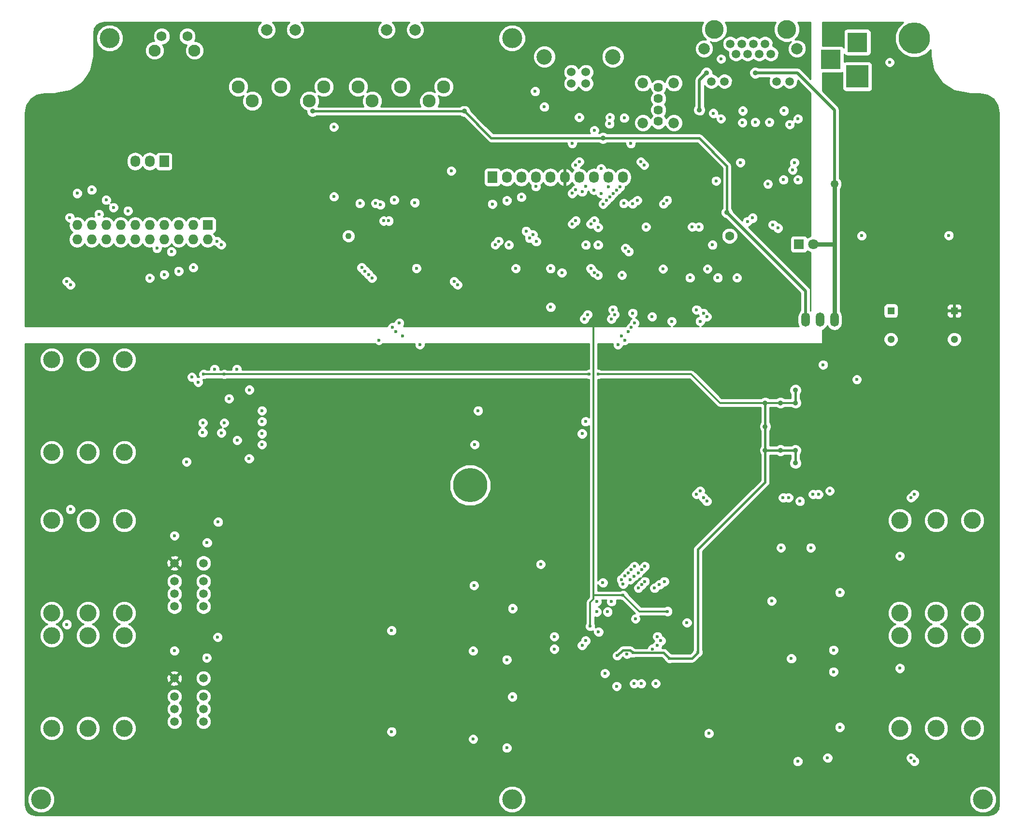
<source format=gbr>
G04 #@! TF.FileFunction,Copper,L3,Inr,Plane*
%FSLAX46Y46*%
G04 Gerber Fmt 4.6, Leading zero omitted, Abs format (unit mm)*
G04 Created by KiCad (PCBNEW no-vcs-found-product) date Tue 08 Dec 2015 09:39:45 PM BRST*
%MOMM*%
G01*
G04 APERTURE LIST*
%ADD10C,0.100000*%
%ADD11C,2.300000*%
%ADD12C,2.000000*%
%ADD13C,1.600000*%
%ADD14C,1.100000*%
%ADD15R,1.300000X1.300000*%
%ADD16C,1.300000*%
%ADD17C,1.620000*%
%ADD18C,1.850000*%
%ADD19R,1.727200X2.032000*%
%ADD20O,1.727200X2.032000*%
%ADD21C,2.100000*%
%ADD22C,1.750000*%
%ADD23C,1.501140*%
%ADD24C,3.300000*%
%ADD25C,3.000000*%
%ADD26R,4.000000X4.000000*%
%ADD27R,3.500000X3.500000*%
%ADD28C,3.500000*%
%ADD29C,1.500000*%
%ADD30C,1.524000*%
%ADD31C,2.700020*%
%ADD32R,1.727200X1.727200*%
%ADD33O,1.727200X1.727200*%
%ADD34C,6.000000*%
%ADD35C,5.500000*%
%ADD36O,1.501140X2.499360*%
%ADD37R,1.800000X1.800000*%
%ADD38C,1.800000*%
%ADD39C,0.600000*%
%ADD40C,0.900000*%
%ADD41C,1.350000*%
%ADD42C,0.381000*%
%ADD43C,0.304800*%
%ADD44C,0.508000*%
%ADD45C,0.762000*%
%ADD46C,0.254000*%
G04 APERTURE END LIST*
D10*
D11*
X56014740Y-11011540D03*
D12*
X48514740Y1488460D03*
D11*
X58514740Y-8511540D03*
X51014740Y-8511540D03*
X43514740Y-8511540D03*
X46014740Y-11011540D03*
D12*
X53514740Y1488460D03*
D11*
X35010720Y-11011540D03*
D12*
X27510720Y1488460D03*
D11*
X37510720Y-8511540D03*
X30010720Y-8511540D03*
X22510720Y-8511540D03*
X25010720Y-11011540D03*
D12*
X32510720Y1488460D03*
D13*
X108606860Y-34671000D03*
D14*
X41806860Y-34671000D03*
D15*
X136878060Y-47807880D03*
D16*
X136878060Y-52807880D03*
D15*
X147977860Y-47807880D03*
D16*
X147977860Y-52807880D03*
D17*
X96136460Y-8590280D03*
X96136460Y-10590280D03*
X96136460Y-12590280D03*
D18*
X98856460Y-7860280D03*
D17*
X96136460Y-14590280D03*
D18*
X98856460Y-14860280D03*
X93416460Y-7860280D03*
X93416460Y-14860280D03*
D19*
X67053460Y-24384380D03*
D20*
X69593460Y-24384380D03*
X72133460Y-24384380D03*
X74673460Y-24384380D03*
X77213460Y-24384380D03*
X79753460Y-24384380D03*
X82293460Y-24384380D03*
X84833460Y-24384380D03*
X87373460Y-24384380D03*
X89913460Y-24384380D03*
D19*
X9547860Y-21595080D03*
D20*
X7007860Y-21595080D03*
X4467860Y-21595080D03*
D21*
X14865900Y-2154720D03*
D22*
X13605900Y335280D03*
X9105900Y335280D03*
D21*
X7855900Y-2154720D03*
D12*
X120418860Y-1859280D03*
D23*
X105432860Y-7574280D03*
X107718860Y-7574280D03*
X116862860Y-7574280D03*
X119148860Y-7574280D03*
X115846860Y-2748280D03*
X113814860Y-2748280D03*
X111782860Y-2748280D03*
X109750860Y-2748280D03*
X112798860Y-970280D03*
X110766860Y-970280D03*
X114830860Y-970280D03*
X108734860Y-970280D03*
D24*
X105940860Y1569720D03*
X118640860Y1569720D03*
D12*
X104162860Y-1859280D03*
D25*
X-3792220Y-56393680D03*
X2557780Y-56393680D03*
X-10142220Y-56393680D03*
X-3792220Y-72623680D03*
X2557780Y-72623680D03*
X-10142220Y-72623680D03*
X144802860Y-100817080D03*
X138452860Y-100817080D03*
X151152860Y-100817080D03*
X144802860Y-84587080D03*
X138452860Y-84587080D03*
X151152860Y-84587080D03*
X144802860Y-121022780D03*
X138452860Y-121022780D03*
X151152860Y-121022780D03*
X144802860Y-104792780D03*
X138452860Y-104792780D03*
X151152860Y-104792780D03*
X-3792220Y-84592760D03*
X2557780Y-84592760D03*
X-10142220Y-84592760D03*
X-3792220Y-100822760D03*
X2557780Y-100822760D03*
X-10142220Y-100822760D03*
X-3792220Y-104790840D03*
X2557780Y-104790840D03*
X-10142220Y-104790840D03*
X-3792220Y-121020840D03*
X2557780Y-121020840D03*
X-10142220Y-121020840D03*
D26*
X131008120Y-6715760D03*
D27*
X131008120Y-713220D03*
X126308120Y-3713220D03*
D28*
X70500240Y-133502400D03*
X70500240Y0D03*
X-11998960Y-133499860D03*
X152999440Y-133502400D03*
X0Y0D03*
D29*
X16431260Y-92080080D03*
X11351260Y-92080080D03*
X11351260Y-95280080D03*
X11351260Y-97480080D03*
X11351260Y-99680080D03*
X16431260Y-95280080D03*
X16431260Y-97480080D03*
X16431260Y-99680080D03*
X16431260Y-112273080D03*
X11351260Y-112273080D03*
X11351260Y-115473080D03*
X11351260Y-117673080D03*
X11351260Y-119873080D03*
X16431260Y-115473080D03*
X16431260Y-117673080D03*
X16431260Y-119873080D03*
D30*
X83433920Y-7947660D03*
X80893920Y-7947660D03*
X80893920Y-5948680D03*
X83433920Y-5948680D03*
D31*
X88163400Y-3248660D03*
X76164440Y-3248660D03*
D32*
X17173180Y-32769700D03*
D33*
X17173180Y-35309700D03*
X14633180Y-32769700D03*
X14633180Y-35309700D03*
X12093180Y-32769700D03*
X12093180Y-35309700D03*
X9553180Y-32769700D03*
X9553180Y-35309700D03*
X7013180Y-32769700D03*
X7013180Y-35309700D03*
X4473180Y-32769700D03*
X4473180Y-35309700D03*
X1933180Y-32769700D03*
X1933180Y-35309700D03*
X-606820Y-32769700D03*
X-606820Y-35309700D03*
X-3146820Y-32769700D03*
X-3146820Y-35309700D03*
X-5686820Y-32769700D03*
X-5686820Y-35309700D03*
D34*
X63157100Y-78409800D03*
D35*
X141010640Y-15240D03*
D36*
X124457460Y-49357280D03*
X126997460Y-49357280D03*
X121917460Y-49357280D03*
D37*
X120774460Y-36149280D03*
D38*
X123274460Y-36149280D03*
D39*
X75516740Y-92278200D03*
X82781140Y-26949400D03*
X102059740Y-33096200D03*
X93956860Y-33096200D03*
X103253540Y-33096200D03*
X96954340Y-40462200D03*
X104752140Y-40462200D03*
X85549740Y-41554400D03*
X89766140Y-41554400D03*
X77269340Y-47167800D03*
X90070940Y-28981400D03*
X71147940Y-40386000D03*
X136654540Y-4216400D03*
X119153940Y-15113000D03*
X119636540Y-23114000D03*
X115318540Y-25577800D03*
X105768140Y-13157200D03*
X110873540Y-14808200D03*
X104980740Y-121945400D03*
X49405540Y-103911400D03*
X49405540Y-121640600D03*
X13464540Y-74295000D03*
X20906740Y-63220600D03*
X22329140Y-70510400D03*
X24437340Y-73736200D03*
X15496540Y-60350400D03*
X24488140Y-61671200D03*
X16995140Y-108686600D03*
X17071340Y-88493600D03*
X11356340Y-87249000D03*
X11330940Y-107442000D03*
X70589140Y-100025200D03*
X63832740Y-95986600D03*
X63680340Y-107467400D03*
X69573140Y-109016800D03*
X63680340Y-122936000D03*
X69573140Y-124485400D03*
X70563740Y-115519200D03*
X127916940Y-120853200D03*
X115978940Y-98704400D03*
X127916940Y-97205800D03*
X130914140Y-59867800D03*
X124995940Y-57277000D03*
X119433340Y-108813600D03*
X85651340Y-104140000D03*
X86768940Y-111404400D03*
X86413340Y-95504000D03*
X89969340Y-95707200D03*
X90629740Y-108026200D03*
X92128340Y-101828600D03*
X88826340Y-113665000D03*
X95684340Y-113182400D03*
X93144340Y-113207800D03*
X91874340Y-113207800D03*
X101145340Y-102514400D03*
X126824740Y-107315000D03*
X126824740Y-111125000D03*
X117604540Y-89382600D03*
X122836940Y-89382600D03*
X76151740Y-12039600D03*
X74551540Y-9321800D03*
X106250740Y-25019000D03*
X84914740Y-16154400D03*
X87581740Y-15011400D03*
X90147140Y-13995400D03*
X43842940Y-28981400D03*
X59844940Y-23266400D03*
X53748940Y-40360600D03*
X39270940Y-15570200D03*
X147017740Y-34594800D03*
X131752340Y-34645600D03*
X126519940Y-67259200D03*
X126519940Y-59867800D03*
X129390140Y-64820800D03*
X120550940Y-95300800D03*
X120576340Y-123012200D03*
X128704340Y-107213400D03*
X121236740Y-107721400D03*
X66550540Y-120218200D03*
X72443340Y-93091000D03*
X66550540Y-104749600D03*
D40*
X117528340Y-63957200D03*
X114861340Y-63957200D03*
X117528340Y-72288400D03*
X114861340Y-72288400D03*
X120144540Y-72288400D03*
X120169940Y-61722000D03*
X114861340Y-68122800D03*
X120169940Y-63957200D03*
D39*
X84025740Y-58953400D03*
X85625940Y-58953400D03*
X16461740Y-58953400D03*
X20068540Y-58953400D03*
D40*
X120169940Y-74523600D03*
D39*
X103050340Y-107746800D03*
X98046540Y-108788200D03*
X91671140Y-107797600D03*
X88902540Y-108305600D03*
D40*
X108155740Y-30556200D03*
X86438740Y-17526000D03*
X35562540Y-12801600D03*
X62130940Y-12801600D03*
D39*
X97741740Y-100533200D03*
X89969340Y-97713800D03*
X84762340Y-43891200D03*
X84203540Y-103149400D03*
X88445340Y-20370800D03*
X121617740Y-10617200D03*
X109019340Y-10617200D03*
X112397540Y-19050000D03*
X113540540Y-25577800D03*
X103837740Y-29032200D03*
X101272340Y-27609800D03*
X55501540Y-41935400D03*
X82171540Y-43865800D03*
X76304140Y-49377600D03*
X76329540Y-42265600D03*
X78209140Y-42265600D03*
X49837340Y-25273000D03*
X66017140Y-20396200D03*
X95963740Y-104952800D03*
X77904340Y-104952800D03*
X95125540Y-107137200D03*
X77904340Y-107137200D03*
X95963740Y-106502200D03*
X82776060Y-106507280D03*
X82776060Y-69372480D03*
X26692860Y-69372480D03*
X26692860Y-67238880D03*
X83385660Y-67238880D03*
X83385660Y-105694480D03*
X96573340Y-105689400D03*
X16309340Y-69189600D03*
X19560540Y-69215000D03*
X16334740Y-67462400D03*
X20068540Y-67462400D03*
X120550940Y-126847600D03*
X140992860Y-126852680D03*
X140992860Y-80015080D03*
X124183140Y-80010000D03*
X138452860Y-90835480D03*
X138452860Y-110520480D03*
X14399260Y-59441080D03*
X85570060Y-33177480D03*
X85570060Y-36250880D03*
X105615740Y-36245800D03*
X67053460Y-29088080D03*
X86459060Y-29088080D03*
X69593460Y-28478480D03*
X87043260Y-28478480D03*
X72133460Y-27868880D03*
X87652860Y-27868880D03*
X86103460Y-22839680D03*
X86103460Y-27259280D03*
X88237060Y-27259280D03*
X84833460Y-26649680D03*
X88846660Y-26649680D03*
X87373460Y-26040080D03*
X89456260Y-26040080D03*
X74673460Y-26014680D03*
X83436460Y-26014680D03*
X69949060Y-36250880D03*
X83436460Y-36250880D03*
X22278340Y-58039000D03*
X18392140Y-58039000D03*
X89054940Y-53746400D03*
X54353460Y-53751480D03*
X88470740Y-48463200D03*
X83741260Y-48468280D03*
X87911940Y-49250600D03*
X87911940Y-98831400D03*
X85316060Y-98836480D03*
X83187540Y-49225200D03*
X107134660Y-3637280D03*
X109908340Y-42011600D03*
X106555540Y-42011600D03*
X101678740Y-42011600D03*
X91386660Y-50703480D03*
X91386660Y-93197680D03*
X93195140Y-93192600D03*
X93195140Y-95859600D03*
X96319340Y-95859600D03*
X49565560Y-50703480D03*
X91945460Y-49966880D03*
X91945460Y-92638880D03*
X93753940Y-92633800D03*
X93753940Y-95300800D03*
X97182940Y-95300800D03*
X50759360Y-49954180D03*
X92636340Y-93802200D03*
X92636340Y-96443800D03*
X95455740Y-96443800D03*
X90827860Y-93781880D03*
X50162460Y-51465480D03*
X90827860Y-51465480D03*
X91894660Y-94366080D03*
X90269060Y-52989480D03*
X90269060Y-94340680D03*
X47165260Y-52989480D03*
X91183460Y-94975680D03*
X89659460Y-52227480D03*
X89659460Y-94950280D03*
X51356260Y-52227480D03*
X26692860Y-71277480D03*
X63954660Y-71277480D03*
X26692860Y-65333880D03*
X64564260Y-65333880D03*
X14653260Y-40238680D03*
X44168060Y-40238680D03*
X12087860Y-40848280D03*
X44752260Y-40848280D03*
X9547860Y-41457880D03*
X45361860Y-41457880D03*
X7007860Y-42067480D03*
X45946060Y-42067480D03*
X49857660Y-28376880D03*
X-612140Y-28376880D03*
X46606460Y-28961080D03*
X657860Y-29672280D03*
X47444660Y-29215080D03*
X3197860Y-30281880D03*
X119987060Y-21798280D03*
X110512860Y-21798280D03*
X111757460Y-32136080D03*
X74165460Y-34447480D03*
X117091460Y-33304480D03*
X74749660Y-35666680D03*
X116202460Y-32720280D03*
X73555860Y-35057080D03*
X112646460Y-31526480D03*
X72971660Y-33837880D03*
X93063060Y-21671280D03*
X82268060Y-21671280D03*
X82268060Y-13873480D03*
X87652860Y-13873480D03*
X93647260Y-22255480D03*
X81658460Y-22255480D03*
X97030540Y-29057600D03*
X91615260Y-29062680D03*
X97665540Y-28422600D03*
X92453460Y-28427680D03*
X18793460Y-35615880D03*
X68145660Y-35615880D03*
X19555460Y-36225480D03*
X67561460Y-36225480D03*
X10817860Y-37444680D03*
X90954860Y-37444680D03*
X8277860Y-36835080D03*
X90370660Y-36835080D03*
X48054260Y-32034480D03*
X-6987540Y-31450280D03*
X48892460Y-32034480D03*
X-1882140Y-30866080D03*
X53464460Y-28834080D03*
X39291260Y-27792680D03*
X91315540Y-18465800D03*
X81028540Y-18465800D03*
D41*
X126977140Y-25577800D03*
D40*
X103329740Y-12573000D03*
X113108740Y-6070600D03*
X104574340Y-6070600D03*
D39*
X125783340Y-126238000D03*
X140408660Y-126243080D03*
X140408660Y-80599280D03*
X118950740Y-80594200D03*
X79220060Y-41127680D03*
X84909660Y-41127680D03*
X84909660Y-32009080D03*
X81658460Y-32009080D03*
X-3152140Y-26598880D03*
X81658460Y-26598880D03*
X77264260Y-40391080D03*
X84300060Y-40391080D03*
X81048860Y-27208480D03*
X-5692140Y-27208480D03*
X84300060Y-32593280D03*
X81048860Y-32593280D03*
X-6880860Y-82651600D03*
X19001740Y-84861400D03*
X-6885940Y-43261280D03*
X60957460Y-43261280D03*
X-7490460Y-102819200D03*
X18925540Y-105054400D03*
X-7495540Y-42651680D03*
X60347860Y-42651680D03*
X107109260Y-14127480D03*
X120596660Y-14127480D03*
X120596660Y-24820880D03*
X118056660Y-24820880D03*
X87246460Y-100614480D03*
X85316060Y-100614480D03*
X126159260Y-79405480D03*
X103451660Y-79405480D03*
X103451660Y-49662080D03*
X98473260Y-49662080D03*
X104035860Y-48214280D03*
X91640660Y-48214280D03*
X117980460Y-80599280D03*
X104035860Y-80599280D03*
X120952260Y-81208880D03*
X104620060Y-81208880D03*
X104620060Y-48849280D03*
X95044260Y-48849280D03*
X123212860Y-79989680D03*
X102816660Y-79989680D03*
X102816660Y-47630080D03*
X88186260Y-47630080D03*
X118158260Y-12730480D03*
X110919260Y-12730480D03*
X115592860Y-14737080D03*
X113103660Y-14737080D03*
D42*
X114861340Y-63957200D02*
X114861340Y-68122800D01*
X120144540Y-72288400D02*
X120144540Y-74498200D01*
X120144540Y-74498200D02*
X120169940Y-74523600D01*
X114861340Y-72288400D02*
X117528340Y-72288400D01*
X117528340Y-72288400D02*
X120144540Y-72288400D01*
X120169940Y-63957200D02*
X120169940Y-61722000D01*
X103050340Y-107746800D02*
X103050340Y-89662000D01*
X103050340Y-89662000D02*
X114861340Y-77851000D01*
X114861340Y-77851000D02*
X114861340Y-68122800D01*
D43*
X85625940Y-58953400D02*
X101907340Y-58953400D01*
X101907340Y-58953400D02*
X106911140Y-63957200D01*
X106911140Y-63957200D02*
X114861340Y-63957200D01*
X114861340Y-63957200D02*
X117528340Y-63957200D01*
X117528340Y-63957200D02*
X120169940Y-63957200D01*
X20068540Y-58953400D02*
X84025740Y-58953400D01*
X16461740Y-58953400D02*
X20068540Y-58953400D01*
D42*
X98046540Y-108788200D02*
X102008940Y-108788200D01*
X102008940Y-108788200D02*
X103050340Y-107746800D01*
X91671140Y-107797600D02*
X97055940Y-107797600D01*
X97055940Y-107797600D02*
X98046540Y-108788200D01*
X88902540Y-108305600D02*
X89893140Y-107315000D01*
X91188540Y-107315000D02*
X91671140Y-107797600D01*
X89893140Y-107315000D02*
X91188540Y-107315000D01*
X86438740Y-17526000D02*
X103278940Y-17526000D01*
X108155740Y-22402800D02*
X108155740Y-30556200D01*
X103278940Y-17526000D02*
X108155740Y-22402800D01*
D44*
X121917460Y-44317920D02*
X108155740Y-30556200D01*
X121917460Y-44317920D02*
X121917460Y-49357280D01*
D42*
X86438740Y-17526000D02*
X66855340Y-17526000D01*
X66855340Y-17526000D02*
X62130940Y-12801600D01*
X35562540Y-12801600D02*
X62130940Y-12801600D01*
D43*
X97741740Y-100533200D02*
X92788740Y-100533200D01*
X92788740Y-100533200D02*
X89969340Y-97713800D01*
X84762340Y-43891200D02*
X84762340Y-98399600D01*
X84203540Y-98958400D02*
X84203540Y-103149400D01*
X84762340Y-98399600D02*
X84203540Y-98958400D01*
X89969340Y-97713800D02*
X84762340Y-97713800D01*
X84762340Y-43891200D02*
X84762340Y-97688400D01*
X84762340Y-97713800D02*
X84787740Y-97688400D01*
X84787740Y-97688400D02*
X84813140Y-97688400D01*
X84813140Y-97688400D02*
X84762340Y-97688400D01*
D45*
X126977140Y-36144200D02*
X123279540Y-36144200D01*
X123279540Y-36144200D02*
X123274460Y-36149280D01*
D44*
X126977140Y-25577800D02*
X126977140Y-12573000D01*
X120474740Y-6070600D02*
X113108740Y-6070600D01*
X126977140Y-12573000D02*
X120474740Y-6070600D01*
D45*
X126977140Y-49336960D02*
X126977140Y-36144200D01*
X126977140Y-36144200D02*
X126977140Y-25577800D01*
X126977140Y-49336960D02*
X126997460Y-49357280D01*
D44*
X103329740Y-12573000D02*
X103329740Y-7315200D01*
X103329740Y-7315200D02*
X104574340Y-6070600D01*
D46*
G36*
X26125442Y2415823D02*
X25876004Y1815108D01*
X25875436Y1164665D01*
X26123826Y563517D01*
X26583357Y103182D01*
X27184072Y-146256D01*
X27834515Y-146824D01*
X28435663Y101566D01*
X28895998Y561097D01*
X29145436Y1161812D01*
X29146004Y1812255D01*
X28897614Y2413403D01*
X28504952Y2806752D01*
X31517055Y2806752D01*
X31125442Y2415823D01*
X30876004Y1815108D01*
X30875436Y1164665D01*
X31123826Y563517D01*
X31583357Y103182D01*
X32184072Y-146256D01*
X32834515Y-146824D01*
X33435663Y101566D01*
X33895998Y561097D01*
X34145436Y1161812D01*
X34146004Y1812255D01*
X33897614Y2413403D01*
X33504952Y2806752D01*
X47521075Y2806752D01*
X47129462Y2415823D01*
X46880024Y1815108D01*
X46879456Y1164665D01*
X47127846Y563517D01*
X47587377Y103182D01*
X48188092Y-146256D01*
X48838535Y-146824D01*
X49439683Y101566D01*
X49900018Y561097D01*
X50149456Y1161812D01*
X50150024Y1812255D01*
X49901634Y2413403D01*
X49508972Y2806752D01*
X52521075Y2806752D01*
X52129462Y2415823D01*
X51880024Y1815108D01*
X51879456Y1164665D01*
X52127846Y563517D01*
X52587377Y103182D01*
X53188092Y-146256D01*
X53838535Y-146824D01*
X54439683Y101566D01*
X54900018Y561097D01*
X55149456Y1161812D01*
X55150024Y1812255D01*
X54901634Y2413403D01*
X54508972Y2806752D01*
X103980359Y2806752D01*
X103656257Y2026229D01*
X103655464Y1117199D01*
X104002602Y277062D01*
X104513155Y-234383D01*
X104489508Y-224564D01*
X103839065Y-223996D01*
X103237917Y-472386D01*
X102777582Y-931917D01*
X102528144Y-1532632D01*
X102527576Y-2183075D01*
X102775966Y-2784223D01*
X103235497Y-3244558D01*
X103836212Y-3493996D01*
X104486655Y-3494564D01*
X105087803Y-3246174D01*
X105548138Y-2786643D01*
X105797576Y-2185928D01*
X105798144Y-1535485D01*
X105677985Y-1244678D01*
X107349050Y-1244678D01*
X107559546Y-1754117D01*
X107948973Y-2144224D01*
X108420169Y-2339882D01*
X108365531Y-2471464D01*
X108365050Y-3022678D01*
X108575546Y-3532117D01*
X108964973Y-3922224D01*
X109474044Y-4133609D01*
X110025258Y-4134090D01*
X110534697Y-3923594D01*
X110766923Y-3691773D01*
X110996973Y-3922224D01*
X111506044Y-4133609D01*
X112057258Y-4134090D01*
X112566697Y-3923594D01*
X112798923Y-3691773D01*
X113028973Y-3922224D01*
X113538044Y-4133609D01*
X114089258Y-4134090D01*
X114598697Y-3923594D01*
X114830923Y-3691773D01*
X115060973Y-3922224D01*
X115570044Y-4133609D01*
X116121258Y-4134090D01*
X116630697Y-3923594D01*
X117020804Y-3534167D01*
X117232189Y-3025096D01*
X117232670Y-2473882D01*
X117022174Y-1964443D01*
X116632747Y-1574336D01*
X116161551Y-1378678D01*
X116216189Y-1247096D01*
X116216670Y-695882D01*
X116006174Y-186443D01*
X115616747Y203664D01*
X115107676Y415049D01*
X114556462Y415530D01*
X114047023Y205034D01*
X113814797Y-26787D01*
X113584747Y203664D01*
X113075676Y415049D01*
X112524462Y415530D01*
X112015023Y205034D01*
X111782797Y-26787D01*
X111552747Y203664D01*
X111043676Y415049D01*
X110492462Y415530D01*
X109983023Y205034D01*
X109750797Y-26787D01*
X109520747Y203664D01*
X109011676Y415049D01*
X108460462Y415530D01*
X107951023Y205034D01*
X107560916Y-184393D01*
X107349531Y-693464D01*
X107349050Y-1244678D01*
X105677985Y-1244678D01*
X105549754Y-934337D01*
X105221890Y-605900D01*
X105484351Y-714883D01*
X106393381Y-715676D01*
X107233518Y-368538D01*
X107876859Y273681D01*
X108225463Y1113211D01*
X108226256Y2022241D01*
X107902102Y2806752D01*
X116680359Y2806752D01*
X116356257Y2026229D01*
X116355464Y1117199D01*
X116702602Y277062D01*
X117344821Y-366279D01*
X118184351Y-714883D01*
X119093381Y-715676D01*
X119360954Y-605117D01*
X119033582Y-931917D01*
X118784144Y-1532632D01*
X118783576Y-2183075D01*
X119031966Y-2784223D01*
X119491497Y-3244558D01*
X120092212Y-3493996D01*
X120742655Y-3494564D01*
X121343803Y-3246174D01*
X121804138Y-2786643D01*
X122053576Y-2185928D01*
X122054144Y-1535485D01*
X121805754Y-934337D01*
X121346223Y-474002D01*
X120745508Y-224564D01*
X120095065Y-223996D01*
X120066481Y-235807D01*
X120576859Y273681D01*
X120925463Y1113211D01*
X120926256Y2022241D01*
X120602102Y2806752D01*
X122810945Y2806752D01*
X122811245Y-7149869D01*
X121103358Y-5441982D01*
X121097373Y-5437983D01*
X120814946Y-5249271D01*
X120474740Y-5181600D01*
X113754374Y-5181600D01*
X113724145Y-5151318D01*
X113325507Y-4985789D01*
X112893867Y-4985412D01*
X112494940Y-5150246D01*
X112189458Y-5455195D01*
X112023929Y-5853833D01*
X112023552Y-6285473D01*
X112188386Y-6684400D01*
X112493335Y-6989882D01*
X112891973Y-7155411D01*
X113323613Y-7155788D01*
X113722540Y-6990954D01*
X113753949Y-6959600D01*
X115617825Y-6959600D01*
X115477531Y-7297464D01*
X115477050Y-7848678D01*
X115687546Y-8358117D01*
X116076973Y-8748224D01*
X116586044Y-8959609D01*
X117137258Y-8960090D01*
X117646697Y-8749594D01*
X118006145Y-8390773D01*
X118362973Y-8748224D01*
X118872044Y-8959609D01*
X119423258Y-8960090D01*
X119932697Y-8749594D01*
X120322804Y-8360167D01*
X120534189Y-7851096D01*
X120534593Y-7387689D01*
X122811320Y-9664416D01*
X122812074Y-34679462D01*
X122406089Y-34847212D01*
X122262534Y-34990516D01*
X122138550Y-34797839D01*
X121926350Y-34652849D01*
X121674460Y-34601840D01*
X119874460Y-34601840D01*
X119639143Y-34646118D01*
X119423019Y-34785190D01*
X119278029Y-34997390D01*
X119227020Y-35249280D01*
X119227020Y-37049280D01*
X119271298Y-37284597D01*
X119410370Y-37500721D01*
X119622570Y-37645711D01*
X119874460Y-37696720D01*
X121674460Y-37696720D01*
X121909777Y-37652442D01*
X122125901Y-37513370D01*
X122264603Y-37310373D01*
X122403817Y-37449831D01*
X122812163Y-37619391D01*
X122812469Y-47784881D01*
X122806460Y-47780866D01*
X122806460Y-44317920D01*
X122738789Y-43977714D01*
X122546078Y-43689302D01*
X111928005Y-33071229D01*
X111942627Y-33071242D01*
X112286403Y-32929197D01*
X112310194Y-32905447D01*
X115267298Y-32905447D01*
X115409343Y-33249223D01*
X115672133Y-33512472D01*
X116015661Y-33655118D01*
X116224744Y-33655300D01*
X116298343Y-33833423D01*
X116561133Y-34096672D01*
X116904661Y-34239318D01*
X117276627Y-34239642D01*
X117620403Y-34097597D01*
X117883652Y-33834807D01*
X118026298Y-33491279D01*
X118026622Y-33119313D01*
X117884577Y-32775537D01*
X117621787Y-32512288D01*
X117278259Y-32369642D01*
X117069176Y-32369460D01*
X116995577Y-32191337D01*
X116732787Y-31928088D01*
X116389259Y-31785442D01*
X116017293Y-31785118D01*
X115673517Y-31927163D01*
X115410268Y-32189953D01*
X115267622Y-32533481D01*
X115267298Y-32905447D01*
X112310194Y-32905447D01*
X112549652Y-32666407D01*
X112634749Y-32461471D01*
X112831627Y-32461642D01*
X113175403Y-32319597D01*
X113438652Y-32056807D01*
X113581298Y-31713279D01*
X113581622Y-31341313D01*
X113439577Y-30997537D01*
X113176787Y-30734288D01*
X112833259Y-30591642D01*
X112461293Y-30591318D01*
X112117517Y-30733363D01*
X111854268Y-30996153D01*
X111769171Y-31201089D01*
X111572293Y-31200918D01*
X111228517Y-31342963D01*
X110965268Y-31605753D01*
X110822622Y-31949281D01*
X110822608Y-31965832D01*
X109240891Y-30384115D01*
X109240928Y-30341327D01*
X109076094Y-29942400D01*
X108981240Y-29847380D01*
X108981240Y-25762967D01*
X114383378Y-25762967D01*
X114525423Y-26106743D01*
X114788213Y-26369992D01*
X115131741Y-26512638D01*
X115503707Y-26512962D01*
X115847483Y-26370917D01*
X116110732Y-26108127D01*
X116253378Y-25764599D01*
X116253702Y-25392633D01*
X116111657Y-25048857D01*
X116068922Y-25006047D01*
X117121498Y-25006047D01*
X117263543Y-25349823D01*
X117526333Y-25613072D01*
X117869861Y-25755718D01*
X118241827Y-25756042D01*
X118585603Y-25613997D01*
X118848852Y-25351207D01*
X118991498Y-25007679D01*
X118991499Y-25006047D01*
X119661498Y-25006047D01*
X119803543Y-25349823D01*
X120066333Y-25613072D01*
X120409861Y-25755718D01*
X120781827Y-25756042D01*
X121125603Y-25613997D01*
X121388852Y-25351207D01*
X121531498Y-25007679D01*
X121531822Y-24635713D01*
X121389777Y-24291937D01*
X121126987Y-24028688D01*
X120783459Y-23886042D01*
X120411493Y-23885718D01*
X120067717Y-24027763D01*
X119804468Y-24290553D01*
X119661822Y-24634081D01*
X119661498Y-25006047D01*
X118991499Y-25006047D01*
X118991822Y-24635713D01*
X118849777Y-24291937D01*
X118586987Y-24028688D01*
X118243459Y-23886042D01*
X117871493Y-23885718D01*
X117527717Y-24027763D01*
X117264468Y-24290553D01*
X117121822Y-24634081D01*
X117121498Y-25006047D01*
X116068922Y-25006047D01*
X115848867Y-24785608D01*
X115505339Y-24642962D01*
X115133373Y-24642638D01*
X114789597Y-24784683D01*
X114526348Y-25047473D01*
X114383702Y-25391001D01*
X114383378Y-25762967D01*
X108981240Y-25762967D01*
X108981240Y-23299167D01*
X118701378Y-23299167D01*
X118843423Y-23642943D01*
X119106213Y-23906192D01*
X119449741Y-24048838D01*
X119821707Y-24049162D01*
X120165483Y-23907117D01*
X120428732Y-23644327D01*
X120571378Y-23300799D01*
X120571702Y-22928833D01*
X120444486Y-22620947D01*
X120516003Y-22591397D01*
X120779252Y-22328607D01*
X120921898Y-21985079D01*
X120922222Y-21613113D01*
X120780177Y-21269337D01*
X120517387Y-21006088D01*
X120173859Y-20863442D01*
X119801893Y-20863118D01*
X119458117Y-21005163D01*
X119194868Y-21267953D01*
X119052222Y-21611481D01*
X119051898Y-21983447D01*
X119179114Y-22291333D01*
X119107597Y-22320883D01*
X118844348Y-22583673D01*
X118701702Y-22927201D01*
X118701378Y-23299167D01*
X108981240Y-23299167D01*
X108981240Y-22402805D01*
X108981241Y-22402800D01*
X108918403Y-22086895D01*
X108849282Y-21983447D01*
X109577698Y-21983447D01*
X109719743Y-22327223D01*
X109982533Y-22590472D01*
X110326061Y-22733118D01*
X110698027Y-22733442D01*
X111041803Y-22591397D01*
X111305052Y-22328607D01*
X111447698Y-21985079D01*
X111448022Y-21613113D01*
X111305977Y-21269337D01*
X111043187Y-21006088D01*
X110699659Y-20863442D01*
X110327693Y-20863118D01*
X109983917Y-21005163D01*
X109720668Y-21267953D01*
X109578022Y-21611481D01*
X109577698Y-21983447D01*
X108849282Y-21983447D01*
X108796759Y-21904842D01*
X108739457Y-21819083D01*
X108739454Y-21819081D01*
X103862657Y-16942283D01*
X103594846Y-16763337D01*
X103278940Y-16700500D01*
X87147763Y-16700500D01*
X87054145Y-16606718D01*
X86655507Y-16441189D01*
X86223867Y-16440812D01*
X85824940Y-16605646D01*
X85729920Y-16700500D01*
X85691131Y-16700500D01*
X85706932Y-16684727D01*
X85849578Y-16341199D01*
X85849902Y-15969233D01*
X85707857Y-15625457D01*
X85445067Y-15362208D01*
X85101539Y-15219562D01*
X84729573Y-15219238D01*
X84385797Y-15361283D01*
X84122548Y-15624073D01*
X83979902Y-15967601D01*
X83979578Y-16339567D01*
X84121623Y-16683343D01*
X84138750Y-16700500D01*
X67197273Y-16700500D01*
X65693341Y-15196567D01*
X86646578Y-15196567D01*
X86788623Y-15540343D01*
X87051413Y-15803592D01*
X87394941Y-15946238D01*
X87766907Y-15946562D01*
X88110683Y-15804517D01*
X88373932Y-15541727D01*
X88516578Y-15198199D01*
X88516902Y-14826233D01*
X88374857Y-14482457D01*
X88370568Y-14478161D01*
X88445052Y-14403807D01*
X88537749Y-14180567D01*
X89211978Y-14180567D01*
X89354023Y-14524343D01*
X89616813Y-14787592D01*
X89960341Y-14930238D01*
X90332307Y-14930562D01*
X90676083Y-14788517D01*
X90939332Y-14525727D01*
X91081978Y-14182199D01*
X91082302Y-13810233D01*
X90940257Y-13466457D01*
X90677467Y-13203208D01*
X90333939Y-13060562D01*
X89961973Y-13060238D01*
X89618197Y-13202283D01*
X89354948Y-13465073D01*
X89212302Y-13808601D01*
X89211978Y-14180567D01*
X88537749Y-14180567D01*
X88587698Y-14060279D01*
X88588022Y-13688313D01*
X88445977Y-13344537D01*
X88183187Y-13081288D01*
X87839659Y-12938642D01*
X87467693Y-12938318D01*
X87123917Y-13080363D01*
X86860668Y-13343153D01*
X86718022Y-13686681D01*
X86717698Y-14058647D01*
X86859743Y-14402423D01*
X86864032Y-14406719D01*
X86789548Y-14481073D01*
X86646902Y-14824601D01*
X86646578Y-15196567D01*
X65693341Y-15196567D01*
X64555421Y-14058647D01*
X81332898Y-14058647D01*
X81474943Y-14402423D01*
X81737733Y-14665672D01*
X82081261Y-14808318D01*
X82453227Y-14808642D01*
X82797003Y-14666597D01*
X83060252Y-14403807D01*
X83202898Y-14060279D01*
X83203222Y-13688313D01*
X83061177Y-13344537D01*
X82798387Y-13081288D01*
X82454859Y-12938642D01*
X82082893Y-12938318D01*
X81739117Y-13080363D01*
X81475868Y-13343153D01*
X81333222Y-13686681D01*
X81332898Y-14058647D01*
X64555421Y-14058647D01*
X63216012Y-12719238D01*
X63216128Y-12586727D01*
X63066569Y-12224767D01*
X75216578Y-12224767D01*
X75358623Y-12568543D01*
X75621413Y-12831792D01*
X75964941Y-12974438D01*
X76336907Y-12974762D01*
X76680683Y-12832717D01*
X76943932Y-12569927D01*
X77086578Y-12226399D01*
X77086902Y-11854433D01*
X76944857Y-11510657D01*
X76682067Y-11247408D01*
X76338539Y-11104762D01*
X75966573Y-11104438D01*
X75622797Y-11246483D01*
X75359548Y-11509273D01*
X75216902Y-11852801D01*
X75216578Y-12224767D01*
X63066569Y-12224767D01*
X63051294Y-12187800D01*
X62746345Y-11882318D01*
X62347707Y-11716789D01*
X61916067Y-11716412D01*
X61517140Y-11881246D01*
X61422120Y-11976100D01*
X57546989Y-11976100D01*
X57799429Y-11368156D01*
X57800049Y-10658039D01*
X57545432Y-10041817D01*
X58158124Y-10296229D01*
X58868241Y-10296849D01*
X59524540Y-10025672D01*
X60027107Y-9523981D01*
X60034171Y-9506967D01*
X73616378Y-9506967D01*
X73758423Y-9850743D01*
X74021213Y-10113992D01*
X74364741Y-10256638D01*
X74736707Y-10256962D01*
X75080483Y-10114917D01*
X75343732Y-9852127D01*
X75486378Y-9508599D01*
X75486702Y-9136633D01*
X75344657Y-8792857D01*
X75081867Y-8529608D01*
X74738339Y-8386962D01*
X74366373Y-8386638D01*
X74022597Y-8528683D01*
X73759348Y-8791473D01*
X73616702Y-9135001D01*
X73616378Y-9506967D01*
X60034171Y-9506967D01*
X60299429Y-8868156D01*
X60300049Y-8158039D01*
X60028872Y-7501740D01*
X59527181Y-6999173D01*
X58871356Y-6726851D01*
X58161239Y-6726231D01*
X57504940Y-6997408D01*
X57002373Y-7499099D01*
X56730051Y-8154924D01*
X56729431Y-8865041D01*
X56984048Y-9481263D01*
X56371356Y-9226851D01*
X55661239Y-9226231D01*
X55004940Y-9497408D01*
X54502373Y-9999099D01*
X54230051Y-10654924D01*
X54229431Y-11365041D01*
X54481915Y-11976100D01*
X47546989Y-11976100D01*
X47799429Y-11368156D01*
X47800049Y-10658039D01*
X47528872Y-10001740D01*
X47027181Y-9499173D01*
X46371356Y-9226851D01*
X45661239Y-9226231D01*
X45045017Y-9480848D01*
X45299429Y-8868156D01*
X45299431Y-8865041D01*
X49229431Y-8865041D01*
X49500608Y-9521340D01*
X50002299Y-10023907D01*
X50658124Y-10296229D01*
X51368241Y-10296849D01*
X52024540Y-10025672D01*
X52527107Y-9523981D01*
X52799429Y-8868156D01*
X52800049Y-8158039D01*
X52528872Y-7501740D01*
X52027181Y-6999173D01*
X51371356Y-6726851D01*
X50661239Y-6726231D01*
X50004940Y-6997408D01*
X49502373Y-7499099D01*
X49230051Y-8154924D01*
X49229431Y-8865041D01*
X45299431Y-8865041D01*
X45300049Y-8158039D01*
X45028872Y-7501740D01*
X44527181Y-6999173D01*
X43871356Y-6726851D01*
X43161239Y-6726231D01*
X42504940Y-6997408D01*
X42002373Y-7499099D01*
X41730051Y-8154924D01*
X41729431Y-8865041D01*
X42000608Y-9521340D01*
X42502299Y-10023907D01*
X43158124Y-10296229D01*
X43868241Y-10296849D01*
X44484463Y-10042232D01*
X44230051Y-10654924D01*
X44229431Y-11365041D01*
X44481915Y-11976100D01*
X36542969Y-11976100D01*
X36795409Y-11368156D01*
X36796029Y-10658039D01*
X36541412Y-10041817D01*
X37154104Y-10296229D01*
X37864221Y-10296849D01*
X38520520Y-10025672D01*
X39023087Y-9523981D01*
X39295409Y-8868156D01*
X39296029Y-8158039D01*
X39024852Y-7501740D01*
X38523161Y-6999173D01*
X37867336Y-6726851D01*
X37157219Y-6726231D01*
X36500920Y-6997408D01*
X35998353Y-7499099D01*
X35726031Y-8154924D01*
X35725411Y-8865041D01*
X35980028Y-9481263D01*
X35367336Y-9226851D01*
X34657219Y-9226231D01*
X34000920Y-9497408D01*
X33498353Y-9999099D01*
X33226031Y-10654924D01*
X33225411Y-11365041D01*
X33496588Y-12021340D01*
X33998279Y-12523907D01*
X34477608Y-12722942D01*
X34477352Y-13016473D01*
X34642186Y-13415400D01*
X34947135Y-13720882D01*
X35345773Y-13886411D01*
X35777413Y-13886788D01*
X36176340Y-13721954D01*
X36271360Y-13627100D01*
X61421917Y-13627100D01*
X61515535Y-13720882D01*
X61914173Y-13886411D01*
X62048434Y-13886528D01*
X66271621Y-18109714D01*
X66271623Y-18109717D01*
X66319048Y-18141405D01*
X66539435Y-18288663D01*
X66855340Y-18351501D01*
X66855345Y-18351500D01*
X80093639Y-18351500D01*
X80093378Y-18650967D01*
X80235423Y-18994743D01*
X80498213Y-19257992D01*
X80841741Y-19400638D01*
X81213707Y-19400962D01*
X81557483Y-19258917D01*
X81820732Y-18996127D01*
X81963378Y-18652599D01*
X81963640Y-18351500D01*
X85729717Y-18351500D01*
X85823335Y-18445282D01*
X86221973Y-18610811D01*
X86653613Y-18611188D01*
X87052540Y-18446354D01*
X87147560Y-18351500D01*
X90380639Y-18351500D01*
X90380378Y-18650967D01*
X90522423Y-18994743D01*
X90785213Y-19257992D01*
X91128741Y-19400638D01*
X91500707Y-19400962D01*
X91844483Y-19258917D01*
X92107732Y-18996127D01*
X92250378Y-18652599D01*
X92250640Y-18351500D01*
X102937006Y-18351500D01*
X107330240Y-22744733D01*
X107330240Y-29847177D01*
X107236458Y-29940795D01*
X107070929Y-30339433D01*
X107070552Y-30771073D01*
X107235386Y-31170000D01*
X107540335Y-31475482D01*
X107938973Y-31641011D01*
X107983354Y-31641050D01*
X121028460Y-44686156D01*
X121028460Y-47780866D01*
X120937714Y-47841501D01*
X120637360Y-48291012D01*
X120531890Y-48821247D01*
X120531890Y-49893313D01*
X120637360Y-50423548D01*
X120736152Y-50571400D01*
X103699370Y-50571400D01*
X103980603Y-50455197D01*
X104243852Y-50192407D01*
X104386498Y-49848879D01*
X104386571Y-49764731D01*
X104433261Y-49784118D01*
X104805227Y-49784442D01*
X105149003Y-49642397D01*
X105412252Y-49379607D01*
X105554898Y-49036079D01*
X105555222Y-48664113D01*
X105413177Y-48320337D01*
X105150387Y-48057088D01*
X104947827Y-47972977D01*
X104828977Y-47685337D01*
X104566187Y-47422088D01*
X104222659Y-47279442D01*
X103850693Y-47279118D01*
X103707725Y-47338191D01*
X103609777Y-47101137D01*
X103346987Y-46837888D01*
X103003459Y-46695242D01*
X102631493Y-46694918D01*
X102287717Y-46836963D01*
X102024468Y-47099753D01*
X101881822Y-47443281D01*
X101881498Y-47815247D01*
X102023543Y-48159023D01*
X102286333Y-48422272D01*
X102629861Y-48564918D01*
X103001827Y-48565242D01*
X103144795Y-48506169D01*
X103240452Y-48737678D01*
X102922717Y-48868963D01*
X102659468Y-49131753D01*
X102516822Y-49475281D01*
X102516498Y-49847247D01*
X102658543Y-50191023D01*
X102921333Y-50454272D01*
X103203407Y-50571400D01*
X98720970Y-50571400D01*
X99002203Y-50455197D01*
X99265452Y-50192407D01*
X99408098Y-49848879D01*
X99408422Y-49476913D01*
X99266377Y-49133137D01*
X99003587Y-48869888D01*
X98660059Y-48727242D01*
X98288093Y-48726918D01*
X97944317Y-48868963D01*
X97681068Y-49131753D01*
X97538422Y-49475281D01*
X97538098Y-49847247D01*
X97680143Y-50191023D01*
X97942933Y-50454272D01*
X98225007Y-50571400D01*
X92663329Y-50571400D01*
X92737652Y-50497207D01*
X92880298Y-50153679D01*
X92880622Y-49781713D01*
X92738577Y-49437937D01*
X92475787Y-49174688D01*
X92138051Y-49034447D01*
X94109098Y-49034447D01*
X94251143Y-49378223D01*
X94513933Y-49641472D01*
X94857461Y-49784118D01*
X95229427Y-49784442D01*
X95573203Y-49642397D01*
X95836452Y-49379607D01*
X95979098Y-49036079D01*
X95979422Y-48664113D01*
X95837377Y-48320337D01*
X95574587Y-48057088D01*
X95231059Y-47914442D01*
X94859093Y-47914118D01*
X94515317Y-48056163D01*
X94252068Y-48318953D01*
X94109422Y-48662481D01*
X94109098Y-49034447D01*
X92138051Y-49034447D01*
X92132259Y-49032042D01*
X92110004Y-49032023D01*
X92169603Y-49007397D01*
X92432852Y-48744607D01*
X92575498Y-48401079D01*
X92575822Y-48029113D01*
X92433777Y-47685337D01*
X92170987Y-47422088D01*
X91827459Y-47279442D01*
X91455493Y-47279118D01*
X91111717Y-47421163D01*
X90848468Y-47683953D01*
X90705822Y-48027481D01*
X90705498Y-48399447D01*
X90847543Y-48743223D01*
X91110333Y-49006472D01*
X91453861Y-49149118D01*
X91476116Y-49149137D01*
X91416517Y-49173763D01*
X91153268Y-49436553D01*
X91010622Y-49780081D01*
X91010564Y-49847208D01*
X90857717Y-49910363D01*
X90594468Y-50173153D01*
X90451822Y-50516681D01*
X90451774Y-50571400D01*
X51464507Y-50571400D01*
X51551552Y-50484507D01*
X51694198Y-50140979D01*
X51694522Y-49769013D01*
X51552477Y-49425237D01*
X51537633Y-49410367D01*
X82252378Y-49410367D01*
X82394423Y-49754143D01*
X82657213Y-50017392D01*
X83000741Y-50160038D01*
X83372707Y-50160362D01*
X83716483Y-50018317D01*
X83979732Y-49755527D01*
X84112508Y-49435767D01*
X86976778Y-49435767D01*
X87118823Y-49779543D01*
X87381613Y-50042792D01*
X87725141Y-50185438D01*
X88097107Y-50185762D01*
X88440883Y-50043717D01*
X88704132Y-49780927D01*
X88846778Y-49437399D01*
X88846881Y-49319453D01*
X88999683Y-49256317D01*
X89262932Y-48993527D01*
X89405578Y-48649999D01*
X89405902Y-48278033D01*
X89263857Y-47934257D01*
X89121120Y-47791271D01*
X89121422Y-47444913D01*
X88979377Y-47101137D01*
X88716587Y-46837888D01*
X88373059Y-46695242D01*
X88001093Y-46694918D01*
X87657317Y-46836963D01*
X87394068Y-47099753D01*
X87251422Y-47443281D01*
X87251098Y-47815247D01*
X87393143Y-48159023D01*
X87535880Y-48302009D01*
X87535799Y-48394347D01*
X87382997Y-48457483D01*
X87119748Y-48720273D01*
X86977102Y-49063801D01*
X86976778Y-49435767D01*
X84112508Y-49435767D01*
X84122378Y-49411999D01*
X84122456Y-49322445D01*
X84270203Y-49261397D01*
X84533452Y-48998607D01*
X84676098Y-48655079D01*
X84676422Y-48283113D01*
X84534377Y-47939337D01*
X84271587Y-47676088D01*
X83928059Y-47533442D01*
X83556093Y-47533118D01*
X83212317Y-47675163D01*
X82949068Y-47937953D01*
X82806422Y-48281481D01*
X82806344Y-48371035D01*
X82658597Y-48432083D01*
X82395348Y-48694873D01*
X82252702Y-49038401D01*
X82252378Y-49410367D01*
X51537633Y-49410367D01*
X51289687Y-49161988D01*
X50946159Y-49019342D01*
X50574193Y-49019018D01*
X50230417Y-49161063D01*
X49967168Y-49423853D01*
X49824522Y-49767381D01*
X49824495Y-49798596D01*
X49752359Y-49768642D01*
X49380393Y-49768318D01*
X49036617Y-49910363D01*
X48773368Y-50173153D01*
X48630722Y-50516681D01*
X48630674Y-50571400D01*
X-14808196Y-50571400D01*
X-14808196Y-47352967D01*
X76334178Y-47352967D01*
X76476223Y-47696743D01*
X76739013Y-47959992D01*
X77082541Y-48102638D01*
X77454507Y-48102962D01*
X77798283Y-47960917D01*
X78061532Y-47698127D01*
X78204178Y-47354599D01*
X78204502Y-46982633D01*
X78062457Y-46638857D01*
X77799667Y-46375608D01*
X77456139Y-46232962D01*
X77084173Y-46232638D01*
X76740397Y-46374683D01*
X76477148Y-46637473D01*
X76334502Y-46981001D01*
X76334178Y-47352967D01*
X-14808196Y-47352967D01*
X-14808196Y-42836847D01*
X-8430702Y-42836847D01*
X-8288657Y-43180623D01*
X-8025867Y-43443872D01*
X-7779978Y-43545974D01*
X-7679057Y-43790223D01*
X-7416267Y-44053472D01*
X-7072739Y-44196118D01*
X-6700773Y-44196442D01*
X-6356997Y-44054397D01*
X-6093748Y-43791607D01*
X-5951102Y-43448079D01*
X-5950778Y-43076113D01*
X-6092823Y-42732337D01*
X-6355613Y-42469088D01*
X-6601502Y-42366986D01*
X-6648745Y-42252647D01*
X6072698Y-42252647D01*
X6214743Y-42596423D01*
X6477533Y-42859672D01*
X6821061Y-43002318D01*
X7193027Y-43002642D01*
X7536803Y-42860597D01*
X7800052Y-42597807D01*
X7942698Y-42254279D01*
X7943022Y-41882313D01*
X7844160Y-41643047D01*
X8612698Y-41643047D01*
X8754743Y-41986823D01*
X9017533Y-42250072D01*
X9361061Y-42392718D01*
X9733027Y-42393042D01*
X10076803Y-42250997D01*
X10340052Y-41988207D01*
X10482698Y-41644679D01*
X10483022Y-41272713D01*
X10384160Y-41033447D01*
X11152698Y-41033447D01*
X11294743Y-41377223D01*
X11557533Y-41640472D01*
X11901061Y-41783118D01*
X12273027Y-41783442D01*
X12616803Y-41641397D01*
X12880052Y-41378607D01*
X13022698Y-41035079D01*
X13023022Y-40663113D01*
X12924160Y-40423847D01*
X13718098Y-40423847D01*
X13860143Y-40767623D01*
X14122933Y-41030872D01*
X14466461Y-41173518D01*
X14838427Y-41173842D01*
X15182203Y-41031797D01*
X15445452Y-40769007D01*
X15588098Y-40425479D01*
X15588099Y-40423847D01*
X43232898Y-40423847D01*
X43374943Y-40767623D01*
X43637733Y-41030872D01*
X43852961Y-41120243D01*
X43959143Y-41377223D01*
X44221933Y-41640472D01*
X44467822Y-41742574D01*
X44568743Y-41986823D01*
X44831533Y-42250072D01*
X45046761Y-42339443D01*
X45152943Y-42596423D01*
X45415733Y-42859672D01*
X45759261Y-43002318D01*
X46131227Y-43002642D01*
X46475003Y-42860597D01*
X46498794Y-42836847D01*
X59412698Y-42836847D01*
X59554743Y-43180623D01*
X59817533Y-43443872D01*
X60063422Y-43545974D01*
X60164343Y-43790223D01*
X60427133Y-44053472D01*
X60770661Y-44196118D01*
X61142627Y-44196442D01*
X61486403Y-44054397D01*
X61749652Y-43791607D01*
X61892298Y-43448079D01*
X61892622Y-43076113D01*
X61750577Y-42732337D01*
X61487787Y-42469088D01*
X61241898Y-42366986D01*
X61140977Y-42122737D01*
X60878187Y-41859488D01*
X60534659Y-41716842D01*
X60162693Y-41716518D01*
X59818917Y-41858563D01*
X59555668Y-42121353D01*
X59413022Y-42464881D01*
X59412698Y-42836847D01*
X46498794Y-42836847D01*
X46738252Y-42597807D01*
X46880898Y-42254279D01*
X46881222Y-41882313D01*
X46739177Y-41538537D01*
X46476387Y-41275288D01*
X46261159Y-41185917D01*
X46154977Y-40928937D01*
X45892187Y-40665688D01*
X45646298Y-40563586D01*
X45638936Y-40545767D01*
X52813778Y-40545767D01*
X52955823Y-40889543D01*
X53218613Y-41152792D01*
X53562141Y-41295438D01*
X53934107Y-41295762D01*
X54277883Y-41153717D01*
X54541132Y-40890927D01*
X54673908Y-40571167D01*
X70212778Y-40571167D01*
X70354823Y-40914943D01*
X70617613Y-41178192D01*
X70961141Y-41320838D01*
X71333107Y-41321162D01*
X71676883Y-41179117D01*
X71940132Y-40916327D01*
X72081346Y-40576247D01*
X76329098Y-40576247D01*
X76471143Y-40920023D01*
X76733933Y-41183272D01*
X77077461Y-41325918D01*
X77449427Y-41326242D01*
X77481845Y-41312847D01*
X78284898Y-41312847D01*
X78426943Y-41656623D01*
X78689733Y-41919872D01*
X79033261Y-42062518D01*
X79405227Y-42062842D01*
X79749003Y-41920797D01*
X80012252Y-41658007D01*
X80154898Y-41314479D01*
X80155222Y-40942513D01*
X80013177Y-40598737D01*
X79990727Y-40576247D01*
X83364898Y-40576247D01*
X83506943Y-40920023D01*
X83769733Y-41183272D01*
X83974537Y-41268314D01*
X83974498Y-41312847D01*
X84116543Y-41656623D01*
X84379333Y-41919872D01*
X84722861Y-42062518D01*
X84748027Y-42062540D01*
X84756623Y-42083343D01*
X85019413Y-42346592D01*
X85362941Y-42489238D01*
X85734907Y-42489562D01*
X86078683Y-42347517D01*
X86341932Y-42084727D01*
X86484578Y-41741199D01*
X86484579Y-41739567D01*
X88830978Y-41739567D01*
X88973023Y-42083343D01*
X89235813Y-42346592D01*
X89579341Y-42489238D01*
X89951307Y-42489562D01*
X90295083Y-42347517D01*
X90446096Y-42196767D01*
X100743578Y-42196767D01*
X100885623Y-42540543D01*
X101148413Y-42803792D01*
X101491941Y-42946438D01*
X101863907Y-42946762D01*
X102207683Y-42804717D01*
X102470932Y-42541927D01*
X102613578Y-42198399D01*
X102613579Y-42196767D01*
X105620378Y-42196767D01*
X105762423Y-42540543D01*
X106025213Y-42803792D01*
X106368741Y-42946438D01*
X106740707Y-42946762D01*
X107084483Y-42804717D01*
X107347732Y-42541927D01*
X107490378Y-42198399D01*
X107490379Y-42196767D01*
X108973178Y-42196767D01*
X109115223Y-42540543D01*
X109378013Y-42803792D01*
X109721541Y-42946438D01*
X110093507Y-42946762D01*
X110437283Y-42804717D01*
X110700532Y-42541927D01*
X110843178Y-42198399D01*
X110843502Y-41826433D01*
X110701457Y-41482657D01*
X110438667Y-41219408D01*
X110095139Y-41076762D01*
X109723173Y-41076438D01*
X109379397Y-41218483D01*
X109116148Y-41481273D01*
X108973502Y-41824801D01*
X108973178Y-42196767D01*
X107490379Y-42196767D01*
X107490702Y-41826433D01*
X107348657Y-41482657D01*
X107085867Y-41219408D01*
X106742339Y-41076762D01*
X106370373Y-41076438D01*
X106026597Y-41218483D01*
X105763348Y-41481273D01*
X105620702Y-41824801D01*
X105620378Y-42196767D01*
X102613579Y-42196767D01*
X102613902Y-41826433D01*
X102471857Y-41482657D01*
X102209067Y-41219408D01*
X101865539Y-41076762D01*
X101493573Y-41076438D01*
X101149797Y-41218483D01*
X100886548Y-41481273D01*
X100743902Y-41824801D01*
X100743578Y-42196767D01*
X90446096Y-42196767D01*
X90558332Y-42084727D01*
X90700978Y-41741199D01*
X90701302Y-41369233D01*
X90559257Y-41025457D01*
X90296467Y-40762208D01*
X90019901Y-40647367D01*
X96019178Y-40647367D01*
X96161223Y-40991143D01*
X96424013Y-41254392D01*
X96767541Y-41397038D01*
X97139507Y-41397362D01*
X97483283Y-41255317D01*
X97746532Y-40992527D01*
X97889178Y-40648999D01*
X97889179Y-40647367D01*
X103816978Y-40647367D01*
X103959023Y-40991143D01*
X104221813Y-41254392D01*
X104565341Y-41397038D01*
X104937307Y-41397362D01*
X105281083Y-41255317D01*
X105544332Y-40992527D01*
X105686978Y-40648999D01*
X105687302Y-40277033D01*
X105545257Y-39933257D01*
X105282467Y-39670008D01*
X104938939Y-39527362D01*
X104566973Y-39527038D01*
X104223197Y-39669083D01*
X103959948Y-39931873D01*
X103817302Y-40275401D01*
X103816978Y-40647367D01*
X97889179Y-40647367D01*
X97889502Y-40277033D01*
X97747457Y-39933257D01*
X97484667Y-39670008D01*
X97141139Y-39527362D01*
X96769173Y-39527038D01*
X96425397Y-39669083D01*
X96162148Y-39931873D01*
X96019502Y-40275401D01*
X96019178Y-40647367D01*
X90019901Y-40647367D01*
X89952939Y-40619562D01*
X89580973Y-40619238D01*
X89237197Y-40761283D01*
X88973948Y-41024073D01*
X88831302Y-41367601D01*
X88830978Y-41739567D01*
X86484579Y-41739567D01*
X86484902Y-41369233D01*
X86342857Y-41025457D01*
X86080067Y-40762208D01*
X85736539Y-40619562D01*
X85711373Y-40619540D01*
X85702777Y-40598737D01*
X85439987Y-40335488D01*
X85235183Y-40250446D01*
X85235222Y-40205913D01*
X85093177Y-39862137D01*
X84830387Y-39598888D01*
X84486859Y-39456242D01*
X84114893Y-39455918D01*
X83771117Y-39597963D01*
X83507868Y-39860753D01*
X83365222Y-40204281D01*
X83364898Y-40576247D01*
X79990727Y-40576247D01*
X79750387Y-40335488D01*
X79406859Y-40192842D01*
X79034893Y-40192518D01*
X78691117Y-40334563D01*
X78427868Y-40597353D01*
X78285222Y-40940881D01*
X78284898Y-41312847D01*
X77481845Y-41312847D01*
X77793203Y-41184197D01*
X78056452Y-40921407D01*
X78199098Y-40577879D01*
X78199422Y-40205913D01*
X78057377Y-39862137D01*
X77794587Y-39598888D01*
X77451059Y-39456242D01*
X77079093Y-39455918D01*
X76735317Y-39597963D01*
X76472068Y-39860753D01*
X76329422Y-40204281D01*
X76329098Y-40576247D01*
X72081346Y-40576247D01*
X72082778Y-40572799D01*
X72083102Y-40200833D01*
X71941057Y-39857057D01*
X71678267Y-39593808D01*
X71334739Y-39451162D01*
X70962773Y-39450838D01*
X70618997Y-39592883D01*
X70355748Y-39855673D01*
X70213102Y-40199201D01*
X70212778Y-40571167D01*
X54673908Y-40571167D01*
X54683778Y-40547399D01*
X54684102Y-40175433D01*
X54542057Y-39831657D01*
X54279267Y-39568408D01*
X53935739Y-39425762D01*
X53563773Y-39425438D01*
X53219997Y-39567483D01*
X52956748Y-39830273D01*
X52814102Y-40173801D01*
X52813778Y-40545767D01*
X45638936Y-40545767D01*
X45545377Y-40319337D01*
X45282587Y-40056088D01*
X45067359Y-39966717D01*
X44961177Y-39709737D01*
X44698387Y-39446488D01*
X44354859Y-39303842D01*
X43982893Y-39303518D01*
X43639117Y-39445563D01*
X43375868Y-39708353D01*
X43233222Y-40051881D01*
X43232898Y-40423847D01*
X15588099Y-40423847D01*
X15588422Y-40053513D01*
X15446377Y-39709737D01*
X15183587Y-39446488D01*
X14840059Y-39303842D01*
X14468093Y-39303518D01*
X14124317Y-39445563D01*
X13861068Y-39708353D01*
X13718422Y-40051881D01*
X13718098Y-40423847D01*
X12924160Y-40423847D01*
X12880977Y-40319337D01*
X12618187Y-40056088D01*
X12274659Y-39913442D01*
X11902693Y-39913118D01*
X11558917Y-40055163D01*
X11295668Y-40317953D01*
X11153022Y-40661481D01*
X11152698Y-41033447D01*
X10384160Y-41033447D01*
X10340977Y-40928937D01*
X10078187Y-40665688D01*
X9734659Y-40523042D01*
X9362693Y-40522718D01*
X9018917Y-40664763D01*
X8755668Y-40927553D01*
X8613022Y-41271081D01*
X8612698Y-41643047D01*
X7844160Y-41643047D01*
X7800977Y-41538537D01*
X7538187Y-41275288D01*
X7194659Y-41132642D01*
X6822693Y-41132318D01*
X6478917Y-41274363D01*
X6215668Y-41537153D01*
X6073022Y-41880681D01*
X6072698Y-42252647D01*
X-6648745Y-42252647D01*
X-6702423Y-42122737D01*
X-6965213Y-41859488D01*
X-7308741Y-41716842D01*
X-7680707Y-41716518D01*
X-8024483Y-41858563D01*
X-8287732Y-42121353D01*
X-8430378Y-42464881D01*
X-8430702Y-42836847D01*
X-14808196Y-42836847D01*
X-14808196Y-31635447D01*
X-7922702Y-31635447D01*
X-7780657Y-31979223D01*
X-7517867Y-32242472D01*
X-7174339Y-32385118D01*
X-7114772Y-32385170D01*
X-7185420Y-32740341D01*
X-7185420Y-32799059D01*
X-7071346Y-33372548D01*
X-6746490Y-33858729D01*
X-6475648Y-34039700D01*
X-6746490Y-34220671D01*
X-7071346Y-34706852D01*
X-7185420Y-35280341D01*
X-7185420Y-35339059D01*
X-7071346Y-35912548D01*
X-6746490Y-36398729D01*
X-6260309Y-36723585D01*
X-5686820Y-36837659D01*
X-5113331Y-36723585D01*
X-4627150Y-36398729D01*
X-4416820Y-36083948D01*
X-4206490Y-36398729D01*
X-3720309Y-36723585D01*
X-3146820Y-36837659D01*
X-2573331Y-36723585D01*
X-2087150Y-36398729D01*
X-1876820Y-36083948D01*
X-1666490Y-36398729D01*
X-1180309Y-36723585D01*
X-606820Y-36837659D01*
X-33331Y-36723585D01*
X452850Y-36398729D01*
X663180Y-36083948D01*
X873510Y-36398729D01*
X1359691Y-36723585D01*
X1933180Y-36837659D01*
X2506669Y-36723585D01*
X2992850Y-36398729D01*
X3203180Y-36083948D01*
X3413510Y-36398729D01*
X3899691Y-36723585D01*
X4473180Y-36837659D01*
X5046669Y-36723585D01*
X5532850Y-36398729D01*
X5743180Y-36083948D01*
X5953510Y-36398729D01*
X6439691Y-36723585D01*
X7013180Y-36837659D01*
X7342914Y-36772071D01*
X7342698Y-37020247D01*
X7484743Y-37364023D01*
X7747533Y-37627272D01*
X8091061Y-37769918D01*
X8463027Y-37770242D01*
X8802809Y-37629847D01*
X9882698Y-37629847D01*
X10024743Y-37973623D01*
X10287533Y-38236872D01*
X10631061Y-38379518D01*
X11003027Y-38379842D01*
X11346803Y-38237797D01*
X11610052Y-37975007D01*
X11752698Y-37631479D01*
X11753022Y-37259513D01*
X11610977Y-36915737D01*
X11348187Y-36652488D01*
X11004659Y-36509842D01*
X10632693Y-36509518D01*
X10288917Y-36651563D01*
X10025668Y-36914353D01*
X9883022Y-37257881D01*
X9882698Y-37629847D01*
X8802809Y-37629847D01*
X8806803Y-37628197D01*
X9070052Y-37365407D01*
X9212698Y-37021879D01*
X9212917Y-36769977D01*
X9553180Y-36837659D01*
X10126669Y-36723585D01*
X10612850Y-36398729D01*
X10823180Y-36083948D01*
X11033510Y-36398729D01*
X11519691Y-36723585D01*
X12093180Y-36837659D01*
X12666669Y-36723585D01*
X13152850Y-36398729D01*
X13363180Y-36083948D01*
X13573510Y-36398729D01*
X14059691Y-36723585D01*
X14633180Y-36837659D01*
X15206669Y-36723585D01*
X15692850Y-36398729D01*
X15903180Y-36083948D01*
X16113510Y-36398729D01*
X16599691Y-36723585D01*
X17173180Y-36837659D01*
X17746669Y-36723585D01*
X18232850Y-36398729D01*
X18241253Y-36386153D01*
X18263133Y-36408072D01*
X18606661Y-36550718D01*
X18678200Y-36550780D01*
X18762343Y-36754423D01*
X19025133Y-37017672D01*
X19368661Y-37160318D01*
X19740627Y-37160642D01*
X20084403Y-37018597D01*
X20347652Y-36755807D01*
X20490298Y-36412279D01*
X20490299Y-36410647D01*
X66626298Y-36410647D01*
X66768343Y-36754423D01*
X67031133Y-37017672D01*
X67374661Y-37160318D01*
X67746627Y-37160642D01*
X68090403Y-37018597D01*
X68353652Y-36755807D01*
X68461015Y-36497250D01*
X68609137Y-36436047D01*
X69013898Y-36436047D01*
X69155943Y-36779823D01*
X69418733Y-37043072D01*
X69762261Y-37185718D01*
X70134227Y-37186042D01*
X70478003Y-37043997D01*
X70741252Y-36781207D01*
X70883898Y-36437679D01*
X70884222Y-36065713D01*
X70742177Y-35721937D01*
X70479387Y-35458688D01*
X70135859Y-35316042D01*
X69763893Y-35315718D01*
X69420117Y-35457763D01*
X69156868Y-35720553D01*
X69014222Y-36064081D01*
X69013898Y-36436047D01*
X68609137Y-36436047D01*
X68674603Y-36408997D01*
X68937852Y-36146207D01*
X69080498Y-35802679D01*
X69080822Y-35430713D01*
X68938777Y-35086937D01*
X68675987Y-34823688D01*
X68332459Y-34681042D01*
X67960493Y-34680718D01*
X67616717Y-34822763D01*
X67353468Y-35085553D01*
X67246105Y-35344110D01*
X67032517Y-35432363D01*
X66769268Y-35695153D01*
X66626622Y-36038681D01*
X66626298Y-36410647D01*
X20490299Y-36410647D01*
X20490622Y-36040313D01*
X20348577Y-35696537D01*
X20085787Y-35433288D01*
X19742259Y-35290642D01*
X19670720Y-35290580D01*
X19586577Y-35086937D01*
X19405634Y-34905677D01*
X40621654Y-34905677D01*
X40801680Y-35341372D01*
X41134735Y-35675009D01*
X41570115Y-35855794D01*
X42041537Y-35856206D01*
X42477232Y-35676180D01*
X42810869Y-35343125D01*
X42991654Y-34907745D01*
X42992066Y-34436323D01*
X42821304Y-34023047D01*
X72036498Y-34023047D01*
X72178543Y-34366823D01*
X72441333Y-34630072D01*
X72679671Y-34729039D01*
X72621022Y-34870281D01*
X72620698Y-35242247D01*
X72762743Y-35586023D01*
X73025533Y-35849272D01*
X73369061Y-35991918D01*
X73741027Y-35992242D01*
X73853334Y-35945838D01*
X73956543Y-36195623D01*
X74219333Y-36458872D01*
X74562861Y-36601518D01*
X74934827Y-36601842D01*
X75278603Y-36459797D01*
X75302394Y-36436047D01*
X82501298Y-36436047D01*
X82643343Y-36779823D01*
X82906133Y-37043072D01*
X83249661Y-37185718D01*
X83621627Y-37186042D01*
X83965403Y-37043997D01*
X84228652Y-36781207D01*
X84371298Y-36437679D01*
X84371299Y-36436047D01*
X84634898Y-36436047D01*
X84776943Y-36779823D01*
X85039733Y-37043072D01*
X85383261Y-37185718D01*
X85755227Y-37186042D01*
X86099003Y-37043997D01*
X86122794Y-37020247D01*
X89435498Y-37020247D01*
X89577543Y-37364023D01*
X89840333Y-37627272D01*
X90055561Y-37716643D01*
X90161743Y-37973623D01*
X90424533Y-38236872D01*
X90768061Y-38379518D01*
X91140027Y-38379842D01*
X91483803Y-38237797D01*
X91747052Y-37975007D01*
X91889698Y-37631479D01*
X91890022Y-37259513D01*
X91747977Y-36915737D01*
X91485187Y-36652488D01*
X91269959Y-36563117D01*
X91215356Y-36430967D01*
X104680578Y-36430967D01*
X104822623Y-36774743D01*
X105085413Y-37037992D01*
X105428941Y-37180638D01*
X105800907Y-37180962D01*
X106144683Y-37038917D01*
X106407932Y-36776127D01*
X106550578Y-36432599D01*
X106550902Y-36060633D01*
X106408857Y-35716857D01*
X106146067Y-35453608D01*
X105802539Y-35310962D01*
X105430573Y-35310638D01*
X105086797Y-35452683D01*
X104823548Y-35715473D01*
X104680902Y-36059001D01*
X104680578Y-36430967D01*
X91215356Y-36430967D01*
X91163777Y-36306137D01*
X90900987Y-36042888D01*
X90557459Y-35900242D01*
X90185493Y-35899918D01*
X89841717Y-36041963D01*
X89578468Y-36304753D01*
X89435822Y-36648281D01*
X89435498Y-37020247D01*
X86122794Y-37020247D01*
X86362252Y-36781207D01*
X86504898Y-36437679D01*
X86505222Y-36065713D01*
X86363177Y-35721937D01*
X86100387Y-35458688D01*
X85756859Y-35316042D01*
X85384893Y-35315718D01*
X85041117Y-35457763D01*
X84777868Y-35720553D01*
X84635222Y-36064081D01*
X84634898Y-36436047D01*
X84371299Y-36436047D01*
X84371622Y-36065713D01*
X84229577Y-35721937D01*
X83966787Y-35458688D01*
X83623259Y-35316042D01*
X83251293Y-35315718D01*
X82907517Y-35457763D01*
X82644268Y-35720553D01*
X82501622Y-36064081D01*
X82501298Y-36436047D01*
X75302394Y-36436047D01*
X75541852Y-36197007D01*
X75684498Y-35853479D01*
X75684822Y-35481513D01*
X75542777Y-35137737D01*
X75360546Y-34955187D01*
X107171612Y-34955187D01*
X107389617Y-35482800D01*
X107792937Y-35886824D01*
X108320169Y-36105750D01*
X108891047Y-36106248D01*
X109418660Y-35888243D01*
X109822684Y-35484923D01*
X110041610Y-34957691D01*
X110042108Y-34386813D01*
X109824103Y-33859200D01*
X109420783Y-33455176D01*
X108893551Y-33236250D01*
X108322673Y-33235752D01*
X107795060Y-33453757D01*
X107391036Y-33857077D01*
X107172110Y-34384309D01*
X107171612Y-34955187D01*
X75360546Y-34955187D01*
X75279987Y-34874488D01*
X75041649Y-34775521D01*
X75100298Y-34634279D01*
X75100622Y-34262313D01*
X74958577Y-33918537D01*
X74695787Y-33655288D01*
X74352259Y-33512642D01*
X73980293Y-33512318D01*
X73867986Y-33558722D01*
X73764777Y-33308937D01*
X73501987Y-33045688D01*
X73158459Y-32903042D01*
X72786493Y-32902718D01*
X72442717Y-33044763D01*
X72179468Y-33307553D01*
X72036822Y-33651081D01*
X72036498Y-34023047D01*
X42821304Y-34023047D01*
X42812040Y-34000628D01*
X42478985Y-33666991D01*
X42043605Y-33486206D01*
X41572183Y-33485794D01*
X41136488Y-33665820D01*
X40802851Y-33998875D01*
X40622066Y-34434255D01*
X40621654Y-34905677D01*
X19405634Y-34905677D01*
X19323787Y-34823688D01*
X18980259Y-34681042D01*
X18608293Y-34680718D01*
X18554966Y-34702752D01*
X18246606Y-34241258D01*
X18272097Y-34236462D01*
X18488221Y-34097390D01*
X18633211Y-33885190D01*
X18684220Y-33633300D01*
X18684220Y-32219647D01*
X47119098Y-32219647D01*
X47261143Y-32563423D01*
X47523933Y-32826672D01*
X47867461Y-32969318D01*
X48239427Y-32969642D01*
X48473511Y-32872921D01*
X48705661Y-32969318D01*
X49077627Y-32969642D01*
X49421403Y-32827597D01*
X49470638Y-32778447D01*
X80113698Y-32778447D01*
X80255743Y-33122223D01*
X80518533Y-33385472D01*
X80862061Y-33528118D01*
X81234027Y-33528442D01*
X81577803Y-33386397D01*
X81841052Y-33123607D01*
X81930423Y-32908379D01*
X82187403Y-32802197D01*
X82211194Y-32778447D01*
X83364898Y-32778447D01*
X83506943Y-33122223D01*
X83769733Y-33385472D01*
X84113261Y-33528118D01*
X84485227Y-33528442D01*
X84671586Y-33451440D01*
X84776943Y-33706423D01*
X85039733Y-33969672D01*
X85383261Y-34112318D01*
X85755227Y-34112642D01*
X86099003Y-33970597D01*
X86362252Y-33707807D01*
X86504898Y-33364279D01*
X86504970Y-33281367D01*
X93021698Y-33281367D01*
X93163743Y-33625143D01*
X93426533Y-33888392D01*
X93770061Y-34031038D01*
X94142027Y-34031362D01*
X94485803Y-33889317D01*
X94749052Y-33626527D01*
X94891698Y-33282999D01*
X94891699Y-33281367D01*
X101124578Y-33281367D01*
X101266623Y-33625143D01*
X101529413Y-33888392D01*
X101872941Y-34031038D01*
X102244907Y-34031362D01*
X102588683Y-33889317D01*
X102656528Y-33821590D01*
X102723213Y-33888392D01*
X103066741Y-34031038D01*
X103438707Y-34031362D01*
X103782483Y-33889317D01*
X104045732Y-33626527D01*
X104188378Y-33282999D01*
X104188702Y-32911033D01*
X104046657Y-32567257D01*
X103783867Y-32304008D01*
X103440339Y-32161362D01*
X103068373Y-32161038D01*
X102724597Y-32303083D01*
X102656752Y-32370810D01*
X102590067Y-32304008D01*
X102246539Y-32161362D01*
X101874573Y-32161038D01*
X101530797Y-32303083D01*
X101267548Y-32565873D01*
X101124902Y-32909401D01*
X101124578Y-33281367D01*
X94891699Y-33281367D01*
X94892022Y-32911033D01*
X94749977Y-32567257D01*
X94487187Y-32304008D01*
X94143659Y-32161362D01*
X93771693Y-32161038D01*
X93427917Y-32303083D01*
X93164668Y-32565873D01*
X93022022Y-32909401D01*
X93021698Y-33281367D01*
X86504970Y-33281367D01*
X86505222Y-32992313D01*
X86363177Y-32648537D01*
X86100387Y-32385288D01*
X85815047Y-32266804D01*
X85844498Y-32195879D01*
X85844822Y-31823913D01*
X85702777Y-31480137D01*
X85439987Y-31216888D01*
X85096459Y-31074242D01*
X84724493Y-31073918D01*
X84380717Y-31215963D01*
X84117468Y-31478753D01*
X84028097Y-31693981D01*
X83771117Y-31800163D01*
X83507868Y-32062953D01*
X83365222Y-32406481D01*
X83364898Y-32778447D01*
X82211194Y-32778447D01*
X82450652Y-32539407D01*
X82593298Y-32195879D01*
X82593622Y-31823913D01*
X82451577Y-31480137D01*
X82188787Y-31216888D01*
X81845259Y-31074242D01*
X81473293Y-31073918D01*
X81129517Y-31215963D01*
X80866268Y-31478753D01*
X80776897Y-31693981D01*
X80519917Y-31800163D01*
X80256668Y-32062953D01*
X80114022Y-32406481D01*
X80113698Y-32778447D01*
X49470638Y-32778447D01*
X49684652Y-32564807D01*
X49827298Y-32221279D01*
X49827622Y-31849313D01*
X49685577Y-31505537D01*
X49422787Y-31242288D01*
X49079259Y-31099642D01*
X48707293Y-31099318D01*
X48473209Y-31196039D01*
X48241059Y-31099642D01*
X47869093Y-31099318D01*
X47525317Y-31241363D01*
X47262068Y-31504153D01*
X47119422Y-31847681D01*
X47119098Y-32219647D01*
X18684220Y-32219647D01*
X18684220Y-31906100D01*
X18639942Y-31670783D01*
X18500870Y-31454659D01*
X18288670Y-31309669D01*
X18036780Y-31258660D01*
X16309580Y-31258660D01*
X16074263Y-31302938D01*
X15858139Y-31442010D01*
X15713149Y-31654210D01*
X15704316Y-31697831D01*
X15692850Y-31680671D01*
X15206669Y-31355815D01*
X14633180Y-31241741D01*
X14059691Y-31355815D01*
X13573510Y-31680671D01*
X13363180Y-31995452D01*
X13152850Y-31680671D01*
X12666669Y-31355815D01*
X12093180Y-31241741D01*
X11519691Y-31355815D01*
X11033510Y-31680671D01*
X10823180Y-31995452D01*
X10612850Y-31680671D01*
X10126669Y-31355815D01*
X9553180Y-31241741D01*
X8979691Y-31355815D01*
X8493510Y-31680671D01*
X8283180Y-31995452D01*
X8072850Y-31680671D01*
X7586669Y-31355815D01*
X7013180Y-31241741D01*
X6439691Y-31355815D01*
X5953510Y-31680671D01*
X5743180Y-31995452D01*
X5532850Y-31680671D01*
X5046669Y-31355815D01*
X4473180Y-31241741D01*
X3899691Y-31355815D01*
X3413510Y-31680671D01*
X3203180Y-31995452D01*
X2992850Y-31680671D01*
X2506669Y-31355815D01*
X1933180Y-31241741D01*
X1359691Y-31355815D01*
X873510Y-31680671D01*
X663180Y-31995452D01*
X452850Y-31680671D01*
X-33331Y-31355815D01*
X-606820Y-31241741D01*
X-1063440Y-31332568D01*
X-947302Y-31052879D01*
X-946978Y-30680913D01*
X-1089023Y-30337137D01*
X-1351813Y-30073888D01*
X-1695341Y-29931242D01*
X-2067307Y-29930918D01*
X-2411083Y-30072963D01*
X-2674332Y-30335753D01*
X-2816978Y-30679281D01*
X-2817302Y-31051247D01*
X-2702035Y-31330214D01*
X-3146820Y-31241741D01*
X-3720309Y-31355815D01*
X-4206490Y-31680671D01*
X-4416820Y-31995452D01*
X-4627150Y-31680671D01*
X-5113331Y-31355815D01*
X-5686820Y-31241741D01*
X-6052421Y-31314464D01*
X-6052378Y-31265113D01*
X-6194423Y-30921337D01*
X-6457213Y-30658088D01*
X-6800741Y-30515442D01*
X-7172707Y-30515118D01*
X-7516483Y-30657163D01*
X-7779732Y-30919953D01*
X-7922378Y-31263481D01*
X-7922702Y-31635447D01*
X-14808196Y-31635447D01*
X-14808196Y-28562047D01*
X-1547302Y-28562047D01*
X-1405257Y-28905823D01*
X-1142467Y-29169072D01*
X-798939Y-29311718D01*
X-426973Y-29312042D01*
X-158979Y-29201309D01*
X-276978Y-29485481D01*
X-277302Y-29857447D01*
X-135257Y-30201223D01*
X127533Y-30464472D01*
X471061Y-30607118D01*
X843027Y-30607442D01*
X1182809Y-30467047D01*
X2262698Y-30467047D01*
X2404743Y-30810823D01*
X2667533Y-31074072D01*
X3011061Y-31216718D01*
X3383027Y-31217042D01*
X3726803Y-31074997D01*
X3990052Y-30812207D01*
X4132698Y-30468679D01*
X4133022Y-30096713D01*
X3990977Y-29752937D01*
X3728187Y-29489688D01*
X3384659Y-29347042D01*
X3012693Y-29346718D01*
X2668917Y-29488763D01*
X2405668Y-29751553D01*
X2263022Y-30095081D01*
X2262698Y-30467047D01*
X1182809Y-30467047D01*
X1186803Y-30465397D01*
X1450052Y-30202607D01*
X1592698Y-29859079D01*
X1593022Y-29487113D01*
X1460576Y-29166567D01*
X42907778Y-29166567D01*
X43049823Y-29510343D01*
X43312613Y-29773592D01*
X43656141Y-29916238D01*
X44028107Y-29916562D01*
X44371883Y-29774517D01*
X44635132Y-29511727D01*
X44777778Y-29168199D01*
X44777797Y-29146247D01*
X45671298Y-29146247D01*
X45813343Y-29490023D01*
X46076133Y-29753272D01*
X46419661Y-29895918D01*
X46791627Y-29896242D01*
X46800030Y-29892770D01*
X46914333Y-30007272D01*
X47257861Y-30149918D01*
X47629827Y-30150242D01*
X47973603Y-30008197D01*
X48236852Y-29745407D01*
X48379498Y-29401879D01*
X48379822Y-29029913D01*
X48237777Y-28686137D01*
X48113904Y-28562047D01*
X48922498Y-28562047D01*
X49064543Y-28905823D01*
X49327333Y-29169072D01*
X49670861Y-29311718D01*
X50042827Y-29312042D01*
X50386603Y-29169997D01*
X50537616Y-29019247D01*
X52529298Y-29019247D01*
X52671343Y-29363023D01*
X52934133Y-29626272D01*
X53277661Y-29768918D01*
X53649627Y-29769242D01*
X53993403Y-29627197D01*
X54256652Y-29364407D01*
X54294505Y-29273247D01*
X66118298Y-29273247D01*
X66260343Y-29617023D01*
X66523133Y-29880272D01*
X66866661Y-30022918D01*
X67238627Y-30023242D01*
X67582403Y-29881197D01*
X67845652Y-29618407D01*
X67988298Y-29274879D01*
X67988622Y-28902913D01*
X67889760Y-28663647D01*
X68658298Y-28663647D01*
X68800343Y-29007423D01*
X69063133Y-29270672D01*
X69406661Y-29413318D01*
X69778627Y-29413642D01*
X70122403Y-29271597D01*
X70385652Y-29008807D01*
X70528298Y-28665279D01*
X70528622Y-28293313D01*
X70429760Y-28054047D01*
X71198298Y-28054047D01*
X71340343Y-28397823D01*
X71603133Y-28661072D01*
X71946661Y-28803718D01*
X72318627Y-28804042D01*
X72662403Y-28661997D01*
X72925652Y-28399207D01*
X73068298Y-28055679D01*
X73068622Y-27683713D01*
X72926577Y-27339937D01*
X72663787Y-27076688D01*
X72320259Y-26934042D01*
X71948293Y-26933718D01*
X71604517Y-27075763D01*
X71341268Y-27338553D01*
X71198622Y-27682081D01*
X71198298Y-28054047D01*
X70429760Y-28054047D01*
X70386577Y-27949537D01*
X70123787Y-27686288D01*
X69780259Y-27543642D01*
X69408293Y-27543318D01*
X69064517Y-27685363D01*
X68801268Y-27948153D01*
X68658622Y-28291681D01*
X68658298Y-28663647D01*
X67889760Y-28663647D01*
X67846577Y-28559137D01*
X67583787Y-28295888D01*
X67240259Y-28153242D01*
X66868293Y-28152918D01*
X66524517Y-28294963D01*
X66261268Y-28557753D01*
X66118622Y-28901281D01*
X66118298Y-29273247D01*
X54294505Y-29273247D01*
X54399298Y-29020879D01*
X54399622Y-28648913D01*
X54257577Y-28305137D01*
X53994787Y-28041888D01*
X53651259Y-27899242D01*
X53279293Y-27898918D01*
X52935517Y-28040963D01*
X52672268Y-28303753D01*
X52529622Y-28647281D01*
X52529298Y-29019247D01*
X50537616Y-29019247D01*
X50649852Y-28907207D01*
X50792498Y-28563679D01*
X50792822Y-28191713D01*
X50650777Y-27847937D01*
X50387987Y-27584688D01*
X50044459Y-27442042D01*
X49672493Y-27441718D01*
X49328717Y-27583763D01*
X49065468Y-27846553D01*
X48922822Y-28190081D01*
X48922498Y-28562047D01*
X48113904Y-28562047D01*
X47974987Y-28422888D01*
X47631459Y-28280242D01*
X47259493Y-28279918D01*
X47251090Y-28283390D01*
X47136787Y-28168888D01*
X46793259Y-28026242D01*
X46421293Y-28025918D01*
X46077517Y-28167963D01*
X45814268Y-28430753D01*
X45671622Y-28774281D01*
X45671298Y-29146247D01*
X44777797Y-29146247D01*
X44778102Y-28796233D01*
X44636057Y-28452457D01*
X44373267Y-28189208D01*
X44029739Y-28046562D01*
X43657773Y-28046238D01*
X43313997Y-28188283D01*
X43050748Y-28451073D01*
X42908102Y-28794601D01*
X42907778Y-29166567D01*
X1460576Y-29166567D01*
X1450977Y-29143337D01*
X1188187Y-28880088D01*
X844659Y-28737442D01*
X472693Y-28737118D01*
X204699Y-28847851D01*
X322698Y-28563679D01*
X323022Y-28191713D01*
X234655Y-27977847D01*
X38356098Y-27977847D01*
X38498143Y-28321623D01*
X38760933Y-28584872D01*
X39104461Y-28727518D01*
X39476427Y-28727842D01*
X39820203Y-28585797D01*
X40083452Y-28323007D01*
X40226098Y-27979479D01*
X40226422Y-27607513D01*
X40084377Y-27263737D01*
X39821587Y-27000488D01*
X39478059Y-26857842D01*
X39106093Y-26857518D01*
X38762317Y-26999563D01*
X38499068Y-27262353D01*
X38356422Y-27605881D01*
X38356098Y-27977847D01*
X234655Y-27977847D01*
X180977Y-27847937D01*
X-81813Y-27584688D01*
X-425341Y-27442042D01*
X-797307Y-27441718D01*
X-1141083Y-27583763D01*
X-1404332Y-27846553D01*
X-1546978Y-28190081D01*
X-1547302Y-28562047D01*
X-14808196Y-28562047D01*
X-14808196Y-27393647D01*
X-6627302Y-27393647D01*
X-6485257Y-27737423D01*
X-6222467Y-28000672D01*
X-5878939Y-28143318D01*
X-5506973Y-28143642D01*
X-5163197Y-28001597D01*
X-4899948Y-27738807D01*
X-4757302Y-27395279D01*
X-4756978Y-27023313D01*
X-4855840Y-26784047D01*
X-4087302Y-26784047D01*
X-3945257Y-27127823D01*
X-3682467Y-27391072D01*
X-3338939Y-27533718D01*
X-2966973Y-27534042D01*
X-2623197Y-27391997D01*
X-2359948Y-27129207D01*
X-2217302Y-26785679D01*
X-2216978Y-26413713D01*
X-2359023Y-26069937D01*
X-2621813Y-25806688D01*
X-2965341Y-25664042D01*
X-3337307Y-25663718D01*
X-3681083Y-25805763D01*
X-3944332Y-26068553D01*
X-4086978Y-26412081D01*
X-4087302Y-26784047D01*
X-4855840Y-26784047D01*
X-4899023Y-26679537D01*
X-5161813Y-26416288D01*
X-5505341Y-26273642D01*
X-5877307Y-26273318D01*
X-6221083Y-26415363D01*
X-6484332Y-26678153D01*
X-6626978Y-27021681D01*
X-6627302Y-27393647D01*
X-14808196Y-27393647D01*
X-14808196Y-23451567D01*
X58909778Y-23451567D01*
X59051823Y-23795343D01*
X59314613Y-24058592D01*
X59658141Y-24201238D01*
X60030107Y-24201562D01*
X60373883Y-24059517D01*
X60637132Y-23796727D01*
X60779778Y-23453199D01*
X60779851Y-23368380D01*
X65542420Y-23368380D01*
X65542420Y-25400380D01*
X65586698Y-25635697D01*
X65725770Y-25851821D01*
X65937970Y-25996811D01*
X66189860Y-26047820D01*
X67917060Y-26047820D01*
X68152377Y-26003542D01*
X68368501Y-25864470D01*
X68513491Y-25652270D01*
X68521860Y-25610941D01*
X68533790Y-25628795D01*
X69019971Y-25953651D01*
X69593460Y-26067725D01*
X70166949Y-25953651D01*
X70653130Y-25628795D01*
X70863460Y-25314014D01*
X71073790Y-25628795D01*
X71559971Y-25953651D01*
X72133460Y-26067725D01*
X72706949Y-25953651D01*
X73193130Y-25628795D01*
X73403460Y-25314014D01*
X73613790Y-25628795D01*
X73776223Y-25737329D01*
X73738622Y-25827881D01*
X73738298Y-26199847D01*
X73880343Y-26543623D01*
X74143133Y-26806872D01*
X74486661Y-26949518D01*
X74858627Y-26949842D01*
X75202403Y-26807797D01*
X75465652Y-26545007D01*
X75608298Y-26201479D01*
X75608622Y-25829513D01*
X75570568Y-25737415D01*
X75733130Y-25628795D01*
X75943460Y-25314014D01*
X76153790Y-25628795D01*
X76639971Y-25953651D01*
X77213460Y-26067725D01*
X77786949Y-25953651D01*
X78273130Y-25628795D01*
X78479921Y-25319311D01*
X78851424Y-25735112D01*
X79378669Y-25989089D01*
X79394434Y-25991738D01*
X79626460Y-25870597D01*
X79626460Y-24511380D01*
X79606460Y-24511380D01*
X79606460Y-24257380D01*
X79626460Y-24257380D01*
X79626460Y-22898163D01*
X79880460Y-22898163D01*
X79880460Y-24257380D01*
X79900460Y-24257380D01*
X79900460Y-24511380D01*
X79880460Y-24511380D01*
X79880460Y-25870597D01*
X80112486Y-25991738D01*
X80128251Y-25989089D01*
X80655496Y-25735112D01*
X81026999Y-25319311D01*
X81233790Y-25628795D01*
X81357599Y-25711522D01*
X81129517Y-25805763D01*
X80866268Y-26068553D01*
X80764166Y-26314442D01*
X80519917Y-26415363D01*
X80256668Y-26678153D01*
X80114022Y-27021681D01*
X80113698Y-27393647D01*
X80255743Y-27737423D01*
X80518533Y-28000672D01*
X80862061Y-28143318D01*
X81234027Y-28143642D01*
X81577803Y-28001597D01*
X81841052Y-27738807D01*
X81943154Y-27492918D01*
X81986624Y-27474957D01*
X81988023Y-27478343D01*
X82250813Y-27741592D01*
X82594341Y-27884238D01*
X82966307Y-27884562D01*
X83310083Y-27742517D01*
X83573332Y-27479727D01*
X83715978Y-27136199D01*
X83716174Y-26910776D01*
X83898537Y-26835425D01*
X84040343Y-27178623D01*
X84303133Y-27441872D01*
X84646661Y-27584518D01*
X85018627Y-27584842D01*
X85196022Y-27511544D01*
X85310343Y-27788223D01*
X85573133Y-28051472D01*
X85916661Y-28194118D01*
X86148850Y-28194320D01*
X86143705Y-28206710D01*
X85930117Y-28294963D01*
X85666868Y-28557753D01*
X85524222Y-28901281D01*
X85523898Y-29273247D01*
X85665943Y-29617023D01*
X85928733Y-29880272D01*
X86272261Y-30022918D01*
X86644227Y-30023242D01*
X86988003Y-29881197D01*
X87251252Y-29618407D01*
X87358615Y-29359850D01*
X87572203Y-29271597D01*
X87677416Y-29166567D01*
X89135778Y-29166567D01*
X89277823Y-29510343D01*
X89540613Y-29773592D01*
X89884141Y-29916238D01*
X90256107Y-29916562D01*
X90599883Y-29774517D01*
X90810741Y-29564027D01*
X90822143Y-29591623D01*
X91084933Y-29854872D01*
X91428461Y-29997518D01*
X91800427Y-29997842D01*
X92144203Y-29855797D01*
X92407452Y-29593007D01*
X92503074Y-29362724D01*
X92638627Y-29362842D01*
X92929231Y-29242767D01*
X96095378Y-29242767D01*
X96237423Y-29586543D01*
X96500213Y-29849792D01*
X96843741Y-29992438D01*
X97215707Y-29992762D01*
X97559483Y-29850717D01*
X97822732Y-29587927D01*
X97932305Y-29324046D01*
X98194483Y-29215717D01*
X98457732Y-28952927D01*
X98600378Y-28609399D01*
X98600702Y-28237433D01*
X98458657Y-27893657D01*
X98195867Y-27630408D01*
X97852339Y-27487762D01*
X97480373Y-27487438D01*
X97136597Y-27629483D01*
X96873348Y-27892273D01*
X96763775Y-28156154D01*
X96501597Y-28264483D01*
X96238348Y-28527273D01*
X96095702Y-28870801D01*
X96095378Y-29242767D01*
X92929231Y-29242767D01*
X92982403Y-29220797D01*
X93245652Y-28958007D01*
X93388298Y-28614479D01*
X93388622Y-28242513D01*
X93246577Y-27898737D01*
X92983787Y-27635488D01*
X92640259Y-27492842D01*
X92268293Y-27492518D01*
X91924517Y-27634563D01*
X91661268Y-27897353D01*
X91565646Y-28127636D01*
X91430093Y-28127518D01*
X91086317Y-28269563D01*
X90875459Y-28480053D01*
X90864057Y-28452457D01*
X90601267Y-28189208D01*
X90257739Y-28046562D01*
X89885773Y-28046238D01*
X89541997Y-28188283D01*
X89278748Y-28451073D01*
X89136102Y-28794601D01*
X89135778Y-29166567D01*
X87677416Y-29166567D01*
X87835452Y-29008807D01*
X87937554Y-28762918D01*
X88181803Y-28661997D01*
X88445052Y-28399207D01*
X88552415Y-28140650D01*
X88766003Y-28052397D01*
X89029252Y-27789607D01*
X89131354Y-27543718D01*
X89375603Y-27442797D01*
X89638852Y-27180007D01*
X89740954Y-26934118D01*
X89985203Y-26833197D01*
X90248452Y-26570407D01*
X90391098Y-26226879D01*
X90391319Y-25972673D01*
X90486949Y-25953651D01*
X90973130Y-25628795D01*
X91256857Y-25204167D01*
X105315578Y-25204167D01*
X105457623Y-25547943D01*
X105720413Y-25811192D01*
X106063941Y-25953838D01*
X106435907Y-25954162D01*
X106779683Y-25812117D01*
X107042932Y-25549327D01*
X107185578Y-25205799D01*
X107185902Y-24833833D01*
X107043857Y-24490057D01*
X106781067Y-24226808D01*
X106437539Y-24084162D01*
X106065573Y-24083838D01*
X105721797Y-24225883D01*
X105458548Y-24488673D01*
X105315902Y-24832201D01*
X105315578Y-25204167D01*
X91256857Y-25204167D01*
X91297986Y-25142614D01*
X91412060Y-24569125D01*
X91412060Y-24199635D01*
X91297986Y-23626146D01*
X90973130Y-23139965D01*
X90486949Y-22815109D01*
X89913460Y-22701035D01*
X89339971Y-22815109D01*
X88853790Y-23139965D01*
X88643460Y-23454746D01*
X88433130Y-23139965D01*
X87946949Y-22815109D01*
X87373460Y-22701035D01*
X87038523Y-22767658D01*
X87038622Y-22654513D01*
X86896577Y-22310737D01*
X86633787Y-22047488D01*
X86290259Y-21904842D01*
X85918293Y-21904518D01*
X85574517Y-22046563D01*
X85311268Y-22309353D01*
X85168622Y-22652881D01*
X85168522Y-22767683D01*
X84833460Y-22701035D01*
X84259971Y-22815109D01*
X83773790Y-23139965D01*
X83563460Y-23454746D01*
X83353130Y-23139965D01*
X82866949Y-22815109D01*
X82471174Y-22736385D01*
X82540023Y-22570579D01*
X82797003Y-22464397D01*
X83060252Y-22201607D01*
X83202898Y-21858079D01*
X83202899Y-21856447D01*
X92127898Y-21856447D01*
X92269943Y-22200223D01*
X92532733Y-22463472D01*
X92760630Y-22558104D01*
X92854143Y-22784423D01*
X93116933Y-23047672D01*
X93460461Y-23190318D01*
X93832427Y-23190642D01*
X94176203Y-23048597D01*
X94439452Y-22785807D01*
X94582098Y-22442279D01*
X94582422Y-22070313D01*
X94440377Y-21726537D01*
X94177587Y-21463288D01*
X93949690Y-21368656D01*
X93856177Y-21142337D01*
X93593387Y-20879088D01*
X93249859Y-20736442D01*
X92877893Y-20736118D01*
X92534117Y-20878163D01*
X92270868Y-21140953D01*
X92128222Y-21484481D01*
X92127898Y-21856447D01*
X83202899Y-21856447D01*
X83203222Y-21486113D01*
X83061177Y-21142337D01*
X82798387Y-20879088D01*
X82454859Y-20736442D01*
X82082893Y-20736118D01*
X81739117Y-20878163D01*
X81475868Y-21140953D01*
X81386497Y-21356181D01*
X81129517Y-21462363D01*
X80866268Y-21725153D01*
X80723622Y-22068681D01*
X80723298Y-22440647D01*
X80865343Y-22784423D01*
X81128133Y-23047672D01*
X81278482Y-23110103D01*
X81233790Y-23139965D01*
X81026999Y-23449449D01*
X80655496Y-23033648D01*
X80128251Y-22779671D01*
X80112486Y-22777022D01*
X79880460Y-22898163D01*
X79626460Y-22898163D01*
X79394434Y-22777022D01*
X79378669Y-22779671D01*
X78851424Y-23033648D01*
X78479921Y-23449449D01*
X78273130Y-23139965D01*
X77786949Y-22815109D01*
X77213460Y-22701035D01*
X76639971Y-22815109D01*
X76153790Y-23139965D01*
X75943460Y-23454746D01*
X75733130Y-23139965D01*
X75246949Y-22815109D01*
X74673460Y-22701035D01*
X74099971Y-22815109D01*
X73613790Y-23139965D01*
X73403460Y-23454746D01*
X73193130Y-23139965D01*
X72706949Y-22815109D01*
X72133460Y-22701035D01*
X71559971Y-22815109D01*
X71073790Y-23139965D01*
X70863460Y-23454746D01*
X70653130Y-23139965D01*
X70166949Y-22815109D01*
X69593460Y-22701035D01*
X69019971Y-22815109D01*
X68533790Y-23139965D01*
X68524217Y-23154293D01*
X68520222Y-23133063D01*
X68381150Y-22916939D01*
X68168950Y-22771949D01*
X67917060Y-22720940D01*
X66189860Y-22720940D01*
X65954543Y-22765218D01*
X65738419Y-22904290D01*
X65593429Y-23116490D01*
X65542420Y-23368380D01*
X60779851Y-23368380D01*
X60780102Y-23081233D01*
X60638057Y-22737457D01*
X60375267Y-22474208D01*
X60031739Y-22331562D01*
X59659773Y-22331238D01*
X59315997Y-22473283D01*
X59052748Y-22736073D01*
X58910102Y-23079601D01*
X58909778Y-23451567D01*
X-14808196Y-23451567D01*
X-14808196Y-21410335D01*
X2969260Y-21410335D01*
X2969260Y-21779825D01*
X3083334Y-22353314D01*
X3408190Y-22839495D01*
X3894371Y-23164351D01*
X4467860Y-23278425D01*
X5041349Y-23164351D01*
X5527530Y-22839495D01*
X5737860Y-22524714D01*
X5948190Y-22839495D01*
X6434371Y-23164351D01*
X7007860Y-23278425D01*
X7581349Y-23164351D01*
X8067530Y-22839495D01*
X8077103Y-22825167D01*
X8081098Y-22846397D01*
X8220170Y-23062521D01*
X8432370Y-23207511D01*
X8684260Y-23258520D01*
X10411460Y-23258520D01*
X10646777Y-23214242D01*
X10862901Y-23075170D01*
X11007891Y-22862970D01*
X11058900Y-22611080D01*
X11058900Y-20579080D01*
X11014622Y-20343763D01*
X10875550Y-20127639D01*
X10663350Y-19982649D01*
X10411460Y-19931640D01*
X8684260Y-19931640D01*
X8448943Y-19975918D01*
X8232819Y-20114990D01*
X8087829Y-20327190D01*
X8079460Y-20368519D01*
X8067530Y-20350665D01*
X7581349Y-20025809D01*
X7007860Y-19911735D01*
X6434371Y-20025809D01*
X5948190Y-20350665D01*
X5737860Y-20665446D01*
X5527530Y-20350665D01*
X5041349Y-20025809D01*
X4467860Y-19911735D01*
X3894371Y-20025809D01*
X3408190Y-20350665D01*
X3083334Y-20836846D01*
X2969260Y-21410335D01*
X-14808196Y-21410335D01*
X-14808196Y-15755367D01*
X38335778Y-15755367D01*
X38477823Y-16099143D01*
X38740613Y-16362392D01*
X39084141Y-16505038D01*
X39456107Y-16505362D01*
X39799883Y-16363317D01*
X40063132Y-16100527D01*
X40205778Y-15756999D01*
X40206102Y-15385033D01*
X40064057Y-15041257D01*
X39801267Y-14778008D01*
X39457739Y-14635362D01*
X39085773Y-14635038D01*
X38741997Y-14777083D01*
X38478748Y-15039873D01*
X38336102Y-15383401D01*
X38335778Y-15755367D01*
X-14808196Y-15755367D01*
X-14808196Y-13075723D01*
X-14543456Y-11744787D01*
X-13827765Y-10673678D01*
X-12756654Y-9957984D01*
X-11425712Y-9693243D01*
X-9493191Y-9693243D01*
X-9427036Y-9680084D01*
X-9359557Y-9680084D01*
X-7063456Y-9223361D01*
X-6956580Y-9179091D01*
X-6816527Y-9121080D01*
X-6433338Y-8865041D01*
X20725411Y-8865041D01*
X20996588Y-9521340D01*
X21498279Y-10023907D01*
X22154104Y-10296229D01*
X22864221Y-10296849D01*
X23480443Y-10042232D01*
X23226031Y-10654924D01*
X23225411Y-11365041D01*
X23496588Y-12021340D01*
X23998279Y-12523907D01*
X24654104Y-12796229D01*
X25364221Y-12796849D01*
X26020520Y-12525672D01*
X26523087Y-12023981D01*
X26795409Y-11368156D01*
X26796029Y-10658039D01*
X26524852Y-10001740D01*
X26023161Y-9499173D01*
X25367336Y-9226851D01*
X24657219Y-9226231D01*
X24040997Y-9480848D01*
X24295409Y-8868156D01*
X24295411Y-8865041D01*
X28225411Y-8865041D01*
X28496588Y-9521340D01*
X28998279Y-10023907D01*
X29654104Y-10296229D01*
X30364221Y-10296849D01*
X31020520Y-10025672D01*
X31523087Y-9523981D01*
X31795409Y-8868156D01*
X31796029Y-8158039D01*
X31524852Y-7501740D01*
X31023161Y-6999173D01*
X30367336Y-6726851D01*
X29657219Y-6726231D01*
X29000920Y-6997408D01*
X28498353Y-7499099D01*
X28226031Y-8154924D01*
X28225411Y-8865041D01*
X24295411Y-8865041D01*
X24296029Y-8158039D01*
X24024852Y-7501740D01*
X23523161Y-6999173D01*
X22867336Y-6726851D01*
X22157219Y-6726231D01*
X21500920Y-6997408D01*
X20998353Y-7499099D01*
X20726031Y-8154924D01*
X20725411Y-8865041D01*
X-6433338Y-8865041D01*
X-4869987Y-7820443D01*
X-4775492Y-7725948D01*
X-4680996Y-7631453D01*
X-3741463Y-6225341D01*
X79496678Y-6225341D01*
X79708910Y-6738983D01*
X79917752Y-6948190D01*
X79710291Y-7155290D01*
X79497163Y-7668560D01*
X79496678Y-8224321D01*
X79708910Y-8737963D01*
X80101550Y-9131289D01*
X80614820Y-9344417D01*
X81170581Y-9344902D01*
X81684223Y-9132670D01*
X82077549Y-8740030D01*
X82163869Y-8532148D01*
X82248910Y-8737963D01*
X82641550Y-9131289D01*
X83154820Y-9344417D01*
X83710581Y-9344902D01*
X84224223Y-9132670D01*
X84617549Y-8740030D01*
X84830677Y-8226760D01*
X84830727Y-8169222D01*
X91856190Y-8169222D01*
X92093185Y-8742794D01*
X92531637Y-9182012D01*
X93104796Y-9420008D01*
X93725402Y-9420550D01*
X94298974Y-9183555D01*
X94691284Y-8791929D01*
X94691210Y-8876447D01*
X94910735Y-9407737D01*
X95092921Y-9590242D01*
X94912163Y-9770685D01*
X94691712Y-10301591D01*
X94691210Y-10876447D01*
X94910735Y-11407737D01*
X95092921Y-11590242D01*
X94912163Y-11770685D01*
X94691712Y-12301591D01*
X94691210Y-12876447D01*
X94910735Y-13407737D01*
X95092921Y-13590242D01*
X94912163Y-13770685D01*
X94782849Y-14082109D01*
X94739735Y-13977766D01*
X94301283Y-13538548D01*
X93728124Y-13300552D01*
X93107518Y-13300010D01*
X92533946Y-13537005D01*
X92094728Y-13975457D01*
X91856732Y-14548616D01*
X91856190Y-15169222D01*
X92093185Y-15742794D01*
X92531637Y-16182012D01*
X93104796Y-16420008D01*
X93725402Y-16420550D01*
X94298974Y-16183555D01*
X94738192Y-15745103D01*
X94894547Y-15368558D01*
X94910735Y-15407737D01*
X95316865Y-15814577D01*
X95847771Y-16035028D01*
X96422627Y-16035530D01*
X96953917Y-15816005D01*
X97360757Y-15409875D01*
X97378234Y-15367785D01*
X97533185Y-15742794D01*
X97971637Y-16182012D01*
X98544796Y-16420008D01*
X99165402Y-16420550D01*
X99738974Y-16183555D01*
X100178192Y-15745103D01*
X100416188Y-15171944D01*
X100416730Y-14551338D01*
X100179735Y-13977766D01*
X99741283Y-13538548D01*
X99168124Y-13300552D01*
X98547518Y-13300010D01*
X97973946Y-13537005D01*
X97534728Y-13975457D01*
X97490210Y-14082667D01*
X97362185Y-13772823D01*
X97179999Y-13590318D01*
X97360757Y-13409875D01*
X97581208Y-12878969D01*
X97581287Y-12787873D01*
X102244552Y-12787873D01*
X102409386Y-13186800D01*
X102714335Y-13492282D01*
X103112973Y-13657811D01*
X103544613Y-13658188D01*
X103943540Y-13493354D01*
X104094790Y-13342367D01*
X104832978Y-13342367D01*
X104975023Y-13686143D01*
X105237813Y-13949392D01*
X105581341Y-14092038D01*
X105953307Y-14092362D01*
X106174369Y-14001021D01*
X106174098Y-14312647D01*
X106316143Y-14656423D01*
X106578933Y-14919672D01*
X106922461Y-15062318D01*
X107294427Y-15062642D01*
X107462085Y-14993367D01*
X109938378Y-14993367D01*
X110080423Y-15337143D01*
X110343213Y-15600392D01*
X110686741Y-15743038D01*
X111058707Y-15743362D01*
X111402483Y-15601317D01*
X111665732Y-15338527D01*
X111808378Y-14994999D01*
X111808441Y-14922247D01*
X112168498Y-14922247D01*
X112310543Y-15266023D01*
X112573333Y-15529272D01*
X112916861Y-15671918D01*
X113288827Y-15672242D01*
X113632603Y-15530197D01*
X113895852Y-15267407D01*
X114038498Y-14923879D01*
X114038499Y-14922247D01*
X114657698Y-14922247D01*
X114799743Y-15266023D01*
X115062533Y-15529272D01*
X115406061Y-15671918D01*
X115778027Y-15672242D01*
X116121803Y-15530197D01*
X116354238Y-15298167D01*
X118218778Y-15298167D01*
X118360823Y-15641943D01*
X118623613Y-15905192D01*
X118967141Y-16047838D01*
X119339107Y-16048162D01*
X119682883Y-15906117D01*
X119946132Y-15643327D01*
X120088778Y-15299799D01*
X120089101Y-14929126D01*
X120409861Y-15062318D01*
X120781827Y-15062642D01*
X121125603Y-14920597D01*
X121388852Y-14657807D01*
X121531498Y-14314279D01*
X121531822Y-13942313D01*
X121389777Y-13598537D01*
X121126987Y-13335288D01*
X120783459Y-13192642D01*
X120411493Y-13192318D01*
X120067717Y-13334363D01*
X119804468Y-13597153D01*
X119661822Y-13940681D01*
X119661499Y-14311354D01*
X119340739Y-14178162D01*
X118968773Y-14177838D01*
X118624997Y-14319883D01*
X118361748Y-14582673D01*
X118219102Y-14926201D01*
X118218778Y-15298167D01*
X116354238Y-15298167D01*
X116385052Y-15267407D01*
X116527698Y-14923879D01*
X116528022Y-14551913D01*
X116385977Y-14208137D01*
X116123187Y-13944888D01*
X115779659Y-13802242D01*
X115407693Y-13801918D01*
X115063917Y-13943963D01*
X114800668Y-14206753D01*
X114658022Y-14550281D01*
X114657698Y-14922247D01*
X114038499Y-14922247D01*
X114038822Y-14551913D01*
X113896777Y-14208137D01*
X113633987Y-13944888D01*
X113290459Y-13802242D01*
X112918493Y-13801918D01*
X112574717Y-13943963D01*
X112311468Y-14206753D01*
X112168822Y-14550281D01*
X112168498Y-14922247D01*
X111808441Y-14922247D01*
X111808702Y-14623033D01*
X111666657Y-14279257D01*
X111403867Y-14016008D01*
X111060339Y-13873362D01*
X110688373Y-13873038D01*
X110344597Y-14015083D01*
X110081348Y-14277873D01*
X109938702Y-14621401D01*
X109938378Y-14993367D01*
X107462085Y-14993367D01*
X107638203Y-14920597D01*
X107901452Y-14657807D01*
X108044098Y-14314279D01*
X108044422Y-13942313D01*
X107902377Y-13598537D01*
X107639587Y-13335288D01*
X107296059Y-13192642D01*
X106924093Y-13192318D01*
X106703031Y-13283659D01*
X106703302Y-12972033D01*
X106680004Y-12915647D01*
X109984098Y-12915647D01*
X110126143Y-13259423D01*
X110388933Y-13522672D01*
X110732461Y-13665318D01*
X111104427Y-13665642D01*
X111448203Y-13523597D01*
X111711452Y-13260807D01*
X111854098Y-12917279D01*
X111854099Y-12915647D01*
X117223098Y-12915647D01*
X117365143Y-13259423D01*
X117627933Y-13522672D01*
X117971461Y-13665318D01*
X118343427Y-13665642D01*
X118687203Y-13523597D01*
X118950452Y-13260807D01*
X119093098Y-12917279D01*
X119093422Y-12545313D01*
X118951377Y-12201537D01*
X118688587Y-11938288D01*
X118345059Y-11795642D01*
X117973093Y-11795318D01*
X117629317Y-11937363D01*
X117366068Y-12200153D01*
X117223422Y-12543681D01*
X117223098Y-12915647D01*
X111854099Y-12915647D01*
X111854422Y-12545313D01*
X111712377Y-12201537D01*
X111449587Y-11938288D01*
X111106059Y-11795642D01*
X110734093Y-11795318D01*
X110390317Y-11937363D01*
X110127068Y-12200153D01*
X109984422Y-12543681D01*
X109984098Y-12915647D01*
X106680004Y-12915647D01*
X106561257Y-12628257D01*
X106298467Y-12365008D01*
X105954939Y-12222362D01*
X105582973Y-12222038D01*
X105239197Y-12364083D01*
X104975948Y-12626873D01*
X104833302Y-12970401D01*
X104832978Y-13342367D01*
X104094790Y-13342367D01*
X104249022Y-13188405D01*
X104414551Y-12789767D01*
X104414928Y-12358127D01*
X104250094Y-11959200D01*
X104218740Y-11927791D01*
X104218740Y-8264199D01*
X104257546Y-8358117D01*
X104646973Y-8748224D01*
X105156044Y-8959609D01*
X105707258Y-8960090D01*
X106216697Y-8749594D01*
X106576145Y-8390773D01*
X106932973Y-8748224D01*
X107442044Y-8959609D01*
X107993258Y-8960090D01*
X108502697Y-8749594D01*
X108892804Y-8360167D01*
X109104189Y-7851096D01*
X109104670Y-7299882D01*
X108894174Y-6790443D01*
X108504747Y-6400336D01*
X107995676Y-6188951D01*
X107444462Y-6188470D01*
X106935023Y-6398966D01*
X106575575Y-6757787D01*
X106218747Y-6400336D01*
X105709676Y-6188951D01*
X105659237Y-6188907D01*
X105659528Y-5855727D01*
X105494694Y-5456800D01*
X105189745Y-5151318D01*
X104791107Y-4985789D01*
X104359467Y-4985412D01*
X103960540Y-5150246D01*
X103655058Y-5455195D01*
X103489529Y-5853833D01*
X103489490Y-5898214D01*
X102701122Y-6686582D01*
X102508411Y-6974994D01*
X102440740Y-7315200D01*
X102440740Y-11927366D01*
X102410458Y-11957595D01*
X102244929Y-12356233D01*
X102244552Y-12787873D01*
X97581287Y-12787873D01*
X97581710Y-12304113D01*
X97362185Y-11772823D01*
X97179999Y-11590318D01*
X97360757Y-11409875D01*
X97581208Y-10878969D01*
X97581710Y-10304113D01*
X97362185Y-9772823D01*
X97179999Y-9590318D01*
X97360757Y-9409875D01*
X97581208Y-8878969D01*
X97581285Y-8790978D01*
X97971637Y-9182012D01*
X98544796Y-9420008D01*
X99165402Y-9420550D01*
X99738974Y-9183555D01*
X100178192Y-8745103D01*
X100416188Y-8171944D01*
X100416730Y-7551338D01*
X100179735Y-6977766D01*
X99741283Y-6538548D01*
X99168124Y-6300552D01*
X98547518Y-6300010D01*
X97973946Y-6537005D01*
X97534728Y-6975457D01*
X97296732Y-7548616D01*
X97296594Y-7707117D01*
X96956055Y-7365983D01*
X96425149Y-7145532D01*
X95850293Y-7145030D01*
X95319003Y-7364555D01*
X94976595Y-7706366D01*
X94976730Y-7551338D01*
X94739735Y-6977766D01*
X94301283Y-6538548D01*
X93728124Y-6300552D01*
X93107518Y-6300010D01*
X92533946Y-6537005D01*
X92094728Y-6975457D01*
X91856732Y-7548616D01*
X91856190Y-8169222D01*
X84830727Y-8169222D01*
X84831162Y-7670999D01*
X84618930Y-7157357D01*
X84410088Y-6948150D01*
X84617549Y-6741050D01*
X84830677Y-6227780D01*
X84831162Y-5672019D01*
X84618930Y-5158377D01*
X84226290Y-4765051D01*
X83713020Y-4551923D01*
X83157259Y-4551438D01*
X82643617Y-4763670D01*
X82250291Y-5156310D01*
X82163971Y-5364192D01*
X82078930Y-5158377D01*
X81686290Y-4765051D01*
X81173020Y-4551923D01*
X80617259Y-4551438D01*
X80103617Y-4763670D01*
X79710291Y-5156310D01*
X79497163Y-5669580D01*
X79496678Y-6225341D01*
X-3741463Y-6225341D01*
X-3380360Y-5684912D01*
X-3278079Y-5437983D01*
X-2821356Y-3141883D01*
X-2821356Y-3074416D01*
X-2808194Y-3008246D01*
X-2808194Y-2488417D01*
X6170608Y-2488417D01*
X6426594Y-3107949D01*
X6900178Y-3582360D01*
X7519262Y-3839427D01*
X8189597Y-3840012D01*
X8809129Y-3584026D01*
X9283540Y-3110442D01*
X9540607Y-2491358D01*
X9541192Y-1821023D01*
X9285206Y-1201491D01*
X9258616Y-1174854D01*
X9404940Y-1174982D01*
X9960129Y-945582D01*
X10385270Y-521183D01*
X10615638Y33605D01*
X10615640Y36240D01*
X12095638Y36240D01*
X12325038Y-518949D01*
X12749437Y-944090D01*
X13304225Y-1174458D01*
X13462704Y-1174596D01*
X13438260Y-1198998D01*
X13181193Y-1818082D01*
X13180608Y-2488417D01*
X13436594Y-3107949D01*
X13910178Y-3582360D01*
X14529262Y-3839427D01*
X15199597Y-3840012D01*
X15679375Y-3641771D01*
X74179086Y-3641771D01*
X74480649Y-4371609D01*
X75038554Y-4930489D01*
X75767865Y-5233325D01*
X76557551Y-5234014D01*
X77287389Y-4932451D01*
X77846269Y-4374546D01*
X78149105Y-3645235D01*
X78149108Y-3641771D01*
X86178046Y-3641771D01*
X86479609Y-4371609D01*
X87037514Y-4930489D01*
X87766825Y-5233325D01*
X88556511Y-5234014D01*
X89286349Y-4932451D01*
X89845229Y-4374546D01*
X90074480Y-3822447D01*
X106199498Y-3822447D01*
X106341543Y-4166223D01*
X106604333Y-4429472D01*
X106947861Y-4572118D01*
X107319827Y-4572442D01*
X107663603Y-4430397D01*
X107926852Y-4167607D01*
X108069498Y-3824079D01*
X108069822Y-3452113D01*
X107927777Y-3108337D01*
X107664987Y-2845088D01*
X107321459Y-2702442D01*
X106949493Y-2702118D01*
X106605717Y-2844163D01*
X106342468Y-3106953D01*
X106199822Y-3450481D01*
X106199498Y-3822447D01*
X90074480Y-3822447D01*
X90148065Y-3645235D01*
X90148754Y-2855549D01*
X89847191Y-2125711D01*
X89289286Y-1566831D01*
X88559975Y-1263995D01*
X87770289Y-1263306D01*
X87040451Y-1564869D01*
X86481571Y-2122774D01*
X86178735Y-2852085D01*
X86178046Y-3641771D01*
X78149108Y-3641771D01*
X78149794Y-2855549D01*
X77848231Y-2125711D01*
X77290326Y-1566831D01*
X76561015Y-1263995D01*
X75771329Y-1263306D01*
X75041491Y-1564869D01*
X74482611Y-2122774D01*
X74179775Y-2852085D01*
X74179086Y-3641771D01*
X15679375Y-3641771D01*
X15819129Y-3584026D01*
X16293540Y-3110442D01*
X16550607Y-2491358D01*
X16551192Y-1821023D01*
X16295206Y-1201491D01*
X15821622Y-727080D01*
X15208106Y-472325D01*
X68114827Y-472325D01*
X68477156Y-1349229D01*
X69147482Y-2020726D01*
X70023753Y-2384585D01*
X70972565Y-2385413D01*
X71849469Y-2023084D01*
X72520966Y-1352758D01*
X72884825Y-476487D01*
X72885653Y472325D01*
X72523324Y1349229D01*
X71852998Y2020726D01*
X70976727Y2384585D01*
X70027915Y2385413D01*
X69151011Y2023084D01*
X68479514Y1352758D01*
X68115655Y476487D01*
X68114827Y-472325D01*
X15208106Y-472325D01*
X15202538Y-470013D01*
X14906625Y-469755D01*
X15115638Y33605D01*
X15116162Y634320D01*
X14886762Y1189509D01*
X14462363Y1614650D01*
X13907575Y1845018D01*
X13306860Y1845542D01*
X12751671Y1616142D01*
X12326530Y1191743D01*
X12096162Y636955D01*
X12095638Y36240D01*
X10615640Y36240D01*
X10616162Y634320D01*
X10386762Y1189509D01*
X9962363Y1614650D01*
X9407575Y1845018D01*
X8806860Y1845542D01*
X8251671Y1616142D01*
X7826530Y1191743D01*
X7596162Y636955D01*
X7595638Y36240D01*
X7804678Y-469675D01*
X7522203Y-469428D01*
X6902671Y-725414D01*
X6428260Y-1198998D01*
X6171193Y-1818082D01*
X6170608Y-2488417D01*
X-2808194Y-2488417D01*
X-2808194Y-472325D01*
X-2385413Y-472325D01*
X-2023084Y-1349229D01*
X-1352758Y-2020726D01*
X-476487Y-2384585D01*
X472325Y-2385413D01*
X1349229Y-2023084D01*
X2020726Y-1352758D01*
X2384585Y-476487D01*
X2385413Y472325D01*
X2023084Y1349229D01*
X1352758Y2020726D01*
X476487Y2384585D01*
X-472325Y2385413D01*
X-1349229Y2023084D01*
X-2020726Y1352758D01*
X-2384585Y476487D01*
X-2385413Y-472325D01*
X-2808194Y-472325D01*
X-2808194Y924287D01*
X-2657637Y1681189D01*
X-2267105Y2265662D01*
X-1682629Y2656197D01*
X-925737Y2806752D01*
X26517055Y2806752D01*
X26125442Y2415823D01*
X26125442Y2415823D01*
G37*
X26125442Y2415823D02*
X25876004Y1815108D01*
X25875436Y1164665D01*
X26123826Y563517D01*
X26583357Y103182D01*
X27184072Y-146256D01*
X27834515Y-146824D01*
X28435663Y101566D01*
X28895998Y561097D01*
X29145436Y1161812D01*
X29146004Y1812255D01*
X28897614Y2413403D01*
X28504952Y2806752D01*
X31517055Y2806752D01*
X31125442Y2415823D01*
X30876004Y1815108D01*
X30875436Y1164665D01*
X31123826Y563517D01*
X31583357Y103182D01*
X32184072Y-146256D01*
X32834515Y-146824D01*
X33435663Y101566D01*
X33895998Y561097D01*
X34145436Y1161812D01*
X34146004Y1812255D01*
X33897614Y2413403D01*
X33504952Y2806752D01*
X47521075Y2806752D01*
X47129462Y2415823D01*
X46880024Y1815108D01*
X46879456Y1164665D01*
X47127846Y563517D01*
X47587377Y103182D01*
X48188092Y-146256D01*
X48838535Y-146824D01*
X49439683Y101566D01*
X49900018Y561097D01*
X50149456Y1161812D01*
X50150024Y1812255D01*
X49901634Y2413403D01*
X49508972Y2806752D01*
X52521075Y2806752D01*
X52129462Y2415823D01*
X51880024Y1815108D01*
X51879456Y1164665D01*
X52127846Y563517D01*
X52587377Y103182D01*
X53188092Y-146256D01*
X53838535Y-146824D01*
X54439683Y101566D01*
X54900018Y561097D01*
X55149456Y1161812D01*
X55150024Y1812255D01*
X54901634Y2413403D01*
X54508972Y2806752D01*
X103980359Y2806752D01*
X103656257Y2026229D01*
X103655464Y1117199D01*
X104002602Y277062D01*
X104513155Y-234383D01*
X104489508Y-224564D01*
X103839065Y-223996D01*
X103237917Y-472386D01*
X102777582Y-931917D01*
X102528144Y-1532632D01*
X102527576Y-2183075D01*
X102775966Y-2784223D01*
X103235497Y-3244558D01*
X103836212Y-3493996D01*
X104486655Y-3494564D01*
X105087803Y-3246174D01*
X105548138Y-2786643D01*
X105797576Y-2185928D01*
X105798144Y-1535485D01*
X105677985Y-1244678D01*
X107349050Y-1244678D01*
X107559546Y-1754117D01*
X107948973Y-2144224D01*
X108420169Y-2339882D01*
X108365531Y-2471464D01*
X108365050Y-3022678D01*
X108575546Y-3532117D01*
X108964973Y-3922224D01*
X109474044Y-4133609D01*
X110025258Y-4134090D01*
X110534697Y-3923594D01*
X110766923Y-3691773D01*
X110996973Y-3922224D01*
X111506044Y-4133609D01*
X112057258Y-4134090D01*
X112566697Y-3923594D01*
X112798923Y-3691773D01*
X113028973Y-3922224D01*
X113538044Y-4133609D01*
X114089258Y-4134090D01*
X114598697Y-3923594D01*
X114830923Y-3691773D01*
X115060973Y-3922224D01*
X115570044Y-4133609D01*
X116121258Y-4134090D01*
X116630697Y-3923594D01*
X117020804Y-3534167D01*
X117232189Y-3025096D01*
X117232670Y-2473882D01*
X117022174Y-1964443D01*
X116632747Y-1574336D01*
X116161551Y-1378678D01*
X116216189Y-1247096D01*
X116216670Y-695882D01*
X116006174Y-186443D01*
X115616747Y203664D01*
X115107676Y415049D01*
X114556462Y415530D01*
X114047023Y205034D01*
X113814797Y-26787D01*
X113584747Y203664D01*
X113075676Y415049D01*
X112524462Y415530D01*
X112015023Y205034D01*
X111782797Y-26787D01*
X111552747Y203664D01*
X111043676Y415049D01*
X110492462Y415530D01*
X109983023Y205034D01*
X109750797Y-26787D01*
X109520747Y203664D01*
X109011676Y415049D01*
X108460462Y415530D01*
X107951023Y205034D01*
X107560916Y-184393D01*
X107349531Y-693464D01*
X107349050Y-1244678D01*
X105677985Y-1244678D01*
X105549754Y-934337D01*
X105221890Y-605900D01*
X105484351Y-714883D01*
X106393381Y-715676D01*
X107233518Y-368538D01*
X107876859Y273681D01*
X108225463Y1113211D01*
X108226256Y2022241D01*
X107902102Y2806752D01*
X116680359Y2806752D01*
X116356257Y2026229D01*
X116355464Y1117199D01*
X116702602Y277062D01*
X117344821Y-366279D01*
X118184351Y-714883D01*
X119093381Y-715676D01*
X119360954Y-605117D01*
X119033582Y-931917D01*
X118784144Y-1532632D01*
X118783576Y-2183075D01*
X119031966Y-2784223D01*
X119491497Y-3244558D01*
X120092212Y-3493996D01*
X120742655Y-3494564D01*
X121343803Y-3246174D01*
X121804138Y-2786643D01*
X122053576Y-2185928D01*
X122054144Y-1535485D01*
X121805754Y-934337D01*
X121346223Y-474002D01*
X120745508Y-224564D01*
X120095065Y-223996D01*
X120066481Y-235807D01*
X120576859Y273681D01*
X120925463Y1113211D01*
X120926256Y2022241D01*
X120602102Y2806752D01*
X122810945Y2806752D01*
X122811245Y-7149869D01*
X121103358Y-5441982D01*
X121097373Y-5437983D01*
X120814946Y-5249271D01*
X120474740Y-5181600D01*
X113754374Y-5181600D01*
X113724145Y-5151318D01*
X113325507Y-4985789D01*
X112893867Y-4985412D01*
X112494940Y-5150246D01*
X112189458Y-5455195D01*
X112023929Y-5853833D01*
X112023552Y-6285473D01*
X112188386Y-6684400D01*
X112493335Y-6989882D01*
X112891973Y-7155411D01*
X113323613Y-7155788D01*
X113722540Y-6990954D01*
X113753949Y-6959600D01*
X115617825Y-6959600D01*
X115477531Y-7297464D01*
X115477050Y-7848678D01*
X115687546Y-8358117D01*
X116076973Y-8748224D01*
X116586044Y-8959609D01*
X117137258Y-8960090D01*
X117646697Y-8749594D01*
X118006145Y-8390773D01*
X118362973Y-8748224D01*
X118872044Y-8959609D01*
X119423258Y-8960090D01*
X119932697Y-8749594D01*
X120322804Y-8360167D01*
X120534189Y-7851096D01*
X120534593Y-7387689D01*
X122811320Y-9664416D01*
X122812074Y-34679462D01*
X122406089Y-34847212D01*
X122262534Y-34990516D01*
X122138550Y-34797839D01*
X121926350Y-34652849D01*
X121674460Y-34601840D01*
X119874460Y-34601840D01*
X119639143Y-34646118D01*
X119423019Y-34785190D01*
X119278029Y-34997390D01*
X119227020Y-35249280D01*
X119227020Y-37049280D01*
X119271298Y-37284597D01*
X119410370Y-37500721D01*
X119622570Y-37645711D01*
X119874460Y-37696720D01*
X121674460Y-37696720D01*
X121909777Y-37652442D01*
X122125901Y-37513370D01*
X122264603Y-37310373D01*
X122403817Y-37449831D01*
X122812163Y-37619391D01*
X122812469Y-47784881D01*
X122806460Y-47780866D01*
X122806460Y-44317920D01*
X122738789Y-43977714D01*
X122546078Y-43689302D01*
X111928005Y-33071229D01*
X111942627Y-33071242D01*
X112286403Y-32929197D01*
X112310194Y-32905447D01*
X115267298Y-32905447D01*
X115409343Y-33249223D01*
X115672133Y-33512472D01*
X116015661Y-33655118D01*
X116224744Y-33655300D01*
X116298343Y-33833423D01*
X116561133Y-34096672D01*
X116904661Y-34239318D01*
X117276627Y-34239642D01*
X117620403Y-34097597D01*
X117883652Y-33834807D01*
X118026298Y-33491279D01*
X118026622Y-33119313D01*
X117884577Y-32775537D01*
X117621787Y-32512288D01*
X117278259Y-32369642D01*
X117069176Y-32369460D01*
X116995577Y-32191337D01*
X116732787Y-31928088D01*
X116389259Y-31785442D01*
X116017293Y-31785118D01*
X115673517Y-31927163D01*
X115410268Y-32189953D01*
X115267622Y-32533481D01*
X115267298Y-32905447D01*
X112310194Y-32905447D01*
X112549652Y-32666407D01*
X112634749Y-32461471D01*
X112831627Y-32461642D01*
X113175403Y-32319597D01*
X113438652Y-32056807D01*
X113581298Y-31713279D01*
X113581622Y-31341313D01*
X113439577Y-30997537D01*
X113176787Y-30734288D01*
X112833259Y-30591642D01*
X112461293Y-30591318D01*
X112117517Y-30733363D01*
X111854268Y-30996153D01*
X111769171Y-31201089D01*
X111572293Y-31200918D01*
X111228517Y-31342963D01*
X110965268Y-31605753D01*
X110822622Y-31949281D01*
X110822608Y-31965832D01*
X109240891Y-30384115D01*
X109240928Y-30341327D01*
X109076094Y-29942400D01*
X108981240Y-29847380D01*
X108981240Y-25762967D01*
X114383378Y-25762967D01*
X114525423Y-26106743D01*
X114788213Y-26369992D01*
X115131741Y-26512638D01*
X115503707Y-26512962D01*
X115847483Y-26370917D01*
X116110732Y-26108127D01*
X116253378Y-25764599D01*
X116253702Y-25392633D01*
X116111657Y-25048857D01*
X116068922Y-25006047D01*
X117121498Y-25006047D01*
X117263543Y-25349823D01*
X117526333Y-25613072D01*
X117869861Y-25755718D01*
X118241827Y-25756042D01*
X118585603Y-25613997D01*
X118848852Y-25351207D01*
X118991498Y-25007679D01*
X118991499Y-25006047D01*
X119661498Y-25006047D01*
X119803543Y-25349823D01*
X120066333Y-25613072D01*
X120409861Y-25755718D01*
X120781827Y-25756042D01*
X121125603Y-25613997D01*
X121388852Y-25351207D01*
X121531498Y-25007679D01*
X121531822Y-24635713D01*
X121389777Y-24291937D01*
X121126987Y-24028688D01*
X120783459Y-23886042D01*
X120411493Y-23885718D01*
X120067717Y-24027763D01*
X119804468Y-24290553D01*
X119661822Y-24634081D01*
X119661498Y-25006047D01*
X118991499Y-25006047D01*
X118991822Y-24635713D01*
X118849777Y-24291937D01*
X118586987Y-24028688D01*
X118243459Y-23886042D01*
X117871493Y-23885718D01*
X117527717Y-24027763D01*
X117264468Y-24290553D01*
X117121822Y-24634081D01*
X117121498Y-25006047D01*
X116068922Y-25006047D01*
X115848867Y-24785608D01*
X115505339Y-24642962D01*
X115133373Y-24642638D01*
X114789597Y-24784683D01*
X114526348Y-25047473D01*
X114383702Y-25391001D01*
X114383378Y-25762967D01*
X108981240Y-25762967D01*
X108981240Y-23299167D01*
X118701378Y-23299167D01*
X118843423Y-23642943D01*
X119106213Y-23906192D01*
X119449741Y-24048838D01*
X119821707Y-24049162D01*
X120165483Y-23907117D01*
X120428732Y-23644327D01*
X120571378Y-23300799D01*
X120571702Y-22928833D01*
X120444486Y-22620947D01*
X120516003Y-22591397D01*
X120779252Y-22328607D01*
X120921898Y-21985079D01*
X120922222Y-21613113D01*
X120780177Y-21269337D01*
X120517387Y-21006088D01*
X120173859Y-20863442D01*
X119801893Y-20863118D01*
X119458117Y-21005163D01*
X119194868Y-21267953D01*
X119052222Y-21611481D01*
X119051898Y-21983447D01*
X119179114Y-22291333D01*
X119107597Y-22320883D01*
X118844348Y-22583673D01*
X118701702Y-22927201D01*
X118701378Y-23299167D01*
X108981240Y-23299167D01*
X108981240Y-22402805D01*
X108981241Y-22402800D01*
X108918403Y-22086895D01*
X108849282Y-21983447D01*
X109577698Y-21983447D01*
X109719743Y-22327223D01*
X109982533Y-22590472D01*
X110326061Y-22733118D01*
X110698027Y-22733442D01*
X111041803Y-22591397D01*
X111305052Y-22328607D01*
X111447698Y-21985079D01*
X111448022Y-21613113D01*
X111305977Y-21269337D01*
X111043187Y-21006088D01*
X110699659Y-20863442D01*
X110327693Y-20863118D01*
X109983917Y-21005163D01*
X109720668Y-21267953D01*
X109578022Y-21611481D01*
X109577698Y-21983447D01*
X108849282Y-21983447D01*
X108796759Y-21904842D01*
X108739457Y-21819083D01*
X108739454Y-21819081D01*
X103862657Y-16942283D01*
X103594846Y-16763337D01*
X103278940Y-16700500D01*
X87147763Y-16700500D01*
X87054145Y-16606718D01*
X86655507Y-16441189D01*
X86223867Y-16440812D01*
X85824940Y-16605646D01*
X85729920Y-16700500D01*
X85691131Y-16700500D01*
X85706932Y-16684727D01*
X85849578Y-16341199D01*
X85849902Y-15969233D01*
X85707857Y-15625457D01*
X85445067Y-15362208D01*
X85101539Y-15219562D01*
X84729573Y-15219238D01*
X84385797Y-15361283D01*
X84122548Y-15624073D01*
X83979902Y-15967601D01*
X83979578Y-16339567D01*
X84121623Y-16683343D01*
X84138750Y-16700500D01*
X67197273Y-16700500D01*
X65693341Y-15196567D01*
X86646578Y-15196567D01*
X86788623Y-15540343D01*
X87051413Y-15803592D01*
X87394941Y-15946238D01*
X87766907Y-15946562D01*
X88110683Y-15804517D01*
X88373932Y-15541727D01*
X88516578Y-15198199D01*
X88516902Y-14826233D01*
X88374857Y-14482457D01*
X88370568Y-14478161D01*
X88445052Y-14403807D01*
X88537749Y-14180567D01*
X89211978Y-14180567D01*
X89354023Y-14524343D01*
X89616813Y-14787592D01*
X89960341Y-14930238D01*
X90332307Y-14930562D01*
X90676083Y-14788517D01*
X90939332Y-14525727D01*
X91081978Y-14182199D01*
X91082302Y-13810233D01*
X90940257Y-13466457D01*
X90677467Y-13203208D01*
X90333939Y-13060562D01*
X89961973Y-13060238D01*
X89618197Y-13202283D01*
X89354948Y-13465073D01*
X89212302Y-13808601D01*
X89211978Y-14180567D01*
X88537749Y-14180567D01*
X88587698Y-14060279D01*
X88588022Y-13688313D01*
X88445977Y-13344537D01*
X88183187Y-13081288D01*
X87839659Y-12938642D01*
X87467693Y-12938318D01*
X87123917Y-13080363D01*
X86860668Y-13343153D01*
X86718022Y-13686681D01*
X86717698Y-14058647D01*
X86859743Y-14402423D01*
X86864032Y-14406719D01*
X86789548Y-14481073D01*
X86646902Y-14824601D01*
X86646578Y-15196567D01*
X65693341Y-15196567D01*
X64555421Y-14058647D01*
X81332898Y-14058647D01*
X81474943Y-14402423D01*
X81737733Y-14665672D01*
X82081261Y-14808318D01*
X82453227Y-14808642D01*
X82797003Y-14666597D01*
X83060252Y-14403807D01*
X83202898Y-14060279D01*
X83203222Y-13688313D01*
X83061177Y-13344537D01*
X82798387Y-13081288D01*
X82454859Y-12938642D01*
X82082893Y-12938318D01*
X81739117Y-13080363D01*
X81475868Y-13343153D01*
X81333222Y-13686681D01*
X81332898Y-14058647D01*
X64555421Y-14058647D01*
X63216012Y-12719238D01*
X63216128Y-12586727D01*
X63066569Y-12224767D01*
X75216578Y-12224767D01*
X75358623Y-12568543D01*
X75621413Y-12831792D01*
X75964941Y-12974438D01*
X76336907Y-12974762D01*
X76680683Y-12832717D01*
X76943932Y-12569927D01*
X77086578Y-12226399D01*
X77086902Y-11854433D01*
X76944857Y-11510657D01*
X76682067Y-11247408D01*
X76338539Y-11104762D01*
X75966573Y-11104438D01*
X75622797Y-11246483D01*
X75359548Y-11509273D01*
X75216902Y-11852801D01*
X75216578Y-12224767D01*
X63066569Y-12224767D01*
X63051294Y-12187800D01*
X62746345Y-11882318D01*
X62347707Y-11716789D01*
X61916067Y-11716412D01*
X61517140Y-11881246D01*
X61422120Y-11976100D01*
X57546989Y-11976100D01*
X57799429Y-11368156D01*
X57800049Y-10658039D01*
X57545432Y-10041817D01*
X58158124Y-10296229D01*
X58868241Y-10296849D01*
X59524540Y-10025672D01*
X60027107Y-9523981D01*
X60034171Y-9506967D01*
X73616378Y-9506967D01*
X73758423Y-9850743D01*
X74021213Y-10113992D01*
X74364741Y-10256638D01*
X74736707Y-10256962D01*
X75080483Y-10114917D01*
X75343732Y-9852127D01*
X75486378Y-9508599D01*
X75486702Y-9136633D01*
X75344657Y-8792857D01*
X75081867Y-8529608D01*
X74738339Y-8386962D01*
X74366373Y-8386638D01*
X74022597Y-8528683D01*
X73759348Y-8791473D01*
X73616702Y-9135001D01*
X73616378Y-9506967D01*
X60034171Y-9506967D01*
X60299429Y-8868156D01*
X60300049Y-8158039D01*
X60028872Y-7501740D01*
X59527181Y-6999173D01*
X58871356Y-6726851D01*
X58161239Y-6726231D01*
X57504940Y-6997408D01*
X57002373Y-7499099D01*
X56730051Y-8154924D01*
X56729431Y-8865041D01*
X56984048Y-9481263D01*
X56371356Y-9226851D01*
X55661239Y-9226231D01*
X55004940Y-9497408D01*
X54502373Y-9999099D01*
X54230051Y-10654924D01*
X54229431Y-11365041D01*
X54481915Y-11976100D01*
X47546989Y-11976100D01*
X47799429Y-11368156D01*
X47800049Y-10658039D01*
X47528872Y-10001740D01*
X47027181Y-9499173D01*
X46371356Y-9226851D01*
X45661239Y-9226231D01*
X45045017Y-9480848D01*
X45299429Y-8868156D01*
X45299431Y-8865041D01*
X49229431Y-8865041D01*
X49500608Y-9521340D01*
X50002299Y-10023907D01*
X50658124Y-10296229D01*
X51368241Y-10296849D01*
X52024540Y-10025672D01*
X52527107Y-9523981D01*
X52799429Y-8868156D01*
X52800049Y-8158039D01*
X52528872Y-7501740D01*
X52027181Y-6999173D01*
X51371356Y-6726851D01*
X50661239Y-6726231D01*
X50004940Y-6997408D01*
X49502373Y-7499099D01*
X49230051Y-8154924D01*
X49229431Y-8865041D01*
X45299431Y-8865041D01*
X45300049Y-8158039D01*
X45028872Y-7501740D01*
X44527181Y-6999173D01*
X43871356Y-6726851D01*
X43161239Y-6726231D01*
X42504940Y-6997408D01*
X42002373Y-7499099D01*
X41730051Y-8154924D01*
X41729431Y-8865041D01*
X42000608Y-9521340D01*
X42502299Y-10023907D01*
X43158124Y-10296229D01*
X43868241Y-10296849D01*
X44484463Y-10042232D01*
X44230051Y-10654924D01*
X44229431Y-11365041D01*
X44481915Y-11976100D01*
X36542969Y-11976100D01*
X36795409Y-11368156D01*
X36796029Y-10658039D01*
X36541412Y-10041817D01*
X37154104Y-10296229D01*
X37864221Y-10296849D01*
X38520520Y-10025672D01*
X39023087Y-9523981D01*
X39295409Y-8868156D01*
X39296029Y-8158039D01*
X39024852Y-7501740D01*
X38523161Y-6999173D01*
X37867336Y-6726851D01*
X37157219Y-6726231D01*
X36500920Y-6997408D01*
X35998353Y-7499099D01*
X35726031Y-8154924D01*
X35725411Y-8865041D01*
X35980028Y-9481263D01*
X35367336Y-9226851D01*
X34657219Y-9226231D01*
X34000920Y-9497408D01*
X33498353Y-9999099D01*
X33226031Y-10654924D01*
X33225411Y-11365041D01*
X33496588Y-12021340D01*
X33998279Y-12523907D01*
X34477608Y-12722942D01*
X34477352Y-13016473D01*
X34642186Y-13415400D01*
X34947135Y-13720882D01*
X35345773Y-13886411D01*
X35777413Y-13886788D01*
X36176340Y-13721954D01*
X36271360Y-13627100D01*
X61421917Y-13627100D01*
X61515535Y-13720882D01*
X61914173Y-13886411D01*
X62048434Y-13886528D01*
X66271621Y-18109714D01*
X66271623Y-18109717D01*
X66319048Y-18141405D01*
X66539435Y-18288663D01*
X66855340Y-18351501D01*
X66855345Y-18351500D01*
X80093639Y-18351500D01*
X80093378Y-18650967D01*
X80235423Y-18994743D01*
X80498213Y-19257992D01*
X80841741Y-19400638D01*
X81213707Y-19400962D01*
X81557483Y-19258917D01*
X81820732Y-18996127D01*
X81963378Y-18652599D01*
X81963640Y-18351500D01*
X85729717Y-18351500D01*
X85823335Y-18445282D01*
X86221973Y-18610811D01*
X86653613Y-18611188D01*
X87052540Y-18446354D01*
X87147560Y-18351500D01*
X90380639Y-18351500D01*
X90380378Y-18650967D01*
X90522423Y-18994743D01*
X90785213Y-19257992D01*
X91128741Y-19400638D01*
X91500707Y-19400962D01*
X91844483Y-19258917D01*
X92107732Y-18996127D01*
X92250378Y-18652599D01*
X92250640Y-18351500D01*
X102937006Y-18351500D01*
X107330240Y-22744733D01*
X107330240Y-29847177D01*
X107236458Y-29940795D01*
X107070929Y-30339433D01*
X107070552Y-30771073D01*
X107235386Y-31170000D01*
X107540335Y-31475482D01*
X107938973Y-31641011D01*
X107983354Y-31641050D01*
X121028460Y-44686156D01*
X121028460Y-47780866D01*
X120937714Y-47841501D01*
X120637360Y-48291012D01*
X120531890Y-48821247D01*
X120531890Y-49893313D01*
X120637360Y-50423548D01*
X120736152Y-50571400D01*
X103699370Y-50571400D01*
X103980603Y-50455197D01*
X104243852Y-50192407D01*
X104386498Y-49848879D01*
X104386571Y-49764731D01*
X104433261Y-49784118D01*
X104805227Y-49784442D01*
X105149003Y-49642397D01*
X105412252Y-49379607D01*
X105554898Y-49036079D01*
X105555222Y-48664113D01*
X105413177Y-48320337D01*
X105150387Y-48057088D01*
X104947827Y-47972977D01*
X104828977Y-47685337D01*
X104566187Y-47422088D01*
X104222659Y-47279442D01*
X103850693Y-47279118D01*
X103707725Y-47338191D01*
X103609777Y-47101137D01*
X103346987Y-46837888D01*
X103003459Y-46695242D01*
X102631493Y-46694918D01*
X102287717Y-46836963D01*
X102024468Y-47099753D01*
X101881822Y-47443281D01*
X101881498Y-47815247D01*
X102023543Y-48159023D01*
X102286333Y-48422272D01*
X102629861Y-48564918D01*
X103001827Y-48565242D01*
X103144795Y-48506169D01*
X103240452Y-48737678D01*
X102922717Y-48868963D01*
X102659468Y-49131753D01*
X102516822Y-49475281D01*
X102516498Y-49847247D01*
X102658543Y-50191023D01*
X102921333Y-50454272D01*
X103203407Y-50571400D01*
X98720970Y-50571400D01*
X99002203Y-50455197D01*
X99265452Y-50192407D01*
X99408098Y-49848879D01*
X99408422Y-49476913D01*
X99266377Y-49133137D01*
X99003587Y-48869888D01*
X98660059Y-48727242D01*
X98288093Y-48726918D01*
X97944317Y-48868963D01*
X97681068Y-49131753D01*
X97538422Y-49475281D01*
X97538098Y-49847247D01*
X97680143Y-50191023D01*
X97942933Y-50454272D01*
X98225007Y-50571400D01*
X92663329Y-50571400D01*
X92737652Y-50497207D01*
X92880298Y-50153679D01*
X92880622Y-49781713D01*
X92738577Y-49437937D01*
X92475787Y-49174688D01*
X92138051Y-49034447D01*
X94109098Y-49034447D01*
X94251143Y-49378223D01*
X94513933Y-49641472D01*
X94857461Y-49784118D01*
X95229427Y-49784442D01*
X95573203Y-49642397D01*
X95836452Y-49379607D01*
X95979098Y-49036079D01*
X95979422Y-48664113D01*
X95837377Y-48320337D01*
X95574587Y-48057088D01*
X95231059Y-47914442D01*
X94859093Y-47914118D01*
X94515317Y-48056163D01*
X94252068Y-48318953D01*
X94109422Y-48662481D01*
X94109098Y-49034447D01*
X92138051Y-49034447D01*
X92132259Y-49032042D01*
X92110004Y-49032023D01*
X92169603Y-49007397D01*
X92432852Y-48744607D01*
X92575498Y-48401079D01*
X92575822Y-48029113D01*
X92433777Y-47685337D01*
X92170987Y-47422088D01*
X91827459Y-47279442D01*
X91455493Y-47279118D01*
X91111717Y-47421163D01*
X90848468Y-47683953D01*
X90705822Y-48027481D01*
X90705498Y-48399447D01*
X90847543Y-48743223D01*
X91110333Y-49006472D01*
X91453861Y-49149118D01*
X91476116Y-49149137D01*
X91416517Y-49173763D01*
X91153268Y-49436553D01*
X91010622Y-49780081D01*
X91010564Y-49847208D01*
X90857717Y-49910363D01*
X90594468Y-50173153D01*
X90451822Y-50516681D01*
X90451774Y-50571400D01*
X51464507Y-50571400D01*
X51551552Y-50484507D01*
X51694198Y-50140979D01*
X51694522Y-49769013D01*
X51552477Y-49425237D01*
X51537633Y-49410367D01*
X82252378Y-49410367D01*
X82394423Y-49754143D01*
X82657213Y-50017392D01*
X83000741Y-50160038D01*
X83372707Y-50160362D01*
X83716483Y-50018317D01*
X83979732Y-49755527D01*
X84112508Y-49435767D01*
X86976778Y-49435767D01*
X87118823Y-49779543D01*
X87381613Y-50042792D01*
X87725141Y-50185438D01*
X88097107Y-50185762D01*
X88440883Y-50043717D01*
X88704132Y-49780927D01*
X88846778Y-49437399D01*
X88846881Y-49319453D01*
X88999683Y-49256317D01*
X89262932Y-48993527D01*
X89405578Y-48649999D01*
X89405902Y-48278033D01*
X89263857Y-47934257D01*
X89121120Y-47791271D01*
X89121422Y-47444913D01*
X88979377Y-47101137D01*
X88716587Y-46837888D01*
X88373059Y-46695242D01*
X88001093Y-46694918D01*
X87657317Y-46836963D01*
X87394068Y-47099753D01*
X87251422Y-47443281D01*
X87251098Y-47815247D01*
X87393143Y-48159023D01*
X87535880Y-48302009D01*
X87535799Y-48394347D01*
X87382997Y-48457483D01*
X87119748Y-48720273D01*
X86977102Y-49063801D01*
X86976778Y-49435767D01*
X84112508Y-49435767D01*
X84122378Y-49411999D01*
X84122456Y-49322445D01*
X84270203Y-49261397D01*
X84533452Y-48998607D01*
X84676098Y-48655079D01*
X84676422Y-48283113D01*
X84534377Y-47939337D01*
X84271587Y-47676088D01*
X83928059Y-47533442D01*
X83556093Y-47533118D01*
X83212317Y-47675163D01*
X82949068Y-47937953D01*
X82806422Y-48281481D01*
X82806344Y-48371035D01*
X82658597Y-48432083D01*
X82395348Y-48694873D01*
X82252702Y-49038401D01*
X82252378Y-49410367D01*
X51537633Y-49410367D01*
X51289687Y-49161988D01*
X50946159Y-49019342D01*
X50574193Y-49019018D01*
X50230417Y-49161063D01*
X49967168Y-49423853D01*
X49824522Y-49767381D01*
X49824495Y-49798596D01*
X49752359Y-49768642D01*
X49380393Y-49768318D01*
X49036617Y-49910363D01*
X48773368Y-50173153D01*
X48630722Y-50516681D01*
X48630674Y-50571400D01*
X-14808196Y-50571400D01*
X-14808196Y-47352967D01*
X76334178Y-47352967D01*
X76476223Y-47696743D01*
X76739013Y-47959992D01*
X77082541Y-48102638D01*
X77454507Y-48102962D01*
X77798283Y-47960917D01*
X78061532Y-47698127D01*
X78204178Y-47354599D01*
X78204502Y-46982633D01*
X78062457Y-46638857D01*
X77799667Y-46375608D01*
X77456139Y-46232962D01*
X77084173Y-46232638D01*
X76740397Y-46374683D01*
X76477148Y-46637473D01*
X76334502Y-46981001D01*
X76334178Y-47352967D01*
X-14808196Y-47352967D01*
X-14808196Y-42836847D01*
X-8430702Y-42836847D01*
X-8288657Y-43180623D01*
X-8025867Y-43443872D01*
X-7779978Y-43545974D01*
X-7679057Y-43790223D01*
X-7416267Y-44053472D01*
X-7072739Y-44196118D01*
X-6700773Y-44196442D01*
X-6356997Y-44054397D01*
X-6093748Y-43791607D01*
X-5951102Y-43448079D01*
X-5950778Y-43076113D01*
X-6092823Y-42732337D01*
X-6355613Y-42469088D01*
X-6601502Y-42366986D01*
X-6648745Y-42252647D01*
X6072698Y-42252647D01*
X6214743Y-42596423D01*
X6477533Y-42859672D01*
X6821061Y-43002318D01*
X7193027Y-43002642D01*
X7536803Y-42860597D01*
X7800052Y-42597807D01*
X7942698Y-42254279D01*
X7943022Y-41882313D01*
X7844160Y-41643047D01*
X8612698Y-41643047D01*
X8754743Y-41986823D01*
X9017533Y-42250072D01*
X9361061Y-42392718D01*
X9733027Y-42393042D01*
X10076803Y-42250997D01*
X10340052Y-41988207D01*
X10482698Y-41644679D01*
X10483022Y-41272713D01*
X10384160Y-41033447D01*
X11152698Y-41033447D01*
X11294743Y-41377223D01*
X11557533Y-41640472D01*
X11901061Y-41783118D01*
X12273027Y-41783442D01*
X12616803Y-41641397D01*
X12880052Y-41378607D01*
X13022698Y-41035079D01*
X13023022Y-40663113D01*
X12924160Y-40423847D01*
X13718098Y-40423847D01*
X13860143Y-40767623D01*
X14122933Y-41030872D01*
X14466461Y-41173518D01*
X14838427Y-41173842D01*
X15182203Y-41031797D01*
X15445452Y-40769007D01*
X15588098Y-40425479D01*
X15588099Y-40423847D01*
X43232898Y-40423847D01*
X43374943Y-40767623D01*
X43637733Y-41030872D01*
X43852961Y-41120243D01*
X43959143Y-41377223D01*
X44221933Y-41640472D01*
X44467822Y-41742574D01*
X44568743Y-41986823D01*
X44831533Y-42250072D01*
X45046761Y-42339443D01*
X45152943Y-42596423D01*
X45415733Y-42859672D01*
X45759261Y-43002318D01*
X46131227Y-43002642D01*
X46475003Y-42860597D01*
X46498794Y-42836847D01*
X59412698Y-42836847D01*
X59554743Y-43180623D01*
X59817533Y-43443872D01*
X60063422Y-43545974D01*
X60164343Y-43790223D01*
X60427133Y-44053472D01*
X60770661Y-44196118D01*
X61142627Y-44196442D01*
X61486403Y-44054397D01*
X61749652Y-43791607D01*
X61892298Y-43448079D01*
X61892622Y-43076113D01*
X61750577Y-42732337D01*
X61487787Y-42469088D01*
X61241898Y-42366986D01*
X61140977Y-42122737D01*
X60878187Y-41859488D01*
X60534659Y-41716842D01*
X60162693Y-41716518D01*
X59818917Y-41858563D01*
X59555668Y-42121353D01*
X59413022Y-42464881D01*
X59412698Y-42836847D01*
X46498794Y-42836847D01*
X46738252Y-42597807D01*
X46880898Y-42254279D01*
X46881222Y-41882313D01*
X46739177Y-41538537D01*
X46476387Y-41275288D01*
X46261159Y-41185917D01*
X46154977Y-40928937D01*
X45892187Y-40665688D01*
X45646298Y-40563586D01*
X45638936Y-40545767D01*
X52813778Y-40545767D01*
X52955823Y-40889543D01*
X53218613Y-41152792D01*
X53562141Y-41295438D01*
X53934107Y-41295762D01*
X54277883Y-41153717D01*
X54541132Y-40890927D01*
X54673908Y-40571167D01*
X70212778Y-40571167D01*
X70354823Y-40914943D01*
X70617613Y-41178192D01*
X70961141Y-41320838D01*
X71333107Y-41321162D01*
X71676883Y-41179117D01*
X71940132Y-40916327D01*
X72081346Y-40576247D01*
X76329098Y-40576247D01*
X76471143Y-40920023D01*
X76733933Y-41183272D01*
X77077461Y-41325918D01*
X77449427Y-41326242D01*
X77481845Y-41312847D01*
X78284898Y-41312847D01*
X78426943Y-41656623D01*
X78689733Y-41919872D01*
X79033261Y-42062518D01*
X79405227Y-42062842D01*
X79749003Y-41920797D01*
X80012252Y-41658007D01*
X80154898Y-41314479D01*
X80155222Y-40942513D01*
X80013177Y-40598737D01*
X79990727Y-40576247D01*
X83364898Y-40576247D01*
X83506943Y-40920023D01*
X83769733Y-41183272D01*
X83974537Y-41268314D01*
X83974498Y-41312847D01*
X84116543Y-41656623D01*
X84379333Y-41919872D01*
X84722861Y-42062518D01*
X84748027Y-42062540D01*
X84756623Y-42083343D01*
X85019413Y-42346592D01*
X85362941Y-42489238D01*
X85734907Y-42489562D01*
X86078683Y-42347517D01*
X86341932Y-42084727D01*
X86484578Y-41741199D01*
X86484579Y-41739567D01*
X88830978Y-41739567D01*
X88973023Y-42083343D01*
X89235813Y-42346592D01*
X89579341Y-42489238D01*
X89951307Y-42489562D01*
X90295083Y-42347517D01*
X90446096Y-42196767D01*
X100743578Y-42196767D01*
X100885623Y-42540543D01*
X101148413Y-42803792D01*
X101491941Y-42946438D01*
X101863907Y-42946762D01*
X102207683Y-42804717D01*
X102470932Y-42541927D01*
X102613578Y-42198399D01*
X102613579Y-42196767D01*
X105620378Y-42196767D01*
X105762423Y-42540543D01*
X106025213Y-42803792D01*
X106368741Y-42946438D01*
X106740707Y-42946762D01*
X107084483Y-42804717D01*
X107347732Y-42541927D01*
X107490378Y-42198399D01*
X107490379Y-42196767D01*
X108973178Y-42196767D01*
X109115223Y-42540543D01*
X109378013Y-42803792D01*
X109721541Y-42946438D01*
X110093507Y-42946762D01*
X110437283Y-42804717D01*
X110700532Y-42541927D01*
X110843178Y-42198399D01*
X110843502Y-41826433D01*
X110701457Y-41482657D01*
X110438667Y-41219408D01*
X110095139Y-41076762D01*
X109723173Y-41076438D01*
X109379397Y-41218483D01*
X109116148Y-41481273D01*
X108973502Y-41824801D01*
X108973178Y-42196767D01*
X107490379Y-42196767D01*
X107490702Y-41826433D01*
X107348657Y-41482657D01*
X107085867Y-41219408D01*
X106742339Y-41076762D01*
X106370373Y-41076438D01*
X106026597Y-41218483D01*
X105763348Y-41481273D01*
X105620702Y-41824801D01*
X105620378Y-42196767D01*
X102613579Y-42196767D01*
X102613902Y-41826433D01*
X102471857Y-41482657D01*
X102209067Y-41219408D01*
X101865539Y-41076762D01*
X101493573Y-41076438D01*
X101149797Y-41218483D01*
X100886548Y-41481273D01*
X100743902Y-41824801D01*
X100743578Y-42196767D01*
X90446096Y-42196767D01*
X90558332Y-42084727D01*
X90700978Y-41741199D01*
X90701302Y-41369233D01*
X90559257Y-41025457D01*
X90296467Y-40762208D01*
X90019901Y-40647367D01*
X96019178Y-40647367D01*
X96161223Y-40991143D01*
X96424013Y-41254392D01*
X96767541Y-41397038D01*
X97139507Y-41397362D01*
X97483283Y-41255317D01*
X97746532Y-40992527D01*
X97889178Y-40648999D01*
X97889179Y-40647367D01*
X103816978Y-40647367D01*
X103959023Y-40991143D01*
X104221813Y-41254392D01*
X104565341Y-41397038D01*
X104937307Y-41397362D01*
X105281083Y-41255317D01*
X105544332Y-40992527D01*
X105686978Y-40648999D01*
X105687302Y-40277033D01*
X105545257Y-39933257D01*
X105282467Y-39670008D01*
X104938939Y-39527362D01*
X104566973Y-39527038D01*
X104223197Y-39669083D01*
X103959948Y-39931873D01*
X103817302Y-40275401D01*
X103816978Y-40647367D01*
X97889179Y-40647367D01*
X97889502Y-40277033D01*
X97747457Y-39933257D01*
X97484667Y-39670008D01*
X97141139Y-39527362D01*
X96769173Y-39527038D01*
X96425397Y-39669083D01*
X96162148Y-39931873D01*
X96019502Y-40275401D01*
X96019178Y-40647367D01*
X90019901Y-40647367D01*
X89952939Y-40619562D01*
X89580973Y-40619238D01*
X89237197Y-40761283D01*
X88973948Y-41024073D01*
X88831302Y-41367601D01*
X88830978Y-41739567D01*
X86484579Y-41739567D01*
X86484902Y-41369233D01*
X86342857Y-41025457D01*
X86080067Y-40762208D01*
X85736539Y-40619562D01*
X85711373Y-40619540D01*
X85702777Y-40598737D01*
X85439987Y-40335488D01*
X85235183Y-40250446D01*
X85235222Y-40205913D01*
X85093177Y-39862137D01*
X84830387Y-39598888D01*
X84486859Y-39456242D01*
X84114893Y-39455918D01*
X83771117Y-39597963D01*
X83507868Y-39860753D01*
X83365222Y-40204281D01*
X83364898Y-40576247D01*
X79990727Y-40576247D01*
X79750387Y-40335488D01*
X79406859Y-40192842D01*
X79034893Y-40192518D01*
X78691117Y-40334563D01*
X78427868Y-40597353D01*
X78285222Y-40940881D01*
X78284898Y-41312847D01*
X77481845Y-41312847D01*
X77793203Y-41184197D01*
X78056452Y-40921407D01*
X78199098Y-40577879D01*
X78199422Y-40205913D01*
X78057377Y-39862137D01*
X77794587Y-39598888D01*
X77451059Y-39456242D01*
X77079093Y-39455918D01*
X76735317Y-39597963D01*
X76472068Y-39860753D01*
X76329422Y-40204281D01*
X76329098Y-40576247D01*
X72081346Y-40576247D01*
X72082778Y-40572799D01*
X72083102Y-40200833D01*
X71941057Y-39857057D01*
X71678267Y-39593808D01*
X71334739Y-39451162D01*
X70962773Y-39450838D01*
X70618997Y-39592883D01*
X70355748Y-39855673D01*
X70213102Y-40199201D01*
X70212778Y-40571167D01*
X54673908Y-40571167D01*
X54683778Y-40547399D01*
X54684102Y-40175433D01*
X54542057Y-39831657D01*
X54279267Y-39568408D01*
X53935739Y-39425762D01*
X53563773Y-39425438D01*
X53219997Y-39567483D01*
X52956748Y-39830273D01*
X52814102Y-40173801D01*
X52813778Y-40545767D01*
X45638936Y-40545767D01*
X45545377Y-40319337D01*
X45282587Y-40056088D01*
X45067359Y-39966717D01*
X44961177Y-39709737D01*
X44698387Y-39446488D01*
X44354859Y-39303842D01*
X43982893Y-39303518D01*
X43639117Y-39445563D01*
X43375868Y-39708353D01*
X43233222Y-40051881D01*
X43232898Y-40423847D01*
X15588099Y-40423847D01*
X15588422Y-40053513D01*
X15446377Y-39709737D01*
X15183587Y-39446488D01*
X14840059Y-39303842D01*
X14468093Y-39303518D01*
X14124317Y-39445563D01*
X13861068Y-39708353D01*
X13718422Y-40051881D01*
X13718098Y-40423847D01*
X12924160Y-40423847D01*
X12880977Y-40319337D01*
X12618187Y-40056088D01*
X12274659Y-39913442D01*
X11902693Y-39913118D01*
X11558917Y-40055163D01*
X11295668Y-40317953D01*
X11153022Y-40661481D01*
X11152698Y-41033447D01*
X10384160Y-41033447D01*
X10340977Y-40928937D01*
X10078187Y-40665688D01*
X9734659Y-40523042D01*
X9362693Y-40522718D01*
X9018917Y-40664763D01*
X8755668Y-40927553D01*
X8613022Y-41271081D01*
X8612698Y-41643047D01*
X7844160Y-41643047D01*
X7800977Y-41538537D01*
X7538187Y-41275288D01*
X7194659Y-41132642D01*
X6822693Y-41132318D01*
X6478917Y-41274363D01*
X6215668Y-41537153D01*
X6073022Y-41880681D01*
X6072698Y-42252647D01*
X-6648745Y-42252647D01*
X-6702423Y-42122737D01*
X-6965213Y-41859488D01*
X-7308741Y-41716842D01*
X-7680707Y-41716518D01*
X-8024483Y-41858563D01*
X-8287732Y-42121353D01*
X-8430378Y-42464881D01*
X-8430702Y-42836847D01*
X-14808196Y-42836847D01*
X-14808196Y-31635447D01*
X-7922702Y-31635447D01*
X-7780657Y-31979223D01*
X-7517867Y-32242472D01*
X-7174339Y-32385118D01*
X-7114772Y-32385170D01*
X-7185420Y-32740341D01*
X-7185420Y-32799059D01*
X-7071346Y-33372548D01*
X-6746490Y-33858729D01*
X-6475648Y-34039700D01*
X-6746490Y-34220671D01*
X-7071346Y-34706852D01*
X-7185420Y-35280341D01*
X-7185420Y-35339059D01*
X-7071346Y-35912548D01*
X-6746490Y-36398729D01*
X-6260309Y-36723585D01*
X-5686820Y-36837659D01*
X-5113331Y-36723585D01*
X-4627150Y-36398729D01*
X-4416820Y-36083948D01*
X-4206490Y-36398729D01*
X-3720309Y-36723585D01*
X-3146820Y-36837659D01*
X-2573331Y-36723585D01*
X-2087150Y-36398729D01*
X-1876820Y-36083948D01*
X-1666490Y-36398729D01*
X-1180309Y-36723585D01*
X-606820Y-36837659D01*
X-33331Y-36723585D01*
X452850Y-36398729D01*
X663180Y-36083948D01*
X873510Y-36398729D01*
X1359691Y-36723585D01*
X1933180Y-36837659D01*
X2506669Y-36723585D01*
X2992850Y-36398729D01*
X3203180Y-36083948D01*
X3413510Y-36398729D01*
X3899691Y-36723585D01*
X4473180Y-36837659D01*
X5046669Y-36723585D01*
X5532850Y-36398729D01*
X5743180Y-36083948D01*
X5953510Y-36398729D01*
X6439691Y-36723585D01*
X7013180Y-36837659D01*
X7342914Y-36772071D01*
X7342698Y-37020247D01*
X7484743Y-37364023D01*
X7747533Y-37627272D01*
X8091061Y-37769918D01*
X8463027Y-37770242D01*
X8802809Y-37629847D01*
X9882698Y-37629847D01*
X10024743Y-37973623D01*
X10287533Y-38236872D01*
X10631061Y-38379518D01*
X11003027Y-38379842D01*
X11346803Y-38237797D01*
X11610052Y-37975007D01*
X11752698Y-37631479D01*
X11753022Y-37259513D01*
X11610977Y-36915737D01*
X11348187Y-36652488D01*
X11004659Y-36509842D01*
X10632693Y-36509518D01*
X10288917Y-36651563D01*
X10025668Y-36914353D01*
X9883022Y-37257881D01*
X9882698Y-37629847D01*
X8802809Y-37629847D01*
X8806803Y-37628197D01*
X9070052Y-37365407D01*
X9212698Y-37021879D01*
X9212917Y-36769977D01*
X9553180Y-36837659D01*
X10126669Y-36723585D01*
X10612850Y-36398729D01*
X10823180Y-36083948D01*
X11033510Y-36398729D01*
X11519691Y-36723585D01*
X12093180Y-36837659D01*
X12666669Y-36723585D01*
X13152850Y-36398729D01*
X13363180Y-36083948D01*
X13573510Y-36398729D01*
X14059691Y-36723585D01*
X14633180Y-36837659D01*
X15206669Y-36723585D01*
X15692850Y-36398729D01*
X15903180Y-36083948D01*
X16113510Y-36398729D01*
X16599691Y-36723585D01*
X17173180Y-36837659D01*
X17746669Y-36723585D01*
X18232850Y-36398729D01*
X18241253Y-36386153D01*
X18263133Y-36408072D01*
X18606661Y-36550718D01*
X18678200Y-36550780D01*
X18762343Y-36754423D01*
X19025133Y-37017672D01*
X19368661Y-37160318D01*
X19740627Y-37160642D01*
X20084403Y-37018597D01*
X20347652Y-36755807D01*
X20490298Y-36412279D01*
X20490299Y-36410647D01*
X66626298Y-36410647D01*
X66768343Y-36754423D01*
X67031133Y-37017672D01*
X67374661Y-37160318D01*
X67746627Y-37160642D01*
X68090403Y-37018597D01*
X68353652Y-36755807D01*
X68461015Y-36497250D01*
X68609137Y-36436047D01*
X69013898Y-36436047D01*
X69155943Y-36779823D01*
X69418733Y-37043072D01*
X69762261Y-37185718D01*
X70134227Y-37186042D01*
X70478003Y-37043997D01*
X70741252Y-36781207D01*
X70883898Y-36437679D01*
X70884222Y-36065713D01*
X70742177Y-35721937D01*
X70479387Y-35458688D01*
X70135859Y-35316042D01*
X69763893Y-35315718D01*
X69420117Y-35457763D01*
X69156868Y-35720553D01*
X69014222Y-36064081D01*
X69013898Y-36436047D01*
X68609137Y-36436047D01*
X68674603Y-36408997D01*
X68937852Y-36146207D01*
X69080498Y-35802679D01*
X69080822Y-35430713D01*
X68938777Y-35086937D01*
X68675987Y-34823688D01*
X68332459Y-34681042D01*
X67960493Y-34680718D01*
X67616717Y-34822763D01*
X67353468Y-35085553D01*
X67246105Y-35344110D01*
X67032517Y-35432363D01*
X66769268Y-35695153D01*
X66626622Y-36038681D01*
X66626298Y-36410647D01*
X20490299Y-36410647D01*
X20490622Y-36040313D01*
X20348577Y-35696537D01*
X20085787Y-35433288D01*
X19742259Y-35290642D01*
X19670720Y-35290580D01*
X19586577Y-35086937D01*
X19405634Y-34905677D01*
X40621654Y-34905677D01*
X40801680Y-35341372D01*
X41134735Y-35675009D01*
X41570115Y-35855794D01*
X42041537Y-35856206D01*
X42477232Y-35676180D01*
X42810869Y-35343125D01*
X42991654Y-34907745D01*
X42992066Y-34436323D01*
X42821304Y-34023047D01*
X72036498Y-34023047D01*
X72178543Y-34366823D01*
X72441333Y-34630072D01*
X72679671Y-34729039D01*
X72621022Y-34870281D01*
X72620698Y-35242247D01*
X72762743Y-35586023D01*
X73025533Y-35849272D01*
X73369061Y-35991918D01*
X73741027Y-35992242D01*
X73853334Y-35945838D01*
X73956543Y-36195623D01*
X74219333Y-36458872D01*
X74562861Y-36601518D01*
X74934827Y-36601842D01*
X75278603Y-36459797D01*
X75302394Y-36436047D01*
X82501298Y-36436047D01*
X82643343Y-36779823D01*
X82906133Y-37043072D01*
X83249661Y-37185718D01*
X83621627Y-37186042D01*
X83965403Y-37043997D01*
X84228652Y-36781207D01*
X84371298Y-36437679D01*
X84371299Y-36436047D01*
X84634898Y-36436047D01*
X84776943Y-36779823D01*
X85039733Y-37043072D01*
X85383261Y-37185718D01*
X85755227Y-37186042D01*
X86099003Y-37043997D01*
X86122794Y-37020247D01*
X89435498Y-37020247D01*
X89577543Y-37364023D01*
X89840333Y-37627272D01*
X90055561Y-37716643D01*
X90161743Y-37973623D01*
X90424533Y-38236872D01*
X90768061Y-38379518D01*
X91140027Y-38379842D01*
X91483803Y-38237797D01*
X91747052Y-37975007D01*
X91889698Y-37631479D01*
X91890022Y-37259513D01*
X91747977Y-36915737D01*
X91485187Y-36652488D01*
X91269959Y-36563117D01*
X91215356Y-36430967D01*
X104680578Y-36430967D01*
X104822623Y-36774743D01*
X105085413Y-37037992D01*
X105428941Y-37180638D01*
X105800907Y-37180962D01*
X106144683Y-37038917D01*
X106407932Y-36776127D01*
X106550578Y-36432599D01*
X106550902Y-36060633D01*
X106408857Y-35716857D01*
X106146067Y-35453608D01*
X105802539Y-35310962D01*
X105430573Y-35310638D01*
X105086797Y-35452683D01*
X104823548Y-35715473D01*
X104680902Y-36059001D01*
X104680578Y-36430967D01*
X91215356Y-36430967D01*
X91163777Y-36306137D01*
X90900987Y-36042888D01*
X90557459Y-35900242D01*
X90185493Y-35899918D01*
X89841717Y-36041963D01*
X89578468Y-36304753D01*
X89435822Y-36648281D01*
X89435498Y-37020247D01*
X86122794Y-37020247D01*
X86362252Y-36781207D01*
X86504898Y-36437679D01*
X86505222Y-36065713D01*
X86363177Y-35721937D01*
X86100387Y-35458688D01*
X85756859Y-35316042D01*
X85384893Y-35315718D01*
X85041117Y-35457763D01*
X84777868Y-35720553D01*
X84635222Y-36064081D01*
X84634898Y-36436047D01*
X84371299Y-36436047D01*
X84371622Y-36065713D01*
X84229577Y-35721937D01*
X83966787Y-35458688D01*
X83623259Y-35316042D01*
X83251293Y-35315718D01*
X82907517Y-35457763D01*
X82644268Y-35720553D01*
X82501622Y-36064081D01*
X82501298Y-36436047D01*
X75302394Y-36436047D01*
X75541852Y-36197007D01*
X75684498Y-35853479D01*
X75684822Y-35481513D01*
X75542777Y-35137737D01*
X75360546Y-34955187D01*
X107171612Y-34955187D01*
X107389617Y-35482800D01*
X107792937Y-35886824D01*
X108320169Y-36105750D01*
X108891047Y-36106248D01*
X109418660Y-35888243D01*
X109822684Y-35484923D01*
X110041610Y-34957691D01*
X110042108Y-34386813D01*
X109824103Y-33859200D01*
X109420783Y-33455176D01*
X108893551Y-33236250D01*
X108322673Y-33235752D01*
X107795060Y-33453757D01*
X107391036Y-33857077D01*
X107172110Y-34384309D01*
X107171612Y-34955187D01*
X75360546Y-34955187D01*
X75279987Y-34874488D01*
X75041649Y-34775521D01*
X75100298Y-34634279D01*
X75100622Y-34262313D01*
X74958577Y-33918537D01*
X74695787Y-33655288D01*
X74352259Y-33512642D01*
X73980293Y-33512318D01*
X73867986Y-33558722D01*
X73764777Y-33308937D01*
X73501987Y-33045688D01*
X73158459Y-32903042D01*
X72786493Y-32902718D01*
X72442717Y-33044763D01*
X72179468Y-33307553D01*
X72036822Y-33651081D01*
X72036498Y-34023047D01*
X42821304Y-34023047D01*
X42812040Y-34000628D01*
X42478985Y-33666991D01*
X42043605Y-33486206D01*
X41572183Y-33485794D01*
X41136488Y-33665820D01*
X40802851Y-33998875D01*
X40622066Y-34434255D01*
X40621654Y-34905677D01*
X19405634Y-34905677D01*
X19323787Y-34823688D01*
X18980259Y-34681042D01*
X18608293Y-34680718D01*
X18554966Y-34702752D01*
X18246606Y-34241258D01*
X18272097Y-34236462D01*
X18488221Y-34097390D01*
X18633211Y-33885190D01*
X18684220Y-33633300D01*
X18684220Y-32219647D01*
X47119098Y-32219647D01*
X47261143Y-32563423D01*
X47523933Y-32826672D01*
X47867461Y-32969318D01*
X48239427Y-32969642D01*
X48473511Y-32872921D01*
X48705661Y-32969318D01*
X49077627Y-32969642D01*
X49421403Y-32827597D01*
X49470638Y-32778447D01*
X80113698Y-32778447D01*
X80255743Y-33122223D01*
X80518533Y-33385472D01*
X80862061Y-33528118D01*
X81234027Y-33528442D01*
X81577803Y-33386397D01*
X81841052Y-33123607D01*
X81930423Y-32908379D01*
X82187403Y-32802197D01*
X82211194Y-32778447D01*
X83364898Y-32778447D01*
X83506943Y-33122223D01*
X83769733Y-33385472D01*
X84113261Y-33528118D01*
X84485227Y-33528442D01*
X84671586Y-33451440D01*
X84776943Y-33706423D01*
X85039733Y-33969672D01*
X85383261Y-34112318D01*
X85755227Y-34112642D01*
X86099003Y-33970597D01*
X86362252Y-33707807D01*
X86504898Y-33364279D01*
X86504970Y-33281367D01*
X93021698Y-33281367D01*
X93163743Y-33625143D01*
X93426533Y-33888392D01*
X93770061Y-34031038D01*
X94142027Y-34031362D01*
X94485803Y-33889317D01*
X94749052Y-33626527D01*
X94891698Y-33282999D01*
X94891699Y-33281367D01*
X101124578Y-33281367D01*
X101266623Y-33625143D01*
X101529413Y-33888392D01*
X101872941Y-34031038D01*
X102244907Y-34031362D01*
X102588683Y-33889317D01*
X102656528Y-33821590D01*
X102723213Y-33888392D01*
X103066741Y-34031038D01*
X103438707Y-34031362D01*
X103782483Y-33889317D01*
X104045732Y-33626527D01*
X104188378Y-33282999D01*
X104188702Y-32911033D01*
X104046657Y-32567257D01*
X103783867Y-32304008D01*
X103440339Y-32161362D01*
X103068373Y-32161038D01*
X102724597Y-32303083D01*
X102656752Y-32370810D01*
X102590067Y-32304008D01*
X102246539Y-32161362D01*
X101874573Y-32161038D01*
X101530797Y-32303083D01*
X101267548Y-32565873D01*
X101124902Y-32909401D01*
X101124578Y-33281367D01*
X94891699Y-33281367D01*
X94892022Y-32911033D01*
X94749977Y-32567257D01*
X94487187Y-32304008D01*
X94143659Y-32161362D01*
X93771693Y-32161038D01*
X93427917Y-32303083D01*
X93164668Y-32565873D01*
X93022022Y-32909401D01*
X93021698Y-33281367D01*
X86504970Y-33281367D01*
X86505222Y-32992313D01*
X86363177Y-32648537D01*
X86100387Y-32385288D01*
X85815047Y-32266804D01*
X85844498Y-32195879D01*
X85844822Y-31823913D01*
X85702777Y-31480137D01*
X85439987Y-31216888D01*
X85096459Y-31074242D01*
X84724493Y-31073918D01*
X84380717Y-31215963D01*
X84117468Y-31478753D01*
X84028097Y-31693981D01*
X83771117Y-31800163D01*
X83507868Y-32062953D01*
X83365222Y-32406481D01*
X83364898Y-32778447D01*
X82211194Y-32778447D01*
X82450652Y-32539407D01*
X82593298Y-32195879D01*
X82593622Y-31823913D01*
X82451577Y-31480137D01*
X82188787Y-31216888D01*
X81845259Y-31074242D01*
X81473293Y-31073918D01*
X81129517Y-31215963D01*
X80866268Y-31478753D01*
X80776897Y-31693981D01*
X80519917Y-31800163D01*
X80256668Y-32062953D01*
X80114022Y-32406481D01*
X80113698Y-32778447D01*
X49470638Y-32778447D01*
X49684652Y-32564807D01*
X49827298Y-32221279D01*
X49827622Y-31849313D01*
X49685577Y-31505537D01*
X49422787Y-31242288D01*
X49079259Y-31099642D01*
X48707293Y-31099318D01*
X48473209Y-31196039D01*
X48241059Y-31099642D01*
X47869093Y-31099318D01*
X47525317Y-31241363D01*
X47262068Y-31504153D01*
X47119422Y-31847681D01*
X47119098Y-32219647D01*
X18684220Y-32219647D01*
X18684220Y-31906100D01*
X18639942Y-31670783D01*
X18500870Y-31454659D01*
X18288670Y-31309669D01*
X18036780Y-31258660D01*
X16309580Y-31258660D01*
X16074263Y-31302938D01*
X15858139Y-31442010D01*
X15713149Y-31654210D01*
X15704316Y-31697831D01*
X15692850Y-31680671D01*
X15206669Y-31355815D01*
X14633180Y-31241741D01*
X14059691Y-31355815D01*
X13573510Y-31680671D01*
X13363180Y-31995452D01*
X13152850Y-31680671D01*
X12666669Y-31355815D01*
X12093180Y-31241741D01*
X11519691Y-31355815D01*
X11033510Y-31680671D01*
X10823180Y-31995452D01*
X10612850Y-31680671D01*
X10126669Y-31355815D01*
X9553180Y-31241741D01*
X8979691Y-31355815D01*
X8493510Y-31680671D01*
X8283180Y-31995452D01*
X8072850Y-31680671D01*
X7586669Y-31355815D01*
X7013180Y-31241741D01*
X6439691Y-31355815D01*
X5953510Y-31680671D01*
X5743180Y-31995452D01*
X5532850Y-31680671D01*
X5046669Y-31355815D01*
X4473180Y-31241741D01*
X3899691Y-31355815D01*
X3413510Y-31680671D01*
X3203180Y-31995452D01*
X2992850Y-31680671D01*
X2506669Y-31355815D01*
X1933180Y-31241741D01*
X1359691Y-31355815D01*
X873510Y-31680671D01*
X663180Y-31995452D01*
X452850Y-31680671D01*
X-33331Y-31355815D01*
X-606820Y-31241741D01*
X-1063440Y-31332568D01*
X-947302Y-31052879D01*
X-946978Y-30680913D01*
X-1089023Y-30337137D01*
X-1351813Y-30073888D01*
X-1695341Y-29931242D01*
X-2067307Y-29930918D01*
X-2411083Y-30072963D01*
X-2674332Y-30335753D01*
X-2816978Y-30679281D01*
X-2817302Y-31051247D01*
X-2702035Y-31330214D01*
X-3146820Y-31241741D01*
X-3720309Y-31355815D01*
X-4206490Y-31680671D01*
X-4416820Y-31995452D01*
X-4627150Y-31680671D01*
X-5113331Y-31355815D01*
X-5686820Y-31241741D01*
X-6052421Y-31314464D01*
X-6052378Y-31265113D01*
X-6194423Y-30921337D01*
X-6457213Y-30658088D01*
X-6800741Y-30515442D01*
X-7172707Y-30515118D01*
X-7516483Y-30657163D01*
X-7779732Y-30919953D01*
X-7922378Y-31263481D01*
X-7922702Y-31635447D01*
X-14808196Y-31635447D01*
X-14808196Y-28562047D01*
X-1547302Y-28562047D01*
X-1405257Y-28905823D01*
X-1142467Y-29169072D01*
X-798939Y-29311718D01*
X-426973Y-29312042D01*
X-158979Y-29201309D01*
X-276978Y-29485481D01*
X-277302Y-29857447D01*
X-135257Y-30201223D01*
X127533Y-30464472D01*
X471061Y-30607118D01*
X843027Y-30607442D01*
X1182809Y-30467047D01*
X2262698Y-30467047D01*
X2404743Y-30810823D01*
X2667533Y-31074072D01*
X3011061Y-31216718D01*
X3383027Y-31217042D01*
X3726803Y-31074997D01*
X3990052Y-30812207D01*
X4132698Y-30468679D01*
X4133022Y-30096713D01*
X3990977Y-29752937D01*
X3728187Y-29489688D01*
X3384659Y-29347042D01*
X3012693Y-29346718D01*
X2668917Y-29488763D01*
X2405668Y-29751553D01*
X2263022Y-30095081D01*
X2262698Y-30467047D01*
X1182809Y-30467047D01*
X1186803Y-30465397D01*
X1450052Y-30202607D01*
X1592698Y-29859079D01*
X1593022Y-29487113D01*
X1460576Y-29166567D01*
X42907778Y-29166567D01*
X43049823Y-29510343D01*
X43312613Y-29773592D01*
X43656141Y-29916238D01*
X44028107Y-29916562D01*
X44371883Y-29774517D01*
X44635132Y-29511727D01*
X44777778Y-29168199D01*
X44777797Y-29146247D01*
X45671298Y-29146247D01*
X45813343Y-29490023D01*
X46076133Y-29753272D01*
X46419661Y-29895918D01*
X46791627Y-29896242D01*
X46800030Y-29892770D01*
X46914333Y-30007272D01*
X47257861Y-30149918D01*
X47629827Y-30150242D01*
X47973603Y-30008197D01*
X48236852Y-29745407D01*
X48379498Y-29401879D01*
X48379822Y-29029913D01*
X48237777Y-28686137D01*
X48113904Y-28562047D01*
X48922498Y-28562047D01*
X49064543Y-28905823D01*
X49327333Y-29169072D01*
X49670861Y-29311718D01*
X50042827Y-29312042D01*
X50386603Y-29169997D01*
X50537616Y-29019247D01*
X52529298Y-29019247D01*
X52671343Y-29363023D01*
X52934133Y-29626272D01*
X53277661Y-29768918D01*
X53649627Y-29769242D01*
X53993403Y-29627197D01*
X54256652Y-29364407D01*
X54294505Y-29273247D01*
X66118298Y-29273247D01*
X66260343Y-29617023D01*
X66523133Y-29880272D01*
X66866661Y-30022918D01*
X67238627Y-30023242D01*
X67582403Y-29881197D01*
X67845652Y-29618407D01*
X67988298Y-29274879D01*
X67988622Y-28902913D01*
X67889760Y-28663647D01*
X68658298Y-28663647D01*
X68800343Y-29007423D01*
X69063133Y-29270672D01*
X69406661Y-29413318D01*
X69778627Y-29413642D01*
X70122403Y-29271597D01*
X70385652Y-29008807D01*
X70528298Y-28665279D01*
X70528622Y-28293313D01*
X70429760Y-28054047D01*
X71198298Y-28054047D01*
X71340343Y-28397823D01*
X71603133Y-28661072D01*
X71946661Y-28803718D01*
X72318627Y-28804042D01*
X72662403Y-28661997D01*
X72925652Y-28399207D01*
X73068298Y-28055679D01*
X73068622Y-27683713D01*
X72926577Y-27339937D01*
X72663787Y-27076688D01*
X72320259Y-26934042D01*
X71948293Y-26933718D01*
X71604517Y-27075763D01*
X71341268Y-27338553D01*
X71198622Y-27682081D01*
X71198298Y-28054047D01*
X70429760Y-28054047D01*
X70386577Y-27949537D01*
X70123787Y-27686288D01*
X69780259Y-27543642D01*
X69408293Y-27543318D01*
X69064517Y-27685363D01*
X68801268Y-27948153D01*
X68658622Y-28291681D01*
X68658298Y-28663647D01*
X67889760Y-28663647D01*
X67846577Y-28559137D01*
X67583787Y-28295888D01*
X67240259Y-28153242D01*
X66868293Y-28152918D01*
X66524517Y-28294963D01*
X66261268Y-28557753D01*
X66118622Y-28901281D01*
X66118298Y-29273247D01*
X54294505Y-29273247D01*
X54399298Y-29020879D01*
X54399622Y-28648913D01*
X54257577Y-28305137D01*
X53994787Y-28041888D01*
X53651259Y-27899242D01*
X53279293Y-27898918D01*
X52935517Y-28040963D01*
X52672268Y-28303753D01*
X52529622Y-28647281D01*
X52529298Y-29019247D01*
X50537616Y-29019247D01*
X50649852Y-28907207D01*
X50792498Y-28563679D01*
X50792822Y-28191713D01*
X50650777Y-27847937D01*
X50387987Y-27584688D01*
X50044459Y-27442042D01*
X49672493Y-27441718D01*
X49328717Y-27583763D01*
X49065468Y-27846553D01*
X48922822Y-28190081D01*
X48922498Y-28562047D01*
X48113904Y-28562047D01*
X47974987Y-28422888D01*
X47631459Y-28280242D01*
X47259493Y-28279918D01*
X47251090Y-28283390D01*
X47136787Y-28168888D01*
X46793259Y-28026242D01*
X46421293Y-28025918D01*
X46077517Y-28167963D01*
X45814268Y-28430753D01*
X45671622Y-28774281D01*
X45671298Y-29146247D01*
X44777797Y-29146247D01*
X44778102Y-28796233D01*
X44636057Y-28452457D01*
X44373267Y-28189208D01*
X44029739Y-28046562D01*
X43657773Y-28046238D01*
X43313997Y-28188283D01*
X43050748Y-28451073D01*
X42908102Y-28794601D01*
X42907778Y-29166567D01*
X1460576Y-29166567D01*
X1450977Y-29143337D01*
X1188187Y-28880088D01*
X844659Y-28737442D01*
X472693Y-28737118D01*
X204699Y-28847851D01*
X322698Y-28563679D01*
X323022Y-28191713D01*
X234655Y-27977847D01*
X38356098Y-27977847D01*
X38498143Y-28321623D01*
X38760933Y-28584872D01*
X39104461Y-28727518D01*
X39476427Y-28727842D01*
X39820203Y-28585797D01*
X40083452Y-28323007D01*
X40226098Y-27979479D01*
X40226422Y-27607513D01*
X40084377Y-27263737D01*
X39821587Y-27000488D01*
X39478059Y-26857842D01*
X39106093Y-26857518D01*
X38762317Y-26999563D01*
X38499068Y-27262353D01*
X38356422Y-27605881D01*
X38356098Y-27977847D01*
X234655Y-27977847D01*
X180977Y-27847937D01*
X-81813Y-27584688D01*
X-425341Y-27442042D01*
X-797307Y-27441718D01*
X-1141083Y-27583763D01*
X-1404332Y-27846553D01*
X-1546978Y-28190081D01*
X-1547302Y-28562047D01*
X-14808196Y-28562047D01*
X-14808196Y-27393647D01*
X-6627302Y-27393647D01*
X-6485257Y-27737423D01*
X-6222467Y-28000672D01*
X-5878939Y-28143318D01*
X-5506973Y-28143642D01*
X-5163197Y-28001597D01*
X-4899948Y-27738807D01*
X-4757302Y-27395279D01*
X-4756978Y-27023313D01*
X-4855840Y-26784047D01*
X-4087302Y-26784047D01*
X-3945257Y-27127823D01*
X-3682467Y-27391072D01*
X-3338939Y-27533718D01*
X-2966973Y-27534042D01*
X-2623197Y-27391997D01*
X-2359948Y-27129207D01*
X-2217302Y-26785679D01*
X-2216978Y-26413713D01*
X-2359023Y-26069937D01*
X-2621813Y-25806688D01*
X-2965341Y-25664042D01*
X-3337307Y-25663718D01*
X-3681083Y-25805763D01*
X-3944332Y-26068553D01*
X-4086978Y-26412081D01*
X-4087302Y-26784047D01*
X-4855840Y-26784047D01*
X-4899023Y-26679537D01*
X-5161813Y-26416288D01*
X-5505341Y-26273642D01*
X-5877307Y-26273318D01*
X-6221083Y-26415363D01*
X-6484332Y-26678153D01*
X-6626978Y-27021681D01*
X-6627302Y-27393647D01*
X-14808196Y-27393647D01*
X-14808196Y-23451567D01*
X58909778Y-23451567D01*
X59051823Y-23795343D01*
X59314613Y-24058592D01*
X59658141Y-24201238D01*
X60030107Y-24201562D01*
X60373883Y-24059517D01*
X60637132Y-23796727D01*
X60779778Y-23453199D01*
X60779851Y-23368380D01*
X65542420Y-23368380D01*
X65542420Y-25400380D01*
X65586698Y-25635697D01*
X65725770Y-25851821D01*
X65937970Y-25996811D01*
X66189860Y-26047820D01*
X67917060Y-26047820D01*
X68152377Y-26003542D01*
X68368501Y-25864470D01*
X68513491Y-25652270D01*
X68521860Y-25610941D01*
X68533790Y-25628795D01*
X69019971Y-25953651D01*
X69593460Y-26067725D01*
X70166949Y-25953651D01*
X70653130Y-25628795D01*
X70863460Y-25314014D01*
X71073790Y-25628795D01*
X71559971Y-25953651D01*
X72133460Y-26067725D01*
X72706949Y-25953651D01*
X73193130Y-25628795D01*
X73403460Y-25314014D01*
X73613790Y-25628795D01*
X73776223Y-25737329D01*
X73738622Y-25827881D01*
X73738298Y-26199847D01*
X73880343Y-26543623D01*
X74143133Y-26806872D01*
X74486661Y-26949518D01*
X74858627Y-26949842D01*
X75202403Y-26807797D01*
X75465652Y-26545007D01*
X75608298Y-26201479D01*
X75608622Y-25829513D01*
X75570568Y-25737415D01*
X75733130Y-25628795D01*
X75943460Y-25314014D01*
X76153790Y-25628795D01*
X76639971Y-25953651D01*
X77213460Y-26067725D01*
X77786949Y-25953651D01*
X78273130Y-25628795D01*
X78479921Y-25319311D01*
X78851424Y-25735112D01*
X79378669Y-25989089D01*
X79394434Y-25991738D01*
X79626460Y-25870597D01*
X79626460Y-24511380D01*
X79606460Y-24511380D01*
X79606460Y-24257380D01*
X79626460Y-24257380D01*
X79626460Y-22898163D01*
X79880460Y-22898163D01*
X79880460Y-24257380D01*
X79900460Y-24257380D01*
X79900460Y-24511380D01*
X79880460Y-24511380D01*
X79880460Y-25870597D01*
X80112486Y-25991738D01*
X80128251Y-25989089D01*
X80655496Y-25735112D01*
X81026999Y-25319311D01*
X81233790Y-25628795D01*
X81357599Y-25711522D01*
X81129517Y-25805763D01*
X80866268Y-26068553D01*
X80764166Y-26314442D01*
X80519917Y-26415363D01*
X80256668Y-26678153D01*
X80114022Y-27021681D01*
X80113698Y-27393647D01*
X80255743Y-27737423D01*
X80518533Y-28000672D01*
X80862061Y-28143318D01*
X81234027Y-28143642D01*
X81577803Y-28001597D01*
X81841052Y-27738807D01*
X81943154Y-27492918D01*
X81986624Y-27474957D01*
X81988023Y-27478343D01*
X82250813Y-27741592D01*
X82594341Y-27884238D01*
X82966307Y-27884562D01*
X83310083Y-27742517D01*
X83573332Y-27479727D01*
X83715978Y-27136199D01*
X83716174Y-26910776D01*
X83898537Y-26835425D01*
X84040343Y-27178623D01*
X84303133Y-27441872D01*
X84646661Y-27584518D01*
X85018627Y-27584842D01*
X85196022Y-27511544D01*
X85310343Y-27788223D01*
X85573133Y-28051472D01*
X85916661Y-28194118D01*
X86148850Y-28194320D01*
X86143705Y-28206710D01*
X85930117Y-28294963D01*
X85666868Y-28557753D01*
X85524222Y-28901281D01*
X85523898Y-29273247D01*
X85665943Y-29617023D01*
X85928733Y-29880272D01*
X86272261Y-30022918D01*
X86644227Y-30023242D01*
X86988003Y-29881197D01*
X87251252Y-29618407D01*
X87358615Y-29359850D01*
X87572203Y-29271597D01*
X87677416Y-29166567D01*
X89135778Y-29166567D01*
X89277823Y-29510343D01*
X89540613Y-29773592D01*
X89884141Y-29916238D01*
X90256107Y-29916562D01*
X90599883Y-29774517D01*
X90810741Y-29564027D01*
X90822143Y-29591623D01*
X91084933Y-29854872D01*
X91428461Y-29997518D01*
X91800427Y-29997842D01*
X92144203Y-29855797D01*
X92407452Y-29593007D01*
X92503074Y-29362724D01*
X92638627Y-29362842D01*
X92929231Y-29242767D01*
X96095378Y-29242767D01*
X96237423Y-29586543D01*
X96500213Y-29849792D01*
X96843741Y-29992438D01*
X97215707Y-29992762D01*
X97559483Y-29850717D01*
X97822732Y-29587927D01*
X97932305Y-29324046D01*
X98194483Y-29215717D01*
X98457732Y-28952927D01*
X98600378Y-28609399D01*
X98600702Y-28237433D01*
X98458657Y-27893657D01*
X98195867Y-27630408D01*
X97852339Y-27487762D01*
X97480373Y-27487438D01*
X97136597Y-27629483D01*
X96873348Y-27892273D01*
X96763775Y-28156154D01*
X96501597Y-28264483D01*
X96238348Y-28527273D01*
X96095702Y-28870801D01*
X96095378Y-29242767D01*
X92929231Y-29242767D01*
X92982403Y-29220797D01*
X93245652Y-28958007D01*
X93388298Y-28614479D01*
X93388622Y-28242513D01*
X93246577Y-27898737D01*
X92983787Y-27635488D01*
X92640259Y-27492842D01*
X92268293Y-27492518D01*
X91924517Y-27634563D01*
X91661268Y-27897353D01*
X91565646Y-28127636D01*
X91430093Y-28127518D01*
X91086317Y-28269563D01*
X90875459Y-28480053D01*
X90864057Y-28452457D01*
X90601267Y-28189208D01*
X90257739Y-28046562D01*
X89885773Y-28046238D01*
X89541997Y-28188283D01*
X89278748Y-28451073D01*
X89136102Y-28794601D01*
X89135778Y-29166567D01*
X87677416Y-29166567D01*
X87835452Y-29008807D01*
X87937554Y-28762918D01*
X88181803Y-28661997D01*
X88445052Y-28399207D01*
X88552415Y-28140650D01*
X88766003Y-28052397D01*
X89029252Y-27789607D01*
X89131354Y-27543718D01*
X89375603Y-27442797D01*
X89638852Y-27180007D01*
X89740954Y-26934118D01*
X89985203Y-26833197D01*
X90248452Y-26570407D01*
X90391098Y-26226879D01*
X90391319Y-25972673D01*
X90486949Y-25953651D01*
X90973130Y-25628795D01*
X91256857Y-25204167D01*
X105315578Y-25204167D01*
X105457623Y-25547943D01*
X105720413Y-25811192D01*
X106063941Y-25953838D01*
X106435907Y-25954162D01*
X106779683Y-25812117D01*
X107042932Y-25549327D01*
X107185578Y-25205799D01*
X107185902Y-24833833D01*
X107043857Y-24490057D01*
X106781067Y-24226808D01*
X106437539Y-24084162D01*
X106065573Y-24083838D01*
X105721797Y-24225883D01*
X105458548Y-24488673D01*
X105315902Y-24832201D01*
X105315578Y-25204167D01*
X91256857Y-25204167D01*
X91297986Y-25142614D01*
X91412060Y-24569125D01*
X91412060Y-24199635D01*
X91297986Y-23626146D01*
X90973130Y-23139965D01*
X90486949Y-22815109D01*
X89913460Y-22701035D01*
X89339971Y-22815109D01*
X88853790Y-23139965D01*
X88643460Y-23454746D01*
X88433130Y-23139965D01*
X87946949Y-22815109D01*
X87373460Y-22701035D01*
X87038523Y-22767658D01*
X87038622Y-22654513D01*
X86896577Y-22310737D01*
X86633787Y-22047488D01*
X86290259Y-21904842D01*
X85918293Y-21904518D01*
X85574517Y-22046563D01*
X85311268Y-22309353D01*
X85168622Y-22652881D01*
X85168522Y-22767683D01*
X84833460Y-22701035D01*
X84259971Y-22815109D01*
X83773790Y-23139965D01*
X83563460Y-23454746D01*
X83353130Y-23139965D01*
X82866949Y-22815109D01*
X82471174Y-22736385D01*
X82540023Y-22570579D01*
X82797003Y-22464397D01*
X83060252Y-22201607D01*
X83202898Y-21858079D01*
X83202899Y-21856447D01*
X92127898Y-21856447D01*
X92269943Y-22200223D01*
X92532733Y-22463472D01*
X92760630Y-22558104D01*
X92854143Y-22784423D01*
X93116933Y-23047672D01*
X93460461Y-23190318D01*
X93832427Y-23190642D01*
X94176203Y-23048597D01*
X94439452Y-22785807D01*
X94582098Y-22442279D01*
X94582422Y-22070313D01*
X94440377Y-21726537D01*
X94177587Y-21463288D01*
X93949690Y-21368656D01*
X93856177Y-21142337D01*
X93593387Y-20879088D01*
X93249859Y-20736442D01*
X92877893Y-20736118D01*
X92534117Y-20878163D01*
X92270868Y-21140953D01*
X92128222Y-21484481D01*
X92127898Y-21856447D01*
X83202899Y-21856447D01*
X83203222Y-21486113D01*
X83061177Y-21142337D01*
X82798387Y-20879088D01*
X82454859Y-20736442D01*
X82082893Y-20736118D01*
X81739117Y-20878163D01*
X81475868Y-21140953D01*
X81386497Y-21356181D01*
X81129517Y-21462363D01*
X80866268Y-21725153D01*
X80723622Y-22068681D01*
X80723298Y-22440647D01*
X80865343Y-22784423D01*
X81128133Y-23047672D01*
X81278482Y-23110103D01*
X81233790Y-23139965D01*
X81026999Y-23449449D01*
X80655496Y-23033648D01*
X80128251Y-22779671D01*
X80112486Y-22777022D01*
X79880460Y-22898163D01*
X79626460Y-22898163D01*
X79394434Y-22777022D01*
X79378669Y-22779671D01*
X78851424Y-23033648D01*
X78479921Y-23449449D01*
X78273130Y-23139965D01*
X77786949Y-22815109D01*
X77213460Y-22701035D01*
X76639971Y-22815109D01*
X76153790Y-23139965D01*
X75943460Y-23454746D01*
X75733130Y-23139965D01*
X75246949Y-22815109D01*
X74673460Y-22701035D01*
X74099971Y-22815109D01*
X73613790Y-23139965D01*
X73403460Y-23454746D01*
X73193130Y-23139965D01*
X72706949Y-22815109D01*
X72133460Y-22701035D01*
X71559971Y-22815109D01*
X71073790Y-23139965D01*
X70863460Y-23454746D01*
X70653130Y-23139965D01*
X70166949Y-22815109D01*
X69593460Y-22701035D01*
X69019971Y-22815109D01*
X68533790Y-23139965D01*
X68524217Y-23154293D01*
X68520222Y-23133063D01*
X68381150Y-22916939D01*
X68168950Y-22771949D01*
X67917060Y-22720940D01*
X66189860Y-22720940D01*
X65954543Y-22765218D01*
X65738419Y-22904290D01*
X65593429Y-23116490D01*
X65542420Y-23368380D01*
X60779851Y-23368380D01*
X60780102Y-23081233D01*
X60638057Y-22737457D01*
X60375267Y-22474208D01*
X60031739Y-22331562D01*
X59659773Y-22331238D01*
X59315997Y-22473283D01*
X59052748Y-22736073D01*
X58910102Y-23079601D01*
X58909778Y-23451567D01*
X-14808196Y-23451567D01*
X-14808196Y-21410335D01*
X2969260Y-21410335D01*
X2969260Y-21779825D01*
X3083334Y-22353314D01*
X3408190Y-22839495D01*
X3894371Y-23164351D01*
X4467860Y-23278425D01*
X5041349Y-23164351D01*
X5527530Y-22839495D01*
X5737860Y-22524714D01*
X5948190Y-22839495D01*
X6434371Y-23164351D01*
X7007860Y-23278425D01*
X7581349Y-23164351D01*
X8067530Y-22839495D01*
X8077103Y-22825167D01*
X8081098Y-22846397D01*
X8220170Y-23062521D01*
X8432370Y-23207511D01*
X8684260Y-23258520D01*
X10411460Y-23258520D01*
X10646777Y-23214242D01*
X10862901Y-23075170D01*
X11007891Y-22862970D01*
X11058900Y-22611080D01*
X11058900Y-20579080D01*
X11014622Y-20343763D01*
X10875550Y-20127639D01*
X10663350Y-19982649D01*
X10411460Y-19931640D01*
X8684260Y-19931640D01*
X8448943Y-19975918D01*
X8232819Y-20114990D01*
X8087829Y-20327190D01*
X8079460Y-20368519D01*
X8067530Y-20350665D01*
X7581349Y-20025809D01*
X7007860Y-19911735D01*
X6434371Y-20025809D01*
X5948190Y-20350665D01*
X5737860Y-20665446D01*
X5527530Y-20350665D01*
X5041349Y-20025809D01*
X4467860Y-19911735D01*
X3894371Y-20025809D01*
X3408190Y-20350665D01*
X3083334Y-20836846D01*
X2969260Y-21410335D01*
X-14808196Y-21410335D01*
X-14808196Y-15755367D01*
X38335778Y-15755367D01*
X38477823Y-16099143D01*
X38740613Y-16362392D01*
X39084141Y-16505038D01*
X39456107Y-16505362D01*
X39799883Y-16363317D01*
X40063132Y-16100527D01*
X40205778Y-15756999D01*
X40206102Y-15385033D01*
X40064057Y-15041257D01*
X39801267Y-14778008D01*
X39457739Y-14635362D01*
X39085773Y-14635038D01*
X38741997Y-14777083D01*
X38478748Y-15039873D01*
X38336102Y-15383401D01*
X38335778Y-15755367D01*
X-14808196Y-15755367D01*
X-14808196Y-13075723D01*
X-14543456Y-11744787D01*
X-13827765Y-10673678D01*
X-12756654Y-9957984D01*
X-11425712Y-9693243D01*
X-9493191Y-9693243D01*
X-9427036Y-9680084D01*
X-9359557Y-9680084D01*
X-7063456Y-9223361D01*
X-6956580Y-9179091D01*
X-6816527Y-9121080D01*
X-6433338Y-8865041D01*
X20725411Y-8865041D01*
X20996588Y-9521340D01*
X21498279Y-10023907D01*
X22154104Y-10296229D01*
X22864221Y-10296849D01*
X23480443Y-10042232D01*
X23226031Y-10654924D01*
X23225411Y-11365041D01*
X23496588Y-12021340D01*
X23998279Y-12523907D01*
X24654104Y-12796229D01*
X25364221Y-12796849D01*
X26020520Y-12525672D01*
X26523087Y-12023981D01*
X26795409Y-11368156D01*
X26796029Y-10658039D01*
X26524852Y-10001740D01*
X26023161Y-9499173D01*
X25367336Y-9226851D01*
X24657219Y-9226231D01*
X24040997Y-9480848D01*
X24295409Y-8868156D01*
X24295411Y-8865041D01*
X28225411Y-8865041D01*
X28496588Y-9521340D01*
X28998279Y-10023907D01*
X29654104Y-10296229D01*
X30364221Y-10296849D01*
X31020520Y-10025672D01*
X31523087Y-9523981D01*
X31795409Y-8868156D01*
X31796029Y-8158039D01*
X31524852Y-7501740D01*
X31023161Y-6999173D01*
X30367336Y-6726851D01*
X29657219Y-6726231D01*
X29000920Y-6997408D01*
X28498353Y-7499099D01*
X28226031Y-8154924D01*
X28225411Y-8865041D01*
X24295411Y-8865041D01*
X24296029Y-8158039D01*
X24024852Y-7501740D01*
X23523161Y-6999173D01*
X22867336Y-6726851D01*
X22157219Y-6726231D01*
X21500920Y-6997408D01*
X20998353Y-7499099D01*
X20726031Y-8154924D01*
X20725411Y-8865041D01*
X-6433338Y-8865041D01*
X-4869987Y-7820443D01*
X-4775492Y-7725948D01*
X-4680996Y-7631453D01*
X-3741463Y-6225341D01*
X79496678Y-6225341D01*
X79708910Y-6738983D01*
X79917752Y-6948190D01*
X79710291Y-7155290D01*
X79497163Y-7668560D01*
X79496678Y-8224321D01*
X79708910Y-8737963D01*
X80101550Y-9131289D01*
X80614820Y-9344417D01*
X81170581Y-9344902D01*
X81684223Y-9132670D01*
X82077549Y-8740030D01*
X82163869Y-8532148D01*
X82248910Y-8737963D01*
X82641550Y-9131289D01*
X83154820Y-9344417D01*
X83710581Y-9344902D01*
X84224223Y-9132670D01*
X84617549Y-8740030D01*
X84830677Y-8226760D01*
X84830727Y-8169222D01*
X91856190Y-8169222D01*
X92093185Y-8742794D01*
X92531637Y-9182012D01*
X93104796Y-9420008D01*
X93725402Y-9420550D01*
X94298974Y-9183555D01*
X94691284Y-8791929D01*
X94691210Y-8876447D01*
X94910735Y-9407737D01*
X95092921Y-9590242D01*
X94912163Y-9770685D01*
X94691712Y-10301591D01*
X94691210Y-10876447D01*
X94910735Y-11407737D01*
X95092921Y-11590242D01*
X94912163Y-11770685D01*
X94691712Y-12301591D01*
X94691210Y-12876447D01*
X94910735Y-13407737D01*
X95092921Y-13590242D01*
X94912163Y-13770685D01*
X94782849Y-14082109D01*
X94739735Y-13977766D01*
X94301283Y-13538548D01*
X93728124Y-13300552D01*
X93107518Y-13300010D01*
X92533946Y-13537005D01*
X92094728Y-13975457D01*
X91856732Y-14548616D01*
X91856190Y-15169222D01*
X92093185Y-15742794D01*
X92531637Y-16182012D01*
X93104796Y-16420008D01*
X93725402Y-16420550D01*
X94298974Y-16183555D01*
X94738192Y-15745103D01*
X94894547Y-15368558D01*
X94910735Y-15407737D01*
X95316865Y-15814577D01*
X95847771Y-16035028D01*
X96422627Y-16035530D01*
X96953917Y-15816005D01*
X97360757Y-15409875D01*
X97378234Y-15367785D01*
X97533185Y-15742794D01*
X97971637Y-16182012D01*
X98544796Y-16420008D01*
X99165402Y-16420550D01*
X99738974Y-16183555D01*
X100178192Y-15745103D01*
X100416188Y-15171944D01*
X100416730Y-14551338D01*
X100179735Y-13977766D01*
X99741283Y-13538548D01*
X99168124Y-13300552D01*
X98547518Y-13300010D01*
X97973946Y-13537005D01*
X97534728Y-13975457D01*
X97490210Y-14082667D01*
X97362185Y-13772823D01*
X97179999Y-13590318D01*
X97360757Y-13409875D01*
X97581208Y-12878969D01*
X97581287Y-12787873D01*
X102244552Y-12787873D01*
X102409386Y-13186800D01*
X102714335Y-13492282D01*
X103112973Y-13657811D01*
X103544613Y-13658188D01*
X103943540Y-13493354D01*
X104094790Y-13342367D01*
X104832978Y-13342367D01*
X104975023Y-13686143D01*
X105237813Y-13949392D01*
X105581341Y-14092038D01*
X105953307Y-14092362D01*
X106174369Y-14001021D01*
X106174098Y-14312647D01*
X106316143Y-14656423D01*
X106578933Y-14919672D01*
X106922461Y-15062318D01*
X107294427Y-15062642D01*
X107462085Y-14993367D01*
X109938378Y-14993367D01*
X110080423Y-15337143D01*
X110343213Y-15600392D01*
X110686741Y-15743038D01*
X111058707Y-15743362D01*
X111402483Y-15601317D01*
X111665732Y-15338527D01*
X111808378Y-14994999D01*
X111808441Y-14922247D01*
X112168498Y-14922247D01*
X112310543Y-15266023D01*
X112573333Y-15529272D01*
X112916861Y-15671918D01*
X113288827Y-15672242D01*
X113632603Y-15530197D01*
X113895852Y-15267407D01*
X114038498Y-14923879D01*
X114038499Y-14922247D01*
X114657698Y-14922247D01*
X114799743Y-15266023D01*
X115062533Y-15529272D01*
X115406061Y-15671918D01*
X115778027Y-15672242D01*
X116121803Y-15530197D01*
X116354238Y-15298167D01*
X118218778Y-15298167D01*
X118360823Y-15641943D01*
X118623613Y-15905192D01*
X118967141Y-16047838D01*
X119339107Y-16048162D01*
X119682883Y-15906117D01*
X119946132Y-15643327D01*
X120088778Y-15299799D01*
X120089101Y-14929126D01*
X120409861Y-15062318D01*
X120781827Y-15062642D01*
X121125603Y-14920597D01*
X121388852Y-14657807D01*
X121531498Y-14314279D01*
X121531822Y-13942313D01*
X121389777Y-13598537D01*
X121126987Y-13335288D01*
X120783459Y-13192642D01*
X120411493Y-13192318D01*
X120067717Y-13334363D01*
X119804468Y-13597153D01*
X119661822Y-13940681D01*
X119661499Y-14311354D01*
X119340739Y-14178162D01*
X118968773Y-14177838D01*
X118624997Y-14319883D01*
X118361748Y-14582673D01*
X118219102Y-14926201D01*
X118218778Y-15298167D01*
X116354238Y-15298167D01*
X116385052Y-15267407D01*
X116527698Y-14923879D01*
X116528022Y-14551913D01*
X116385977Y-14208137D01*
X116123187Y-13944888D01*
X115779659Y-13802242D01*
X115407693Y-13801918D01*
X115063917Y-13943963D01*
X114800668Y-14206753D01*
X114658022Y-14550281D01*
X114657698Y-14922247D01*
X114038499Y-14922247D01*
X114038822Y-14551913D01*
X113896777Y-14208137D01*
X113633987Y-13944888D01*
X113290459Y-13802242D01*
X112918493Y-13801918D01*
X112574717Y-13943963D01*
X112311468Y-14206753D01*
X112168822Y-14550281D01*
X112168498Y-14922247D01*
X111808441Y-14922247D01*
X111808702Y-14623033D01*
X111666657Y-14279257D01*
X111403867Y-14016008D01*
X111060339Y-13873362D01*
X110688373Y-13873038D01*
X110344597Y-14015083D01*
X110081348Y-14277873D01*
X109938702Y-14621401D01*
X109938378Y-14993367D01*
X107462085Y-14993367D01*
X107638203Y-14920597D01*
X107901452Y-14657807D01*
X108044098Y-14314279D01*
X108044422Y-13942313D01*
X107902377Y-13598537D01*
X107639587Y-13335288D01*
X107296059Y-13192642D01*
X106924093Y-13192318D01*
X106703031Y-13283659D01*
X106703302Y-12972033D01*
X106680004Y-12915647D01*
X109984098Y-12915647D01*
X110126143Y-13259423D01*
X110388933Y-13522672D01*
X110732461Y-13665318D01*
X111104427Y-13665642D01*
X111448203Y-13523597D01*
X111711452Y-13260807D01*
X111854098Y-12917279D01*
X111854099Y-12915647D01*
X117223098Y-12915647D01*
X117365143Y-13259423D01*
X117627933Y-13522672D01*
X117971461Y-13665318D01*
X118343427Y-13665642D01*
X118687203Y-13523597D01*
X118950452Y-13260807D01*
X119093098Y-12917279D01*
X119093422Y-12545313D01*
X118951377Y-12201537D01*
X118688587Y-11938288D01*
X118345059Y-11795642D01*
X117973093Y-11795318D01*
X117629317Y-11937363D01*
X117366068Y-12200153D01*
X117223422Y-12543681D01*
X117223098Y-12915647D01*
X111854099Y-12915647D01*
X111854422Y-12545313D01*
X111712377Y-12201537D01*
X111449587Y-11938288D01*
X111106059Y-11795642D01*
X110734093Y-11795318D01*
X110390317Y-11937363D01*
X110127068Y-12200153D01*
X109984422Y-12543681D01*
X109984098Y-12915647D01*
X106680004Y-12915647D01*
X106561257Y-12628257D01*
X106298467Y-12365008D01*
X105954939Y-12222362D01*
X105582973Y-12222038D01*
X105239197Y-12364083D01*
X104975948Y-12626873D01*
X104833302Y-12970401D01*
X104832978Y-13342367D01*
X104094790Y-13342367D01*
X104249022Y-13188405D01*
X104414551Y-12789767D01*
X104414928Y-12358127D01*
X104250094Y-11959200D01*
X104218740Y-11927791D01*
X104218740Y-8264199D01*
X104257546Y-8358117D01*
X104646973Y-8748224D01*
X105156044Y-8959609D01*
X105707258Y-8960090D01*
X106216697Y-8749594D01*
X106576145Y-8390773D01*
X106932973Y-8748224D01*
X107442044Y-8959609D01*
X107993258Y-8960090D01*
X108502697Y-8749594D01*
X108892804Y-8360167D01*
X109104189Y-7851096D01*
X109104670Y-7299882D01*
X108894174Y-6790443D01*
X108504747Y-6400336D01*
X107995676Y-6188951D01*
X107444462Y-6188470D01*
X106935023Y-6398966D01*
X106575575Y-6757787D01*
X106218747Y-6400336D01*
X105709676Y-6188951D01*
X105659237Y-6188907D01*
X105659528Y-5855727D01*
X105494694Y-5456800D01*
X105189745Y-5151318D01*
X104791107Y-4985789D01*
X104359467Y-4985412D01*
X103960540Y-5150246D01*
X103655058Y-5455195D01*
X103489529Y-5853833D01*
X103489490Y-5898214D01*
X102701122Y-6686582D01*
X102508411Y-6974994D01*
X102440740Y-7315200D01*
X102440740Y-11927366D01*
X102410458Y-11957595D01*
X102244929Y-12356233D01*
X102244552Y-12787873D01*
X97581287Y-12787873D01*
X97581710Y-12304113D01*
X97362185Y-11772823D01*
X97179999Y-11590318D01*
X97360757Y-11409875D01*
X97581208Y-10878969D01*
X97581710Y-10304113D01*
X97362185Y-9772823D01*
X97179999Y-9590318D01*
X97360757Y-9409875D01*
X97581208Y-8878969D01*
X97581285Y-8790978D01*
X97971637Y-9182012D01*
X98544796Y-9420008D01*
X99165402Y-9420550D01*
X99738974Y-9183555D01*
X100178192Y-8745103D01*
X100416188Y-8171944D01*
X100416730Y-7551338D01*
X100179735Y-6977766D01*
X99741283Y-6538548D01*
X99168124Y-6300552D01*
X98547518Y-6300010D01*
X97973946Y-6537005D01*
X97534728Y-6975457D01*
X97296732Y-7548616D01*
X97296594Y-7707117D01*
X96956055Y-7365983D01*
X96425149Y-7145532D01*
X95850293Y-7145030D01*
X95319003Y-7364555D01*
X94976595Y-7706366D01*
X94976730Y-7551338D01*
X94739735Y-6977766D01*
X94301283Y-6538548D01*
X93728124Y-6300552D01*
X93107518Y-6300010D01*
X92533946Y-6537005D01*
X92094728Y-6975457D01*
X91856732Y-7548616D01*
X91856190Y-8169222D01*
X84830727Y-8169222D01*
X84831162Y-7670999D01*
X84618930Y-7157357D01*
X84410088Y-6948150D01*
X84617549Y-6741050D01*
X84830677Y-6227780D01*
X84831162Y-5672019D01*
X84618930Y-5158377D01*
X84226290Y-4765051D01*
X83713020Y-4551923D01*
X83157259Y-4551438D01*
X82643617Y-4763670D01*
X82250291Y-5156310D01*
X82163971Y-5364192D01*
X82078930Y-5158377D01*
X81686290Y-4765051D01*
X81173020Y-4551923D01*
X80617259Y-4551438D01*
X80103617Y-4763670D01*
X79710291Y-5156310D01*
X79497163Y-5669580D01*
X79496678Y-6225341D01*
X-3741463Y-6225341D01*
X-3380360Y-5684912D01*
X-3278079Y-5437983D01*
X-2821356Y-3141883D01*
X-2821356Y-3074416D01*
X-2808194Y-3008246D01*
X-2808194Y-2488417D01*
X6170608Y-2488417D01*
X6426594Y-3107949D01*
X6900178Y-3582360D01*
X7519262Y-3839427D01*
X8189597Y-3840012D01*
X8809129Y-3584026D01*
X9283540Y-3110442D01*
X9540607Y-2491358D01*
X9541192Y-1821023D01*
X9285206Y-1201491D01*
X9258616Y-1174854D01*
X9404940Y-1174982D01*
X9960129Y-945582D01*
X10385270Y-521183D01*
X10615638Y33605D01*
X10615640Y36240D01*
X12095638Y36240D01*
X12325038Y-518949D01*
X12749437Y-944090D01*
X13304225Y-1174458D01*
X13462704Y-1174596D01*
X13438260Y-1198998D01*
X13181193Y-1818082D01*
X13180608Y-2488417D01*
X13436594Y-3107949D01*
X13910178Y-3582360D01*
X14529262Y-3839427D01*
X15199597Y-3840012D01*
X15679375Y-3641771D01*
X74179086Y-3641771D01*
X74480649Y-4371609D01*
X75038554Y-4930489D01*
X75767865Y-5233325D01*
X76557551Y-5234014D01*
X77287389Y-4932451D01*
X77846269Y-4374546D01*
X78149105Y-3645235D01*
X78149108Y-3641771D01*
X86178046Y-3641771D01*
X86479609Y-4371609D01*
X87037514Y-4930489D01*
X87766825Y-5233325D01*
X88556511Y-5234014D01*
X89286349Y-4932451D01*
X89845229Y-4374546D01*
X90074480Y-3822447D01*
X106199498Y-3822447D01*
X106341543Y-4166223D01*
X106604333Y-4429472D01*
X106947861Y-4572118D01*
X107319827Y-4572442D01*
X107663603Y-4430397D01*
X107926852Y-4167607D01*
X108069498Y-3824079D01*
X108069822Y-3452113D01*
X107927777Y-3108337D01*
X107664987Y-2845088D01*
X107321459Y-2702442D01*
X106949493Y-2702118D01*
X106605717Y-2844163D01*
X106342468Y-3106953D01*
X106199822Y-3450481D01*
X106199498Y-3822447D01*
X90074480Y-3822447D01*
X90148065Y-3645235D01*
X90148754Y-2855549D01*
X89847191Y-2125711D01*
X89289286Y-1566831D01*
X88559975Y-1263995D01*
X87770289Y-1263306D01*
X87040451Y-1564869D01*
X86481571Y-2122774D01*
X86178735Y-2852085D01*
X86178046Y-3641771D01*
X78149108Y-3641771D01*
X78149794Y-2855549D01*
X77848231Y-2125711D01*
X77290326Y-1566831D01*
X76561015Y-1263995D01*
X75771329Y-1263306D01*
X75041491Y-1564869D01*
X74482611Y-2122774D01*
X74179775Y-2852085D01*
X74179086Y-3641771D01*
X15679375Y-3641771D01*
X15819129Y-3584026D01*
X16293540Y-3110442D01*
X16550607Y-2491358D01*
X16551192Y-1821023D01*
X16295206Y-1201491D01*
X15821622Y-727080D01*
X15208106Y-472325D01*
X68114827Y-472325D01*
X68477156Y-1349229D01*
X69147482Y-2020726D01*
X70023753Y-2384585D01*
X70972565Y-2385413D01*
X71849469Y-2023084D01*
X72520966Y-1352758D01*
X72884825Y-476487D01*
X72885653Y472325D01*
X72523324Y1349229D01*
X71852998Y2020726D01*
X70976727Y2384585D01*
X70027915Y2385413D01*
X69151011Y2023084D01*
X68479514Y1352758D01*
X68115655Y476487D01*
X68114827Y-472325D01*
X15208106Y-472325D01*
X15202538Y-470013D01*
X14906625Y-469755D01*
X15115638Y33605D01*
X15116162Y634320D01*
X14886762Y1189509D01*
X14462363Y1614650D01*
X13907575Y1845018D01*
X13306860Y1845542D01*
X12751671Y1616142D01*
X12326530Y1191743D01*
X12096162Y636955D01*
X12095638Y36240D01*
X10615640Y36240D01*
X10616162Y634320D01*
X10386762Y1189509D01*
X9962363Y1614650D01*
X9407575Y1845018D01*
X8806860Y1845542D01*
X8251671Y1616142D01*
X7826530Y1191743D01*
X7596162Y636955D01*
X7595638Y36240D01*
X7804678Y-469675D01*
X7522203Y-469428D01*
X6902671Y-725414D01*
X6428260Y-1198998D01*
X6171193Y-1818082D01*
X6170608Y-2488417D01*
X-2808194Y-2488417D01*
X-2808194Y-472325D01*
X-2385413Y-472325D01*
X-2023084Y-1349229D01*
X-1352758Y-2020726D01*
X-476487Y-2384585D01*
X472325Y-2385413D01*
X1349229Y-2023084D01*
X2020726Y-1352758D01*
X2384585Y-476487D01*
X2385413Y472325D01*
X2023084Y1349229D01*
X1352758Y2020726D01*
X476487Y2384585D01*
X-472325Y2385413D01*
X-1349229Y2023084D01*
X-2020726Y1352758D01*
X-2384585Y476487D01*
X-2385413Y-472325D01*
X-2808194Y-472325D01*
X-2808194Y924287D01*
X-2657637Y1681189D01*
X-2267105Y2265662D01*
X-1682629Y2656197D01*
X-925737Y2806752D01*
X26517055Y2806752D01*
X26125442Y2415823D01*
G36*
X138142650Y1904712D02*
X137626229Y661032D01*
X137625054Y-685604D01*
X138139303Y-1930183D01*
X139090688Y-2883230D01*
X140334368Y-3399651D01*
X141681004Y-3400826D01*
X142925583Y-2886577D01*
X143821808Y-1991915D01*
X143821808Y-3008246D01*
X143834968Y-3074406D01*
X143834968Y-3141883D01*
X144291691Y-5437984D01*
X144334058Y-5540265D01*
X144393972Y-5684913D01*
X145694609Y-7631453D01*
X145789104Y-7725948D01*
X145883599Y-7820444D01*
X147830140Y-9121080D01*
X148004745Y-9193403D01*
X148077068Y-9223361D01*
X150373169Y-9680084D01*
X150440650Y-9680084D01*
X150506805Y-9693243D01*
X152439324Y-9693243D01*
X153770265Y-9957984D01*
X154841374Y-10673675D01*
X155557068Y-11744786D01*
X155821810Y-13075733D01*
X155821810Y-134440759D01*
X155671249Y-135197681D01*
X155280714Y-135782157D01*
X154696241Y-136172689D01*
X153939324Y-136323249D01*
X-12925712Y-136323249D01*
X-13682629Y-136172689D01*
X-14267105Y-135782154D01*
X-14657637Y-135197681D01*
X-14808196Y-134440769D01*
X-14808196Y-133972185D01*
X-14384373Y-133972185D01*
X-14022044Y-134849089D01*
X-13351718Y-135520586D01*
X-12475447Y-135884445D01*
X-11526635Y-135885273D01*
X-10649731Y-135522944D01*
X-9978234Y-134852618D01*
X-9614375Y-133976347D01*
X-9614374Y-133974725D01*
X68114827Y-133974725D01*
X68477156Y-134851629D01*
X69147482Y-135523126D01*
X70023753Y-135886985D01*
X70972565Y-135887813D01*
X71849469Y-135525484D01*
X72520966Y-134855158D01*
X72884825Y-133978887D01*
X72884828Y-133974725D01*
X150614027Y-133974725D01*
X150976356Y-134851629D01*
X151646682Y-135523126D01*
X152522953Y-135886985D01*
X153471765Y-135887813D01*
X154348669Y-135525484D01*
X155020166Y-134855158D01*
X155384025Y-133978887D01*
X155384853Y-133030075D01*
X155022524Y-132153171D01*
X154352198Y-131481674D01*
X153475927Y-131117815D01*
X152527115Y-131116987D01*
X151650211Y-131479316D01*
X150978714Y-132149642D01*
X150614855Y-133025913D01*
X150614027Y-133974725D01*
X72884828Y-133974725D01*
X72885653Y-133030075D01*
X72523324Y-132153171D01*
X71852998Y-131481674D01*
X70976727Y-131117815D01*
X70027915Y-131116987D01*
X69151011Y-131479316D01*
X68479514Y-132149642D01*
X68115655Y-133025913D01*
X68114827Y-133974725D01*
X-9614374Y-133974725D01*
X-9613547Y-133027535D01*
X-9975876Y-132150631D01*
X-10646202Y-131479134D01*
X-11522473Y-131115275D01*
X-12471285Y-131114447D01*
X-13348189Y-131476776D01*
X-14019686Y-132147102D01*
X-14383545Y-133023373D01*
X-14384373Y-133972185D01*
X-14808196Y-133972185D01*
X-14808196Y-127032767D01*
X119615778Y-127032767D01*
X119757823Y-127376543D01*
X120020613Y-127639792D01*
X120364141Y-127782438D01*
X120736107Y-127782762D01*
X121079883Y-127640717D01*
X121343132Y-127377927D01*
X121485778Y-127034399D01*
X121486102Y-126662433D01*
X121387240Y-126423167D01*
X124848178Y-126423167D01*
X124990223Y-126766943D01*
X125253013Y-127030192D01*
X125596541Y-127172838D01*
X125968507Y-127173162D01*
X126312283Y-127031117D01*
X126575532Y-126768327D01*
X126716746Y-126428247D01*
X139473498Y-126428247D01*
X139615543Y-126772023D01*
X139878333Y-127035272D01*
X140093561Y-127124643D01*
X140199743Y-127381623D01*
X140462533Y-127644872D01*
X140806061Y-127787518D01*
X141178027Y-127787842D01*
X141521803Y-127645797D01*
X141785052Y-127383007D01*
X141927698Y-127039479D01*
X141928022Y-126667513D01*
X141785977Y-126323737D01*
X141523187Y-126060488D01*
X141307959Y-125971117D01*
X141201777Y-125714137D01*
X140938987Y-125450888D01*
X140595459Y-125308242D01*
X140223493Y-125307918D01*
X139879717Y-125449963D01*
X139616468Y-125712753D01*
X139473822Y-126056281D01*
X139473498Y-126428247D01*
X126716746Y-126428247D01*
X126718178Y-126424799D01*
X126718502Y-126052833D01*
X126576457Y-125709057D01*
X126313667Y-125445808D01*
X125970139Y-125303162D01*
X125598173Y-125302838D01*
X125254397Y-125444883D01*
X124991148Y-125707673D01*
X124848502Y-126051201D01*
X124848178Y-126423167D01*
X121387240Y-126423167D01*
X121344057Y-126318657D01*
X121081267Y-126055408D01*
X120737739Y-125912762D01*
X120365773Y-125912438D01*
X120021997Y-126054483D01*
X119758748Y-126317273D01*
X119616102Y-126660801D01*
X119615778Y-127032767D01*
X-14808196Y-127032767D01*
X-14808196Y-124670567D01*
X68637978Y-124670567D01*
X68780023Y-125014343D01*
X69042813Y-125277592D01*
X69386341Y-125420238D01*
X69758307Y-125420562D01*
X70102083Y-125278517D01*
X70365332Y-125015727D01*
X70507978Y-124672199D01*
X70508302Y-124300233D01*
X70366257Y-123956457D01*
X70103467Y-123693208D01*
X69759939Y-123550562D01*
X69387973Y-123550238D01*
X69044197Y-123692283D01*
X68780948Y-123955073D01*
X68638302Y-124298601D01*
X68637978Y-124670567D01*
X-14808196Y-124670567D01*
X-14808196Y-121443655D01*
X-12277590Y-121443655D01*
X-11953240Y-122228640D01*
X-11353179Y-122829749D01*
X-10568761Y-123155468D01*
X-9719405Y-123156210D01*
X-8934420Y-122831860D01*
X-8333311Y-122231799D01*
X-8007592Y-121447381D01*
X-8007589Y-121443655D01*
X-5927590Y-121443655D01*
X-5603240Y-122228640D01*
X-5003179Y-122829749D01*
X-4218761Y-123155468D01*
X-3369405Y-123156210D01*
X-2584420Y-122831860D01*
X-1983311Y-122231799D01*
X-1657592Y-121447381D01*
X-1657589Y-121443655D01*
X422410Y-121443655D01*
X746760Y-122228640D01*
X1346821Y-122829749D01*
X2131239Y-123155468D01*
X2980595Y-123156210D01*
X3065405Y-123121167D01*
X62745178Y-123121167D01*
X62887223Y-123464943D01*
X63150013Y-123728192D01*
X63493541Y-123870838D01*
X63865507Y-123871162D01*
X64209283Y-123729117D01*
X64472532Y-123466327D01*
X64615178Y-123122799D01*
X64615502Y-122750833D01*
X64473457Y-122407057D01*
X64210667Y-122143808D01*
X64178780Y-122130567D01*
X104045578Y-122130567D01*
X104187623Y-122474343D01*
X104450413Y-122737592D01*
X104793941Y-122880238D01*
X105165907Y-122880562D01*
X105509683Y-122738517D01*
X105772932Y-122475727D01*
X105915578Y-122132199D01*
X105915902Y-121760233D01*
X105773857Y-121416457D01*
X105511067Y-121153208D01*
X105234501Y-121038367D01*
X126981778Y-121038367D01*
X127123823Y-121382143D01*
X127386613Y-121645392D01*
X127730141Y-121788038D01*
X128102107Y-121788362D01*
X128445883Y-121646317D01*
X128646955Y-121445595D01*
X136317490Y-121445595D01*
X136641840Y-122230580D01*
X137241901Y-122831689D01*
X138026319Y-123157408D01*
X138875675Y-123158150D01*
X139660660Y-122833800D01*
X140261769Y-122233739D01*
X140587488Y-121449321D01*
X140587491Y-121445595D01*
X142667490Y-121445595D01*
X142991840Y-122230580D01*
X143591901Y-122831689D01*
X144376319Y-123157408D01*
X145225675Y-123158150D01*
X146010660Y-122833800D01*
X146611769Y-122233739D01*
X146937488Y-121449321D01*
X146937491Y-121445595D01*
X149017490Y-121445595D01*
X149341840Y-122230580D01*
X149941901Y-122831689D01*
X150726319Y-123157408D01*
X151575675Y-123158150D01*
X152360660Y-122833800D01*
X152961769Y-122233739D01*
X153287488Y-121449321D01*
X153288230Y-120599965D01*
X152963880Y-119814980D01*
X152363819Y-119213871D01*
X151579401Y-118888152D01*
X150730045Y-118887410D01*
X149945060Y-119211760D01*
X149343951Y-119811821D01*
X149018232Y-120596239D01*
X149017490Y-121445595D01*
X146937491Y-121445595D01*
X146938230Y-120599965D01*
X146613880Y-119814980D01*
X146013819Y-119213871D01*
X145229401Y-118888152D01*
X144380045Y-118887410D01*
X143595060Y-119211760D01*
X142993951Y-119811821D01*
X142668232Y-120596239D01*
X142667490Y-121445595D01*
X140587491Y-121445595D01*
X140588230Y-120599965D01*
X140263880Y-119814980D01*
X139663819Y-119213871D01*
X138879401Y-118888152D01*
X138030045Y-118887410D01*
X137245060Y-119211760D01*
X136643951Y-119811821D01*
X136318232Y-120596239D01*
X136317490Y-121445595D01*
X128646955Y-121445595D01*
X128709132Y-121383527D01*
X128851778Y-121039999D01*
X128852102Y-120668033D01*
X128710057Y-120324257D01*
X128447267Y-120061008D01*
X128103739Y-119918362D01*
X127731773Y-119918038D01*
X127387997Y-120060083D01*
X127124748Y-120322873D01*
X126982102Y-120666401D01*
X126981778Y-121038367D01*
X105234501Y-121038367D01*
X105167539Y-121010562D01*
X104795573Y-121010238D01*
X104451797Y-121152283D01*
X104188548Y-121415073D01*
X104045902Y-121758601D01*
X104045578Y-122130567D01*
X64178780Y-122130567D01*
X63867139Y-122001162D01*
X63495173Y-122000838D01*
X63151397Y-122142883D01*
X62888148Y-122405673D01*
X62745502Y-122749201D01*
X62745178Y-123121167D01*
X3065405Y-123121167D01*
X3765580Y-122831860D01*
X4366689Y-122231799D01*
X4535288Y-121825767D01*
X48470378Y-121825767D01*
X48612423Y-122169543D01*
X48875213Y-122432792D01*
X49218741Y-122575438D01*
X49590707Y-122575762D01*
X49934483Y-122433717D01*
X50197732Y-122170927D01*
X50340378Y-121827399D01*
X50340702Y-121455433D01*
X50198657Y-121111657D01*
X49935867Y-120848408D01*
X49592339Y-120705762D01*
X49220373Y-120705438D01*
X48876597Y-120847483D01*
X48613348Y-121110273D01*
X48470702Y-121453801D01*
X48470378Y-121825767D01*
X4535288Y-121825767D01*
X4692408Y-121447381D01*
X4693150Y-120598025D01*
X4368800Y-119813040D01*
X3768739Y-119211931D01*
X2984321Y-118886212D01*
X2134965Y-118885470D01*
X1349980Y-119209820D01*
X748871Y-119809881D01*
X423152Y-120594299D01*
X422410Y-121443655D01*
X-1657589Y-121443655D01*
X-1656850Y-120598025D01*
X-1981200Y-119813040D01*
X-2581261Y-119211931D01*
X-3365679Y-118886212D01*
X-4215035Y-118885470D01*
X-5000020Y-119209820D01*
X-5601129Y-119809881D01*
X-5926848Y-120594299D01*
X-5927590Y-121443655D01*
X-8007589Y-121443655D01*
X-8006850Y-120598025D01*
X-8331200Y-119813040D01*
X-8931261Y-119211931D01*
X-9715679Y-118886212D01*
X-10565035Y-118885470D01*
X-11350020Y-119209820D01*
X-11951129Y-119809881D01*
X-12276848Y-120594299D01*
X-12277590Y-121443655D01*
X-14808196Y-121443655D01*
X-14808196Y-115747365D01*
X9966020Y-115747365D01*
X10176429Y-116256595D01*
X10492573Y-116573290D01*
X10177799Y-116887516D01*
X9966501Y-117396378D01*
X9966020Y-117947365D01*
X10176429Y-118456595D01*
X10492573Y-118773290D01*
X10177799Y-119087516D01*
X9966501Y-119596378D01*
X9966020Y-120147365D01*
X10176429Y-120656595D01*
X10565696Y-121046541D01*
X11074558Y-121257839D01*
X11625545Y-121258320D01*
X12134775Y-121047911D01*
X12524721Y-120658644D01*
X12736019Y-120149782D01*
X12736500Y-119598795D01*
X12526091Y-119089565D01*
X12209947Y-118772870D01*
X12524721Y-118458644D01*
X12736019Y-117949782D01*
X12736500Y-117398795D01*
X12526091Y-116889565D01*
X12209947Y-116572870D01*
X12524721Y-116258644D01*
X12736019Y-115749782D01*
X12736021Y-115747365D01*
X15046020Y-115747365D01*
X15256429Y-116256595D01*
X15572573Y-116573290D01*
X15257799Y-116887516D01*
X15046501Y-117396378D01*
X15046020Y-117947365D01*
X15256429Y-118456595D01*
X15572573Y-118773290D01*
X15257799Y-119087516D01*
X15046501Y-119596378D01*
X15046020Y-120147365D01*
X15256429Y-120656595D01*
X15645696Y-121046541D01*
X16154558Y-121257839D01*
X16705545Y-121258320D01*
X17214775Y-121047911D01*
X17604721Y-120658644D01*
X17816019Y-120149782D01*
X17816500Y-119598795D01*
X17606091Y-119089565D01*
X17289947Y-118772870D01*
X17604721Y-118458644D01*
X17816019Y-117949782D01*
X17816500Y-117398795D01*
X17606091Y-116889565D01*
X17289947Y-116572870D01*
X17604721Y-116258644D01*
X17816019Y-115749782D01*
X17816058Y-115704367D01*
X69628578Y-115704367D01*
X69770623Y-116048143D01*
X70033413Y-116311392D01*
X70376941Y-116454038D01*
X70748907Y-116454362D01*
X71092683Y-116312317D01*
X71355932Y-116049527D01*
X71498578Y-115705999D01*
X71498902Y-115334033D01*
X71356857Y-114990257D01*
X71094067Y-114727008D01*
X70750539Y-114584362D01*
X70378573Y-114584038D01*
X70034797Y-114726083D01*
X69771548Y-114988873D01*
X69628902Y-115332401D01*
X69628578Y-115704367D01*
X17816058Y-115704367D01*
X17816500Y-115198795D01*
X17606091Y-114689565D01*
X17216824Y-114299619D01*
X16707962Y-114088321D01*
X16156975Y-114087840D01*
X15647745Y-114298249D01*
X15257799Y-114687516D01*
X15046501Y-115196378D01*
X15046020Y-115747365D01*
X12736021Y-115747365D01*
X12736500Y-115198795D01*
X12526091Y-114689565D01*
X12136824Y-114299619D01*
X11627962Y-114088321D01*
X11076975Y-114087840D01*
X10567745Y-114298249D01*
X10177799Y-114687516D01*
X9966501Y-115196378D01*
X9966020Y-115747365D01*
X-14808196Y-115747365D01*
X-14808196Y-113850167D01*
X87891178Y-113850167D01*
X88033223Y-114193943D01*
X88296013Y-114457192D01*
X88639541Y-114599838D01*
X89011507Y-114600162D01*
X89355283Y-114458117D01*
X89618532Y-114195327D01*
X89761178Y-113851799D01*
X89761502Y-113479833D01*
X89725610Y-113392967D01*
X90939178Y-113392967D01*
X91081223Y-113736743D01*
X91344013Y-113999992D01*
X91687541Y-114142638D01*
X92059507Y-114142962D01*
X92403283Y-114000917D01*
X92509294Y-113895090D01*
X92614013Y-113999992D01*
X92957541Y-114142638D01*
X93329507Y-114142962D01*
X93673283Y-114000917D01*
X93936532Y-113738127D01*
X94079178Y-113394599D01*
X94079201Y-113367567D01*
X94749178Y-113367567D01*
X94891223Y-113711343D01*
X95154013Y-113974592D01*
X95497541Y-114117238D01*
X95869507Y-114117562D01*
X96213283Y-113975517D01*
X96476532Y-113712727D01*
X96619178Y-113369199D01*
X96619502Y-112997233D01*
X96477457Y-112653457D01*
X96214667Y-112390208D01*
X95871139Y-112247562D01*
X95499173Y-112247238D01*
X95155397Y-112389283D01*
X94892148Y-112652073D01*
X94749502Y-112995601D01*
X94749178Y-113367567D01*
X94079201Y-113367567D01*
X94079502Y-113022633D01*
X93937457Y-112678857D01*
X93674667Y-112415608D01*
X93331139Y-112272962D01*
X92959173Y-112272638D01*
X92615397Y-112414683D01*
X92509386Y-112520510D01*
X92404667Y-112415608D01*
X92061139Y-112272962D01*
X91689173Y-112272638D01*
X91345397Y-112414683D01*
X91082148Y-112677473D01*
X90939502Y-113021001D01*
X90939178Y-113392967D01*
X89725610Y-113392967D01*
X89619457Y-113136057D01*
X89356667Y-112872808D01*
X89013139Y-112730162D01*
X88641173Y-112729838D01*
X88297397Y-112871883D01*
X88034148Y-113134673D01*
X87891502Y-113478201D01*
X87891178Y-113850167D01*
X-14808196Y-113850167D01*
X-14808196Y-113244597D01*
X10559348Y-113244597D01*
X10627337Y-113485540D01*
X11146431Y-113670281D01*
X11696708Y-113642310D01*
X12075183Y-113485540D01*
X12143172Y-113244597D01*
X11351260Y-112452685D01*
X10559348Y-113244597D01*
X-14808196Y-113244597D01*
X-14808196Y-112068251D01*
X9954059Y-112068251D01*
X9982030Y-112618528D01*
X10138800Y-112997003D01*
X10379743Y-113064992D01*
X11171655Y-112273080D01*
X11530865Y-112273080D01*
X12322777Y-113064992D01*
X12563720Y-112997003D01*
X12723742Y-112547365D01*
X15046020Y-112547365D01*
X15256429Y-113056595D01*
X15645696Y-113446541D01*
X16154558Y-113657839D01*
X16705545Y-113658320D01*
X17214775Y-113447911D01*
X17604721Y-113058644D01*
X17816019Y-112549782D01*
X17816500Y-111998795D01*
X17647411Y-111589567D01*
X85833778Y-111589567D01*
X85975823Y-111933343D01*
X86238613Y-112196592D01*
X86582141Y-112339238D01*
X86954107Y-112339562D01*
X87297883Y-112197517D01*
X87561132Y-111934727D01*
X87703778Y-111591199D01*
X87704022Y-111310167D01*
X125889578Y-111310167D01*
X126031623Y-111653943D01*
X126294413Y-111917192D01*
X126637941Y-112059838D01*
X127009907Y-112060162D01*
X127353683Y-111918117D01*
X127616932Y-111655327D01*
X127759578Y-111311799D01*
X127759902Y-110939833D01*
X127663139Y-110705647D01*
X137517698Y-110705647D01*
X137659743Y-111049423D01*
X137922533Y-111312672D01*
X138266061Y-111455318D01*
X138638027Y-111455642D01*
X138981803Y-111313597D01*
X139245052Y-111050807D01*
X139387698Y-110707279D01*
X139388022Y-110335313D01*
X139245977Y-109991537D01*
X138983187Y-109728288D01*
X138639659Y-109585642D01*
X138267693Y-109585318D01*
X137923917Y-109727363D01*
X137660668Y-109990153D01*
X137518022Y-110333681D01*
X137517698Y-110705647D01*
X127663139Y-110705647D01*
X127617857Y-110596057D01*
X127355067Y-110332808D01*
X127011539Y-110190162D01*
X126639573Y-110189838D01*
X126295797Y-110331883D01*
X126032548Y-110594673D01*
X125889902Y-110938201D01*
X125889578Y-111310167D01*
X87704022Y-111310167D01*
X87704102Y-111219233D01*
X87562057Y-110875457D01*
X87299267Y-110612208D01*
X86955739Y-110469562D01*
X86583773Y-110469238D01*
X86239997Y-110611283D01*
X85976748Y-110874073D01*
X85834102Y-111217601D01*
X85833778Y-111589567D01*
X17647411Y-111589567D01*
X17606091Y-111489565D01*
X17216824Y-111099619D01*
X16707962Y-110888321D01*
X16156975Y-110887840D01*
X15647745Y-111098249D01*
X15257799Y-111487516D01*
X15046501Y-111996378D01*
X15046020Y-112547365D01*
X12723742Y-112547365D01*
X12748461Y-112477909D01*
X12720490Y-111927632D01*
X12563720Y-111549157D01*
X12322777Y-111481168D01*
X11530865Y-112273080D01*
X11171655Y-112273080D01*
X10379743Y-111481168D01*
X10138800Y-111549157D01*
X9954059Y-112068251D01*
X-14808196Y-112068251D01*
X-14808196Y-111301563D01*
X10559348Y-111301563D01*
X11351260Y-112093475D01*
X12143172Y-111301563D01*
X12075183Y-111060620D01*
X11556089Y-110875879D01*
X11005812Y-110903850D01*
X10627337Y-111060620D01*
X10559348Y-111301563D01*
X-14808196Y-111301563D01*
X-14808196Y-108871767D01*
X16059978Y-108871767D01*
X16202023Y-109215543D01*
X16464813Y-109478792D01*
X16808341Y-109621438D01*
X17180307Y-109621762D01*
X17524083Y-109479717D01*
X17787332Y-109216927D01*
X17793543Y-109201967D01*
X68637978Y-109201967D01*
X68780023Y-109545743D01*
X69042813Y-109808992D01*
X69386341Y-109951638D01*
X69758307Y-109951962D01*
X70102083Y-109809917D01*
X70365332Y-109547127D01*
X70507978Y-109203599D01*
X70508302Y-108831633D01*
X70366257Y-108487857D01*
X70103467Y-108224608D01*
X69759939Y-108081962D01*
X69387973Y-108081638D01*
X69044197Y-108223683D01*
X68780948Y-108486473D01*
X68638302Y-108830001D01*
X68637978Y-109201967D01*
X17793543Y-109201967D01*
X17929978Y-108873399D01*
X17930302Y-108501433D01*
X17788257Y-108157657D01*
X17525467Y-107894408D01*
X17181939Y-107751762D01*
X16809973Y-107751438D01*
X16466197Y-107893483D01*
X16202948Y-108156273D01*
X16060302Y-108499801D01*
X16059978Y-108871767D01*
X-14808196Y-108871767D01*
X-14808196Y-107627167D01*
X10395778Y-107627167D01*
X10537823Y-107970943D01*
X10800613Y-108234192D01*
X11144141Y-108376838D01*
X11516107Y-108377162D01*
X11859883Y-108235117D01*
X12123132Y-107972327D01*
X12255908Y-107652567D01*
X62745178Y-107652567D01*
X62887223Y-107996343D01*
X63150013Y-108259592D01*
X63493541Y-108402238D01*
X63865507Y-108402562D01*
X64209283Y-108260517D01*
X64472532Y-107997727D01*
X64615178Y-107654199D01*
X64615467Y-107322367D01*
X76969178Y-107322367D01*
X77111223Y-107666143D01*
X77374013Y-107929392D01*
X77717541Y-108072038D01*
X78089507Y-108072362D01*
X78433283Y-107930317D01*
X78696532Y-107667527D01*
X78839178Y-107323999D01*
X78839502Y-106952033D01*
X78732244Y-106692447D01*
X81840898Y-106692447D01*
X81982943Y-107036223D01*
X82245733Y-107299472D01*
X82589261Y-107442118D01*
X82961227Y-107442442D01*
X83305003Y-107300397D01*
X83568252Y-107037607D01*
X83710898Y-106694079D01*
X83711005Y-106571722D01*
X83914603Y-106487597D01*
X84177852Y-106224807D01*
X84320498Y-105881279D01*
X84320822Y-105509313D01*
X84178777Y-105165537D01*
X83915987Y-104902288D01*
X83572459Y-104759642D01*
X83200493Y-104759318D01*
X82856717Y-104901363D01*
X82593468Y-105164153D01*
X82450822Y-105507681D01*
X82450715Y-105630038D01*
X82247117Y-105714163D01*
X81983868Y-105976953D01*
X81841222Y-106320481D01*
X81840898Y-106692447D01*
X78732244Y-106692447D01*
X78697457Y-106608257D01*
X78434667Y-106345008D01*
X78091139Y-106202362D01*
X77719173Y-106202038D01*
X77375397Y-106344083D01*
X77112148Y-106606873D01*
X76969502Y-106950401D01*
X76969178Y-107322367D01*
X64615467Y-107322367D01*
X64615502Y-107282233D01*
X64473457Y-106938457D01*
X64210667Y-106675208D01*
X63867139Y-106532562D01*
X63495173Y-106532238D01*
X63151397Y-106674283D01*
X62888148Y-106937073D01*
X62745502Y-107280601D01*
X62745178Y-107652567D01*
X12255908Y-107652567D01*
X12265778Y-107628799D01*
X12266102Y-107256833D01*
X12124057Y-106913057D01*
X11861267Y-106649808D01*
X11517739Y-106507162D01*
X11145773Y-106506838D01*
X10801997Y-106648883D01*
X10538748Y-106911673D01*
X10396102Y-107255201D01*
X10395778Y-107627167D01*
X-14808196Y-107627167D01*
X-14808196Y-101245575D01*
X-12277590Y-101245575D01*
X-11953240Y-102030560D01*
X-11353179Y-102631669D01*
X-10931349Y-102806828D01*
X-11350020Y-102979820D01*
X-11951129Y-103579881D01*
X-12276848Y-104364299D01*
X-12277590Y-105213655D01*
X-11953240Y-105998640D01*
X-11353179Y-106599749D01*
X-10568761Y-106925468D01*
X-9719405Y-106926210D01*
X-8934420Y-106601860D01*
X-8333311Y-106001799D01*
X-8007592Y-105217381D01*
X-8006850Y-104368025D01*
X-8331200Y-103583040D01*
X-8908864Y-103004367D01*
X-8425622Y-103004367D01*
X-8283577Y-103348143D01*
X-8020787Y-103611392D01*
X-7677259Y-103754038D01*
X-7305293Y-103754362D01*
X-6961517Y-103612317D01*
X-6698268Y-103349527D01*
X-6555622Y-103005999D01*
X-6555298Y-102634033D01*
X-6697343Y-102290257D01*
X-6960133Y-102027008D01*
X-7303661Y-101884362D01*
X-7675627Y-101884038D01*
X-8019403Y-102026083D01*
X-8282652Y-102288873D01*
X-8425298Y-102632401D01*
X-8425622Y-103004367D01*
X-8908864Y-103004367D01*
X-8931261Y-102981931D01*
X-9353091Y-102806772D01*
X-8934420Y-102633780D01*
X-8333311Y-102033719D01*
X-8007592Y-101249301D01*
X-8007589Y-101245575D01*
X-5927590Y-101245575D01*
X-5603240Y-102030560D01*
X-5003179Y-102631669D01*
X-4581349Y-102806828D01*
X-5000020Y-102979820D01*
X-5601129Y-103579881D01*
X-5926848Y-104364299D01*
X-5927590Y-105213655D01*
X-5603240Y-105998640D01*
X-5003179Y-106599749D01*
X-4218761Y-106925468D01*
X-3369405Y-106926210D01*
X-2584420Y-106601860D01*
X-1983311Y-106001799D01*
X-1657592Y-105217381D01*
X-1656850Y-104368025D01*
X-1981200Y-103583040D01*
X-2581261Y-102981931D01*
X-3003091Y-102806772D01*
X-2584420Y-102633780D01*
X-1983311Y-102033719D01*
X-1657592Y-101249301D01*
X-1657589Y-101245575D01*
X422410Y-101245575D01*
X746760Y-102030560D01*
X1346821Y-102631669D01*
X1768651Y-102806828D01*
X1349980Y-102979820D01*
X748871Y-103579881D01*
X423152Y-104364299D01*
X422410Y-105213655D01*
X746760Y-105998640D01*
X1346821Y-106599749D01*
X2131239Y-106925468D01*
X2980595Y-106926210D01*
X3765580Y-106601860D01*
X4366689Y-106001799D01*
X4683195Y-105239567D01*
X17990378Y-105239567D01*
X18132423Y-105583343D01*
X18395213Y-105846592D01*
X18738741Y-105989238D01*
X19110707Y-105989562D01*
X19454483Y-105847517D01*
X19717732Y-105584727D01*
X19860378Y-105241199D01*
X19860467Y-105137967D01*
X76969178Y-105137967D01*
X77111223Y-105481743D01*
X77374013Y-105744992D01*
X77717541Y-105887638D01*
X78089507Y-105887962D01*
X78433283Y-105745917D01*
X78696532Y-105483127D01*
X78839178Y-105139599D01*
X78839502Y-104767633D01*
X78697457Y-104423857D01*
X78434667Y-104160608D01*
X78091139Y-104017962D01*
X77719173Y-104017638D01*
X77375397Y-104159683D01*
X77112148Y-104422473D01*
X76969502Y-104766001D01*
X76969178Y-105137967D01*
X19860467Y-105137967D01*
X19860702Y-104869233D01*
X19718657Y-104525457D01*
X19455867Y-104262208D01*
X19112339Y-104119562D01*
X18740373Y-104119238D01*
X18396597Y-104261283D01*
X18133348Y-104524073D01*
X17990702Y-104867601D01*
X17990378Y-105239567D01*
X4683195Y-105239567D01*
X4692408Y-105217381D01*
X4693150Y-104368025D01*
X4580986Y-104096567D01*
X48470378Y-104096567D01*
X48612423Y-104440343D01*
X48875213Y-104703592D01*
X49218741Y-104846238D01*
X49590707Y-104846562D01*
X49934483Y-104704517D01*
X50197732Y-104441727D01*
X50340378Y-104098199D01*
X50340702Y-103726233D01*
X50198657Y-103382457D01*
X49935867Y-103119208D01*
X49592339Y-102976562D01*
X49220373Y-102976238D01*
X48876597Y-103118283D01*
X48613348Y-103381073D01*
X48470702Y-103724601D01*
X48470378Y-104096567D01*
X4580986Y-104096567D01*
X4368800Y-103583040D01*
X3768739Y-102981931D01*
X3346909Y-102806772D01*
X3765580Y-102633780D01*
X4366689Y-102033719D01*
X4692408Y-101249301D01*
X4693150Y-100399945D01*
X4368800Y-99614960D01*
X3768739Y-99013851D01*
X2984321Y-98688132D01*
X2134965Y-98687390D01*
X1349980Y-99011740D01*
X748871Y-99611801D01*
X423152Y-100396219D01*
X422410Y-101245575D01*
X-1657589Y-101245575D01*
X-1656850Y-100399945D01*
X-1981200Y-99614960D01*
X-2581261Y-99013851D01*
X-3365679Y-98688132D01*
X-4215035Y-98687390D01*
X-5000020Y-99011740D01*
X-5601129Y-99611801D01*
X-5926848Y-100396219D01*
X-5927590Y-101245575D01*
X-8007589Y-101245575D01*
X-8006850Y-100399945D01*
X-8331200Y-99614960D01*
X-8931261Y-99013851D01*
X-9715679Y-98688132D01*
X-10565035Y-98687390D01*
X-11350020Y-99011740D01*
X-11951129Y-99611801D01*
X-12276848Y-100396219D01*
X-12277590Y-101245575D01*
X-14808196Y-101245575D01*
X-14808196Y-95554365D01*
X9966020Y-95554365D01*
X10176429Y-96063595D01*
X10492573Y-96380290D01*
X10177799Y-96694516D01*
X9966501Y-97203378D01*
X9966020Y-97754365D01*
X10176429Y-98263595D01*
X10492573Y-98580290D01*
X10177799Y-98894516D01*
X9966501Y-99403378D01*
X9966020Y-99954365D01*
X10176429Y-100463595D01*
X10565696Y-100853541D01*
X11074558Y-101064839D01*
X11625545Y-101065320D01*
X12134775Y-100854911D01*
X12524721Y-100465644D01*
X12736019Y-99956782D01*
X12736500Y-99405795D01*
X12526091Y-98896565D01*
X12209947Y-98579870D01*
X12524721Y-98265644D01*
X12736019Y-97756782D01*
X12736500Y-97205795D01*
X12526091Y-96696565D01*
X12209947Y-96379870D01*
X12524721Y-96065644D01*
X12736019Y-95556782D01*
X12736021Y-95554365D01*
X15046020Y-95554365D01*
X15256429Y-96063595D01*
X15572573Y-96380290D01*
X15257799Y-96694516D01*
X15046501Y-97203378D01*
X15046020Y-97754365D01*
X15256429Y-98263595D01*
X15572573Y-98580290D01*
X15257799Y-98894516D01*
X15046501Y-99403378D01*
X15046020Y-99954365D01*
X15256429Y-100463595D01*
X15645696Y-100853541D01*
X16154558Y-101064839D01*
X16705545Y-101065320D01*
X17214775Y-100854911D01*
X17604721Y-100465644D01*
X17710721Y-100210367D01*
X69653978Y-100210367D01*
X69796023Y-100554143D01*
X70058813Y-100817392D01*
X70402341Y-100960038D01*
X70774307Y-100960362D01*
X71118083Y-100818317D01*
X71381332Y-100555527D01*
X71523978Y-100211999D01*
X71524302Y-99840033D01*
X71382257Y-99496257D01*
X71119467Y-99233008D01*
X70775939Y-99090362D01*
X70403973Y-99090038D01*
X70060197Y-99232083D01*
X69796948Y-99494873D01*
X69654302Y-99838401D01*
X69653978Y-100210367D01*
X17710721Y-100210367D01*
X17816019Y-99956782D01*
X17816500Y-99405795D01*
X17606091Y-98896565D01*
X17289947Y-98579870D01*
X17604721Y-98265644D01*
X17816019Y-97756782D01*
X17816500Y-97205795D01*
X17606091Y-96696565D01*
X17289947Y-96379870D01*
X17498412Y-96171767D01*
X62897578Y-96171767D01*
X63039623Y-96515543D01*
X63302413Y-96778792D01*
X63645941Y-96921438D01*
X64017907Y-96921762D01*
X64361683Y-96779717D01*
X64624932Y-96516927D01*
X64767578Y-96173399D01*
X64767902Y-95801433D01*
X64625857Y-95457657D01*
X64363067Y-95194408D01*
X64019539Y-95051762D01*
X63647573Y-95051438D01*
X63303797Y-95193483D01*
X63040548Y-95456273D01*
X62897902Y-95799801D01*
X62897578Y-96171767D01*
X17498412Y-96171767D01*
X17604721Y-96065644D01*
X17816019Y-95556782D01*
X17816500Y-95005795D01*
X17606091Y-94496565D01*
X17216824Y-94106619D01*
X16707962Y-93895321D01*
X16156975Y-93894840D01*
X15647745Y-94105249D01*
X15257799Y-94494516D01*
X15046501Y-95003378D01*
X15046020Y-95554365D01*
X12736021Y-95554365D01*
X12736500Y-95005795D01*
X12526091Y-94496565D01*
X12136824Y-94106619D01*
X11627962Y-93895321D01*
X11076975Y-93894840D01*
X10567745Y-94105249D01*
X10177799Y-94494516D01*
X9966501Y-95003378D01*
X9966020Y-95554365D01*
X-14808196Y-95554365D01*
X-14808196Y-93051597D01*
X10559348Y-93051597D01*
X10627337Y-93292540D01*
X11146431Y-93477281D01*
X11696708Y-93449310D01*
X12075183Y-93292540D01*
X12143172Y-93051597D01*
X11351260Y-92259685D01*
X10559348Y-93051597D01*
X-14808196Y-93051597D01*
X-14808196Y-91875251D01*
X9954059Y-91875251D01*
X9982030Y-92425528D01*
X10138800Y-92804003D01*
X10379743Y-92871992D01*
X11171655Y-92080080D01*
X11530865Y-92080080D01*
X12322777Y-92871992D01*
X12563720Y-92804003D01*
X12723742Y-92354365D01*
X15046020Y-92354365D01*
X15256429Y-92863595D01*
X15645696Y-93253541D01*
X16154558Y-93464839D01*
X16705545Y-93465320D01*
X17214775Y-93254911D01*
X17604721Y-92865644D01*
X17771761Y-92463367D01*
X74581578Y-92463367D01*
X74723623Y-92807143D01*
X74986413Y-93070392D01*
X75329941Y-93213038D01*
X75701907Y-93213362D01*
X76045683Y-93071317D01*
X76308932Y-92808527D01*
X76451578Y-92464999D01*
X76451902Y-92093033D01*
X76309857Y-91749257D01*
X76047067Y-91486008D01*
X75703539Y-91343362D01*
X75331573Y-91343038D01*
X74987797Y-91485083D01*
X74724548Y-91747873D01*
X74581902Y-92091401D01*
X74581578Y-92463367D01*
X17771761Y-92463367D01*
X17816019Y-92356782D01*
X17816500Y-91805795D01*
X17606091Y-91296565D01*
X17216824Y-90906619D01*
X16707962Y-90695321D01*
X16156975Y-90694840D01*
X15647745Y-90905249D01*
X15257799Y-91294516D01*
X15046501Y-91803378D01*
X15046020Y-92354365D01*
X12723742Y-92354365D01*
X12748461Y-92284909D01*
X12720490Y-91734632D01*
X12563720Y-91356157D01*
X12322777Y-91288168D01*
X11530865Y-92080080D01*
X11171655Y-92080080D01*
X10379743Y-91288168D01*
X10138800Y-91356157D01*
X9954059Y-91875251D01*
X-14808196Y-91875251D01*
X-14808196Y-91108563D01*
X10559348Y-91108563D01*
X11351260Y-91900475D01*
X12143172Y-91108563D01*
X12075183Y-90867620D01*
X11556089Y-90682879D01*
X11005812Y-90710850D01*
X10627337Y-90867620D01*
X10559348Y-91108563D01*
X-14808196Y-91108563D01*
X-14808196Y-88678767D01*
X16136178Y-88678767D01*
X16278223Y-89022543D01*
X16541013Y-89285792D01*
X16884541Y-89428438D01*
X17256507Y-89428762D01*
X17600283Y-89286717D01*
X17863532Y-89023927D01*
X18006178Y-88680399D01*
X18006502Y-88308433D01*
X17864457Y-87964657D01*
X17601667Y-87701408D01*
X17258139Y-87558762D01*
X16886173Y-87558438D01*
X16542397Y-87700483D01*
X16279148Y-87963273D01*
X16136502Y-88306801D01*
X16136178Y-88678767D01*
X-14808196Y-88678767D01*
X-14808196Y-87434167D01*
X10421178Y-87434167D01*
X10563223Y-87777943D01*
X10826013Y-88041192D01*
X11169541Y-88183838D01*
X11541507Y-88184162D01*
X11885283Y-88042117D01*
X12148532Y-87779327D01*
X12291178Y-87435799D01*
X12291502Y-87063833D01*
X12149457Y-86720057D01*
X11886667Y-86456808D01*
X11543139Y-86314162D01*
X11171173Y-86313838D01*
X10827397Y-86455883D01*
X10564148Y-86718673D01*
X10421502Y-87062201D01*
X10421178Y-87434167D01*
X-14808196Y-87434167D01*
X-14808196Y-85015575D01*
X-12277590Y-85015575D01*
X-11953240Y-85800560D01*
X-11353179Y-86401669D01*
X-10568761Y-86727388D01*
X-9719405Y-86728130D01*
X-8934420Y-86403780D01*
X-8333311Y-85803719D01*
X-8007592Y-85019301D01*
X-8007589Y-85015575D01*
X-5927590Y-85015575D01*
X-5603240Y-85800560D01*
X-5003179Y-86401669D01*
X-4218761Y-86727388D01*
X-3369405Y-86728130D01*
X-2584420Y-86403780D01*
X-1983311Y-85803719D01*
X-1657592Y-85019301D01*
X-1657589Y-85015575D01*
X422410Y-85015575D01*
X746760Y-85800560D01*
X1346821Y-86401669D01*
X2131239Y-86727388D01*
X2980595Y-86728130D01*
X3765580Y-86403780D01*
X4366689Y-85803719D01*
X4681086Y-85046567D01*
X18066578Y-85046567D01*
X18208623Y-85390343D01*
X18471413Y-85653592D01*
X18814941Y-85796238D01*
X19186907Y-85796562D01*
X19530683Y-85654517D01*
X19793932Y-85391727D01*
X19936578Y-85048199D01*
X19936902Y-84676233D01*
X19794857Y-84332457D01*
X19532067Y-84069208D01*
X19188539Y-83926562D01*
X18816573Y-83926238D01*
X18472797Y-84068283D01*
X18209548Y-84331073D01*
X18066902Y-84674601D01*
X18066578Y-85046567D01*
X4681086Y-85046567D01*
X4692408Y-85019301D01*
X4693150Y-84169945D01*
X4368800Y-83384960D01*
X3768739Y-82783851D01*
X2984321Y-82458132D01*
X2134965Y-82457390D01*
X1349980Y-82781740D01*
X748871Y-83381801D01*
X423152Y-84166219D01*
X422410Y-85015575D01*
X-1657589Y-85015575D01*
X-1656850Y-84169945D01*
X-1981200Y-83384960D01*
X-2581261Y-82783851D01*
X-3365679Y-82458132D01*
X-4215035Y-82457390D01*
X-5000020Y-82781740D01*
X-5601129Y-83381801D01*
X-5926848Y-84166219D01*
X-5927590Y-85015575D01*
X-8007589Y-85015575D01*
X-8006850Y-84169945D01*
X-8331200Y-83384960D01*
X-8878437Y-82836767D01*
X-7816022Y-82836767D01*
X-7673977Y-83180543D01*
X-7411187Y-83443792D01*
X-7067659Y-83586438D01*
X-6695693Y-83586762D01*
X-6351917Y-83444717D01*
X-6088668Y-83181927D01*
X-5946022Y-82838399D01*
X-5945698Y-82466433D01*
X-6087743Y-82122657D01*
X-6350533Y-81859408D01*
X-6694061Y-81716762D01*
X-7066027Y-81716438D01*
X-7409803Y-81858483D01*
X-7673052Y-82121273D01*
X-7815698Y-82464801D01*
X-7816022Y-82836767D01*
X-8878437Y-82836767D01*
X-8931261Y-82783851D01*
X-9715679Y-82458132D01*
X-10565035Y-82457390D01*
X-11350020Y-82781740D01*
X-11951129Y-83381801D01*
X-12276848Y-84166219D01*
X-12277590Y-85015575D01*
X-14808196Y-85015575D01*
X-14808196Y-79129674D01*
X59521470Y-79129674D01*
X60073700Y-80466172D01*
X61095349Y-81489606D01*
X62430882Y-82044168D01*
X63876974Y-82045430D01*
X65213472Y-81493200D01*
X66236906Y-80471551D01*
X66791468Y-79136018D01*
X66792730Y-77689926D01*
X66240500Y-76353428D01*
X65218851Y-75329994D01*
X63883318Y-74775432D01*
X62437226Y-74774170D01*
X61100728Y-75326400D01*
X60077294Y-76348049D01*
X59522732Y-77683582D01*
X59521470Y-79129674D01*
X-14808196Y-79129674D01*
X-14808196Y-73046495D01*
X-12277590Y-73046495D01*
X-11953240Y-73831480D01*
X-11353179Y-74432589D01*
X-10568761Y-74758308D01*
X-9719405Y-74759050D01*
X-8934420Y-74434700D01*
X-8333311Y-73834639D01*
X-8007592Y-73050221D01*
X-8007589Y-73046495D01*
X-5927590Y-73046495D01*
X-5603240Y-73831480D01*
X-5003179Y-74432589D01*
X-4218761Y-74758308D01*
X-3369405Y-74759050D01*
X-2584420Y-74434700D01*
X-1983311Y-73834639D01*
X-1657592Y-73050221D01*
X-1657589Y-73046495D01*
X422410Y-73046495D01*
X746760Y-73831480D01*
X1346821Y-74432589D01*
X2131239Y-74758308D01*
X2980595Y-74759050D01*
X3655541Y-74480167D01*
X12529378Y-74480167D01*
X12671423Y-74823943D01*
X12934213Y-75087192D01*
X13277741Y-75229838D01*
X13649707Y-75230162D01*
X13993483Y-75088117D01*
X14256732Y-74825327D01*
X14399378Y-74481799D01*
X14399702Y-74109833D01*
X14321830Y-73921367D01*
X23502178Y-73921367D01*
X23644223Y-74265143D01*
X23907013Y-74528392D01*
X24250541Y-74671038D01*
X24622507Y-74671362D01*
X24966283Y-74529317D01*
X25229532Y-74266527D01*
X25372178Y-73922999D01*
X25372502Y-73551033D01*
X25230457Y-73207257D01*
X24967667Y-72944008D01*
X24624139Y-72801362D01*
X24252173Y-72801038D01*
X23908397Y-72943083D01*
X23645148Y-73205873D01*
X23502502Y-73549401D01*
X23502178Y-73921367D01*
X14321830Y-73921367D01*
X14257657Y-73766057D01*
X13994867Y-73502808D01*
X13651339Y-73360162D01*
X13279373Y-73359838D01*
X12935597Y-73501883D01*
X12672348Y-73764673D01*
X12529702Y-74108201D01*
X12529378Y-74480167D01*
X3655541Y-74480167D01*
X3765580Y-74434700D01*
X4366689Y-73834639D01*
X4692408Y-73050221D01*
X4693150Y-72200865D01*
X4388124Y-71462647D01*
X25757698Y-71462647D01*
X25899743Y-71806423D01*
X26162533Y-72069672D01*
X26506061Y-72212318D01*
X26878027Y-72212642D01*
X27221803Y-72070597D01*
X27485052Y-71807807D01*
X27627698Y-71464279D01*
X27627699Y-71462647D01*
X63019498Y-71462647D01*
X63161543Y-71806423D01*
X63424333Y-72069672D01*
X63767861Y-72212318D01*
X64139827Y-72212642D01*
X64483603Y-72070597D01*
X64746852Y-71807807D01*
X64889498Y-71464279D01*
X64889822Y-71092313D01*
X64747777Y-70748537D01*
X64484987Y-70485288D01*
X64141459Y-70342642D01*
X63769493Y-70342318D01*
X63425717Y-70484363D01*
X63162468Y-70747153D01*
X63019822Y-71090681D01*
X63019498Y-71462647D01*
X27627699Y-71462647D01*
X27628022Y-71092313D01*
X27485977Y-70748537D01*
X27223187Y-70485288D01*
X26879659Y-70342642D01*
X26507693Y-70342318D01*
X26163917Y-70484363D01*
X25900668Y-70747153D01*
X25758022Y-71090681D01*
X25757698Y-71462647D01*
X4388124Y-71462647D01*
X4368800Y-71415880D01*
X3768739Y-70814771D01*
X3481665Y-70695567D01*
X21393978Y-70695567D01*
X21536023Y-71039343D01*
X21798813Y-71302592D01*
X22142341Y-71445238D01*
X22514307Y-71445562D01*
X22858083Y-71303517D01*
X23121332Y-71040727D01*
X23263978Y-70697199D01*
X23264302Y-70325233D01*
X23122257Y-69981457D01*
X22859467Y-69718208D01*
X22515939Y-69575562D01*
X22143973Y-69575238D01*
X21800197Y-69717283D01*
X21536948Y-69980073D01*
X21394302Y-70323601D01*
X21393978Y-70695567D01*
X3481665Y-70695567D01*
X2984321Y-70489052D01*
X2134965Y-70488310D01*
X1349980Y-70812660D01*
X748871Y-71412721D01*
X423152Y-72197139D01*
X422410Y-73046495D01*
X-1657589Y-73046495D01*
X-1656850Y-72200865D01*
X-1981200Y-71415880D01*
X-2581261Y-70814771D01*
X-3365679Y-70489052D01*
X-4215035Y-70488310D01*
X-5000020Y-70812660D01*
X-5601129Y-71412721D01*
X-5926848Y-72197139D01*
X-5927590Y-73046495D01*
X-8007589Y-73046495D01*
X-8006850Y-72200865D01*
X-8331200Y-71415880D01*
X-8931261Y-70814771D01*
X-9715679Y-70489052D01*
X-10565035Y-70488310D01*
X-11350020Y-70812660D01*
X-11951129Y-71412721D01*
X-12276848Y-72197139D01*
X-12277590Y-73046495D01*
X-14808196Y-73046495D01*
X-14808196Y-69374767D01*
X15374178Y-69374767D01*
X15516223Y-69718543D01*
X15779013Y-69981792D01*
X16122541Y-70124438D01*
X16494507Y-70124762D01*
X16838283Y-69982717D01*
X17101532Y-69719927D01*
X17234308Y-69400167D01*
X18625378Y-69400167D01*
X18767423Y-69743943D01*
X19030213Y-70007192D01*
X19373741Y-70149838D01*
X19745707Y-70150162D01*
X20089483Y-70008117D01*
X20352732Y-69745327D01*
X20430663Y-69557647D01*
X25757698Y-69557647D01*
X25899743Y-69901423D01*
X26162533Y-70164672D01*
X26506061Y-70307318D01*
X26878027Y-70307642D01*
X27221803Y-70165597D01*
X27485052Y-69902807D01*
X27627698Y-69559279D01*
X27627699Y-69557647D01*
X81840898Y-69557647D01*
X81982943Y-69901423D01*
X82245733Y-70164672D01*
X82589261Y-70307318D01*
X82961227Y-70307642D01*
X83305003Y-70165597D01*
X83568252Y-69902807D01*
X83710898Y-69559279D01*
X83711222Y-69187313D01*
X83569177Y-68843537D01*
X83306387Y-68580288D01*
X82962859Y-68437642D01*
X82590893Y-68437318D01*
X82247117Y-68579363D01*
X81983868Y-68842153D01*
X81841222Y-69185681D01*
X81840898Y-69557647D01*
X27627699Y-69557647D01*
X27628022Y-69187313D01*
X27485977Y-68843537D01*
X27223187Y-68580288D01*
X26879659Y-68437642D01*
X26507693Y-68437318D01*
X26163917Y-68579363D01*
X25900668Y-68842153D01*
X25758022Y-69185681D01*
X25757698Y-69557647D01*
X20430663Y-69557647D01*
X20495378Y-69401799D01*
X20495702Y-69029833D01*
X20353657Y-68686057D01*
X20090867Y-68422808D01*
X20029598Y-68397367D01*
X20253707Y-68397562D01*
X20597483Y-68255517D01*
X20860732Y-67992727D01*
X21003378Y-67649199D01*
X21003574Y-67424047D01*
X25757698Y-67424047D01*
X25899743Y-67767823D01*
X26162533Y-68031072D01*
X26506061Y-68173718D01*
X26878027Y-68174042D01*
X27221803Y-68031997D0
... [112649 chars truncated]
</source>
